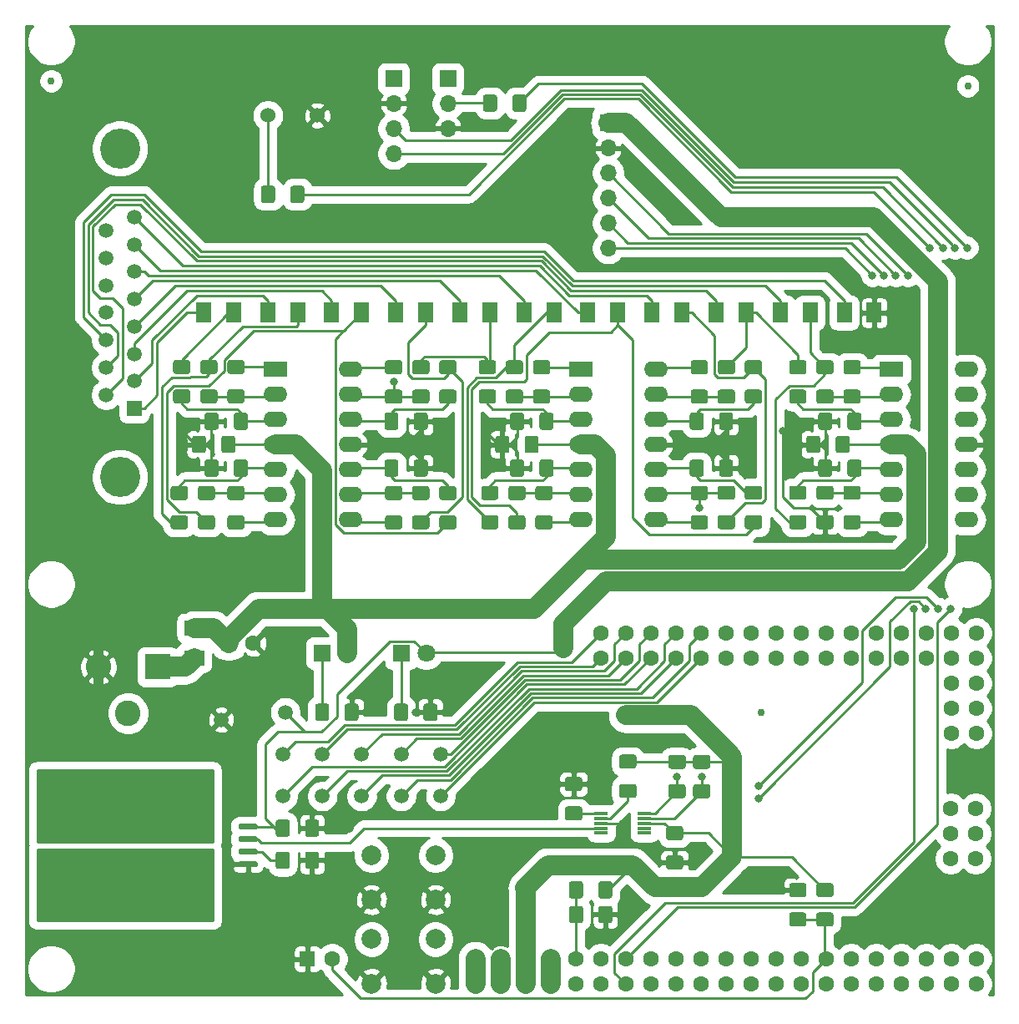
<source format=gbr>
G04 #@! TF.GenerationSoftware,KiCad,Pcbnew,(5.1.6)-1*
G04 #@! TF.CreationDate,2021-05-10T16:45:54-07:00*
G04 #@! TF.ProjectId,NiCd Battery Tester PCB Rev 3,4e694364-2042-4617-9474-657279205465,V2*
G04 #@! TF.SameCoordinates,Original*
G04 #@! TF.FileFunction,Copper,L1,Top*
G04 #@! TF.FilePolarity,Positive*
%FSLAX46Y46*%
G04 Gerber Fmt 4.6, Leading zero omitted, Abs format (unit mm)*
G04 Created by KiCad (PCBNEW (5.1.6)-1) date 2021-05-10 16:45:54*
%MOMM*%
%LPD*%
G01*
G04 APERTURE LIST*
G04 #@! TA.AperFunction,ComponentPad*
%ADD10C,1.600000*%
G04 #@! TD*
G04 #@! TA.AperFunction,ComponentPad*
%ADD11C,1.508000*%
G04 #@! TD*
G04 #@! TA.AperFunction,ComponentPad*
%ADD12C,4.066000*%
G04 #@! TD*
G04 #@! TA.AperFunction,ComponentPad*
%ADD13R,1.508000X1.508000*%
G04 #@! TD*
G04 #@! TA.AperFunction,ComponentPad*
%ADD14O,2.400000X1.600000*%
G04 #@! TD*
G04 #@! TA.AperFunction,ComponentPad*
%ADD15R,2.400000X1.600000*%
G04 #@! TD*
G04 #@! TA.AperFunction,SMDPad,CuDef*
%ADD16R,1.520000X2.000000*%
G04 #@! TD*
G04 #@! TA.AperFunction,ComponentPad*
%ADD17R,1.700000X1.700000*%
G04 #@! TD*
G04 #@! TA.AperFunction,ComponentPad*
%ADD18O,1.700000X1.700000*%
G04 #@! TD*
G04 #@! TA.AperFunction,ComponentPad*
%ADD19C,2.000000*%
G04 #@! TD*
G04 #@! TA.AperFunction,ComponentPad*
%ADD20C,1.524000*%
G04 #@! TD*
G04 #@! TA.AperFunction,ComponentPad*
%ADD21C,1.500000*%
G04 #@! TD*
G04 #@! TA.AperFunction,ComponentPad*
%ADD22R,1.800000X1.800000*%
G04 #@! TD*
G04 #@! TA.AperFunction,ComponentPad*
%ADD23C,1.800000*%
G04 #@! TD*
G04 #@! TA.AperFunction,SMDPad,CuDef*
%ADD24R,2.000000X1.520000*%
G04 #@! TD*
G04 #@! TA.AperFunction,ComponentPad*
%ADD25R,1.600000X1.600000*%
G04 #@! TD*
G04 #@! TA.AperFunction,ComponentPad*
%ADD26R,2.400000X2.400000*%
G04 #@! TD*
G04 #@! TA.AperFunction,ComponentPad*
%ADD27C,2.400000*%
G04 #@! TD*
G04 #@! TA.AperFunction,ComponentPad*
%ADD28R,2.600000X2.600000*%
G04 #@! TD*
G04 #@! TA.AperFunction,ComponentPad*
%ADD29C,2.600000*%
G04 #@! TD*
G04 #@! TA.AperFunction,SMDPad,CuDef*
%ADD30R,1.400000X0.300000*%
G04 #@! TD*
G04 #@! TA.AperFunction,SMDPad,CuDef*
%ADD31C,0.750000*%
G04 #@! TD*
G04 #@! TA.AperFunction,ViaPad*
%ADD32C,0.800000*%
G04 #@! TD*
G04 #@! TA.AperFunction,Conductor*
%ADD33C,0.250000*%
G04 #@! TD*
G04 #@! TA.AperFunction,Conductor*
%ADD34C,2.000000*%
G04 #@! TD*
G04 #@! TA.AperFunction,Conductor*
%ADD35C,1.000000*%
G04 #@! TD*
G04 #@! TA.AperFunction,Conductor*
%ADD36C,0.254000*%
G04 #@! TD*
G04 APERTURE END LIST*
D10*
X180350000Y-121010000D03*
X180350000Y-118470000D03*
X177810000Y-121010000D03*
X177810000Y-118470000D03*
X175270000Y-121010000D03*
X175270000Y-118470000D03*
X172730000Y-121010000D03*
X172730000Y-118470000D03*
X170190000Y-121010000D03*
X170190000Y-118470000D03*
X167650000Y-121010000D03*
X167650000Y-118470000D03*
X165110000Y-121010000D03*
X165110000Y-118470000D03*
X162570000Y-121010000D03*
X162570000Y-118470000D03*
X160030000Y-121010000D03*
X160030000Y-118470000D03*
X157490000Y-121010000D03*
X157490000Y-118470000D03*
X154950000Y-121010000D03*
X154950000Y-118470000D03*
X152410000Y-121010000D03*
X152410000Y-118470000D03*
X149870000Y-121010000D03*
X149870000Y-118470000D03*
X147330000Y-121010000D03*
X147330000Y-118470000D03*
X144790000Y-121010000D03*
X144790000Y-118470000D03*
X142250000Y-121010000D03*
X180350000Y-154030000D03*
X180350000Y-151490000D03*
X177810000Y-154030000D03*
X177810000Y-151490000D03*
X175270000Y-154030000D03*
X175270000Y-151490000D03*
X172730000Y-154030000D03*
X172730000Y-151490000D03*
X170190000Y-154030000D03*
X170190000Y-151490000D03*
X167650000Y-154030000D03*
X167650000Y-151490000D03*
X165110000Y-154030000D03*
X165110000Y-151490000D03*
X162570000Y-154030000D03*
X162570000Y-151490000D03*
X160030000Y-154030000D03*
X160030000Y-151490000D03*
X157490000Y-154030000D03*
X157490000Y-151490000D03*
X154950000Y-154030000D03*
X154950000Y-151490000D03*
X152410000Y-154030000D03*
X152410000Y-151490000D03*
X149870000Y-154030000D03*
X149870000Y-151490000D03*
X147330000Y-154030000D03*
X147330000Y-151490000D03*
X144790000Y-154030000D03*
X144790000Y-151490000D03*
X142250000Y-154030000D03*
X142250000Y-151490000D03*
X139710000Y-154030000D03*
X139710000Y-151490000D03*
X137170000Y-154030000D03*
X137170000Y-151490000D03*
X134630000Y-154030000D03*
X134630000Y-151490000D03*
X132090000Y-154030000D03*
X132090000Y-151490000D03*
X129550000Y-154030000D03*
X180290000Y-141330000D03*
X180290000Y-138790000D03*
X180290000Y-136250000D03*
X177750000Y-141330000D03*
X177750000Y-138790000D03*
X177750000Y-136250000D03*
X180350000Y-128630000D03*
X180350000Y-126090000D03*
X180350000Y-123550000D03*
X177810000Y-128630000D03*
X177810000Y-126090000D03*
X177810000Y-123550000D03*
X142250000Y-118470000D03*
X129550000Y-151490000D03*
D11*
X92080000Y-77690000D03*
X92080000Y-80460000D03*
X92080000Y-83230000D03*
X92080000Y-86000000D03*
X92080000Y-88770000D03*
X92080000Y-91540000D03*
X94920000Y-76305000D03*
X94920000Y-79075000D03*
X94920000Y-81845000D03*
X94920000Y-84615000D03*
X94920000Y-87385000D03*
X94920000Y-90155000D03*
D12*
X93480000Y-102650000D03*
X93480000Y-69350000D03*
D11*
X92080000Y-94310000D03*
X94920000Y-92925000D03*
D13*
X94920000Y-95695000D03*
D14*
X116870000Y-91750000D03*
X109250000Y-106990000D03*
X116870000Y-94290000D03*
X109250000Y-104450000D03*
X116870000Y-96830000D03*
X109250000Y-101910000D03*
X116870000Y-99370000D03*
X109250000Y-99370000D03*
X116870000Y-101910000D03*
X109250000Y-96830000D03*
X116870000Y-104450000D03*
X109250000Y-94290000D03*
X116870000Y-106990000D03*
D15*
X109250000Y-91750000D03*
D16*
X153960000Y-86000000D03*
X157000000Y-86000000D03*
D17*
X143000000Y-66750000D03*
D18*
X143000000Y-69290000D03*
X143000000Y-71830000D03*
X143000000Y-74370000D03*
X143000000Y-76910000D03*
X143000000Y-79450000D03*
G04 #@! TA.AperFunction,SMDPad,CuDef*
G36*
G01*
X99125000Y-90787500D02*
X100375000Y-90787500D01*
G75*
G02*
X100625000Y-91037500I0J-250000D01*
G01*
X100625000Y-91962500D01*
G75*
G02*
X100375000Y-92212500I-250000J0D01*
G01*
X99125000Y-92212500D01*
G75*
G02*
X98875000Y-91962500I0J250000D01*
G01*
X98875000Y-91037500D01*
G75*
G02*
X99125000Y-90787500I250000J0D01*
G01*
G37*
G04 #@! TD.AperFunction*
G04 #@! TA.AperFunction,SMDPad,CuDef*
G36*
G01*
X99125000Y-93762500D02*
X100375000Y-93762500D01*
G75*
G02*
X100625000Y-94012500I0J-250000D01*
G01*
X100625000Y-94937500D01*
G75*
G02*
X100375000Y-95187500I-250000J0D01*
G01*
X99125000Y-95187500D01*
G75*
G02*
X98875000Y-94937500I0J250000D01*
G01*
X98875000Y-94012500D01*
G75*
G02*
X99125000Y-93762500I250000J0D01*
G01*
G37*
G04 #@! TD.AperFunction*
G04 #@! TA.AperFunction,SMDPad,CuDef*
G36*
G01*
X101875000Y-90787500D02*
X103125000Y-90787500D01*
G75*
G02*
X103375000Y-91037500I0J-250000D01*
G01*
X103375000Y-91962500D01*
G75*
G02*
X103125000Y-92212500I-250000J0D01*
G01*
X101875000Y-92212500D01*
G75*
G02*
X101625000Y-91962500I0J250000D01*
G01*
X101625000Y-91037500D01*
G75*
G02*
X101875000Y-90787500I250000J0D01*
G01*
G37*
G04 #@! TD.AperFunction*
G04 #@! TA.AperFunction,SMDPad,CuDef*
G36*
G01*
X101875000Y-93762500D02*
X103125000Y-93762500D01*
G75*
G02*
X103375000Y-94012500I0J-250000D01*
G01*
X103375000Y-94937500D01*
G75*
G02*
X103125000Y-95187500I-250000J0D01*
G01*
X101875000Y-95187500D01*
G75*
G02*
X101625000Y-94937500I0J250000D01*
G01*
X101625000Y-94012500D01*
G75*
G02*
X101875000Y-93762500I250000J0D01*
G01*
G37*
G04 #@! TD.AperFunction*
G04 #@! TA.AperFunction,SMDPad,CuDef*
G36*
G01*
X100125000Y-107962500D02*
X98875000Y-107962500D01*
G75*
G02*
X98625000Y-107712500I0J250000D01*
G01*
X98625000Y-106787500D01*
G75*
G02*
X98875000Y-106537500I250000J0D01*
G01*
X100125000Y-106537500D01*
G75*
G02*
X100375000Y-106787500I0J-250000D01*
G01*
X100375000Y-107712500D01*
G75*
G02*
X100125000Y-107962500I-250000J0D01*
G01*
G37*
G04 #@! TD.AperFunction*
G04 #@! TA.AperFunction,SMDPad,CuDef*
G36*
G01*
X100125000Y-104987500D02*
X98875000Y-104987500D01*
G75*
G02*
X98625000Y-104737500I0J250000D01*
G01*
X98625000Y-103812500D01*
G75*
G02*
X98875000Y-103562500I250000J0D01*
G01*
X100125000Y-103562500D01*
G75*
G02*
X100375000Y-103812500I0J-250000D01*
G01*
X100375000Y-104737500D01*
G75*
G02*
X100125000Y-104987500I-250000J0D01*
G01*
G37*
G04 #@! TD.AperFunction*
G04 #@! TA.AperFunction,SMDPad,CuDef*
G36*
G01*
X102875000Y-104987500D02*
X101625000Y-104987500D01*
G75*
G02*
X101375000Y-104737500I0J250000D01*
G01*
X101375000Y-103812500D01*
G75*
G02*
X101625000Y-103562500I250000J0D01*
G01*
X102875000Y-103562500D01*
G75*
G02*
X103125000Y-103812500I0J-250000D01*
G01*
X103125000Y-104737500D01*
G75*
G02*
X102875000Y-104987500I-250000J0D01*
G01*
G37*
G04 #@! TD.AperFunction*
G04 #@! TA.AperFunction,SMDPad,CuDef*
G36*
G01*
X102875000Y-107962500D02*
X101625000Y-107962500D01*
G75*
G02*
X101375000Y-107712500I0J250000D01*
G01*
X101375000Y-106787500D01*
G75*
G02*
X101625000Y-106537500I250000J0D01*
G01*
X102875000Y-106537500D01*
G75*
G02*
X103125000Y-106787500I0J-250000D01*
G01*
X103125000Y-107712500D01*
G75*
G02*
X102875000Y-107962500I-250000J0D01*
G01*
G37*
G04 #@! TD.AperFunction*
G04 #@! TA.AperFunction,SMDPad,CuDef*
G36*
G01*
X127375000Y-104987500D02*
X126125000Y-104987500D01*
G75*
G02*
X125875000Y-104737500I0J250000D01*
G01*
X125875000Y-103812500D01*
G75*
G02*
X126125000Y-103562500I250000J0D01*
G01*
X127375000Y-103562500D01*
G75*
G02*
X127625000Y-103812500I0J-250000D01*
G01*
X127625000Y-104737500D01*
G75*
G02*
X127375000Y-104987500I-250000J0D01*
G01*
G37*
G04 #@! TD.AperFunction*
G04 #@! TA.AperFunction,SMDPad,CuDef*
G36*
G01*
X127375000Y-107962500D02*
X126125000Y-107962500D01*
G75*
G02*
X125875000Y-107712500I0J250000D01*
G01*
X125875000Y-106787500D01*
G75*
G02*
X126125000Y-106537500I250000J0D01*
G01*
X127375000Y-106537500D01*
G75*
G02*
X127625000Y-106787500I0J-250000D01*
G01*
X127625000Y-107712500D01*
G75*
G02*
X127375000Y-107962500I-250000J0D01*
G01*
G37*
G04 #@! TD.AperFunction*
G04 #@! TA.AperFunction,SMDPad,CuDef*
G36*
G01*
X124625000Y-107962500D02*
X123375000Y-107962500D01*
G75*
G02*
X123125000Y-107712500I0J250000D01*
G01*
X123125000Y-106787500D01*
G75*
G02*
X123375000Y-106537500I250000J0D01*
G01*
X124625000Y-106537500D01*
G75*
G02*
X124875000Y-106787500I0J-250000D01*
G01*
X124875000Y-107712500D01*
G75*
G02*
X124625000Y-107962500I-250000J0D01*
G01*
G37*
G04 #@! TD.AperFunction*
G04 #@! TA.AperFunction,SMDPad,CuDef*
G36*
G01*
X124625000Y-104987500D02*
X123375000Y-104987500D01*
G75*
G02*
X123125000Y-104737500I0J250000D01*
G01*
X123125000Y-103812500D01*
G75*
G02*
X123375000Y-103562500I250000J0D01*
G01*
X124625000Y-103562500D01*
G75*
G02*
X124875000Y-103812500I0J-250000D01*
G01*
X124875000Y-104737500D01*
G75*
G02*
X124625000Y-104987500I-250000J0D01*
G01*
G37*
G04 #@! TD.AperFunction*
G04 #@! TA.AperFunction,SMDPad,CuDef*
G36*
G01*
X126125000Y-93787500D02*
X127375000Y-93787500D01*
G75*
G02*
X127625000Y-94037500I0J-250000D01*
G01*
X127625000Y-94962500D01*
G75*
G02*
X127375000Y-95212500I-250000J0D01*
G01*
X126125000Y-95212500D01*
G75*
G02*
X125875000Y-94962500I0J250000D01*
G01*
X125875000Y-94037500D01*
G75*
G02*
X126125000Y-93787500I250000J0D01*
G01*
G37*
G04 #@! TD.AperFunction*
G04 #@! TA.AperFunction,SMDPad,CuDef*
G36*
G01*
X126125000Y-90812500D02*
X127375000Y-90812500D01*
G75*
G02*
X127625000Y-91062500I0J-250000D01*
G01*
X127625000Y-91987500D01*
G75*
G02*
X127375000Y-92237500I-250000J0D01*
G01*
X126125000Y-92237500D01*
G75*
G02*
X125875000Y-91987500I0J250000D01*
G01*
X125875000Y-91062500D01*
G75*
G02*
X126125000Y-90812500I250000J0D01*
G01*
G37*
G04 #@! TD.AperFunction*
G04 #@! TA.AperFunction,SMDPad,CuDef*
G36*
G01*
X123375000Y-90812500D02*
X124625000Y-90812500D01*
G75*
G02*
X124875000Y-91062500I0J-250000D01*
G01*
X124875000Y-91987500D01*
G75*
G02*
X124625000Y-92237500I-250000J0D01*
G01*
X123375000Y-92237500D01*
G75*
G02*
X123125000Y-91987500I0J250000D01*
G01*
X123125000Y-91062500D01*
G75*
G02*
X123375000Y-90812500I250000J0D01*
G01*
G37*
G04 #@! TD.AperFunction*
G04 #@! TA.AperFunction,SMDPad,CuDef*
G36*
G01*
X123375000Y-93787500D02*
X124625000Y-93787500D01*
G75*
G02*
X124875000Y-94037500I0J-250000D01*
G01*
X124875000Y-94962500D01*
G75*
G02*
X124625000Y-95212500I-250000J0D01*
G01*
X123375000Y-95212500D01*
G75*
G02*
X123125000Y-94962500I0J250000D01*
G01*
X123125000Y-94037500D01*
G75*
G02*
X123375000Y-93787500I250000J0D01*
G01*
G37*
G04 #@! TD.AperFunction*
G04 #@! TA.AperFunction,SMDPad,CuDef*
G36*
G01*
X130125000Y-90800000D02*
X131375000Y-90800000D01*
G75*
G02*
X131625000Y-91050000I0J-250000D01*
G01*
X131625000Y-91975000D01*
G75*
G02*
X131375000Y-92225000I-250000J0D01*
G01*
X130125000Y-92225000D01*
G75*
G02*
X129875000Y-91975000I0J250000D01*
G01*
X129875000Y-91050000D01*
G75*
G02*
X130125000Y-90800000I250000J0D01*
G01*
G37*
G04 #@! TD.AperFunction*
G04 #@! TA.AperFunction,SMDPad,CuDef*
G36*
G01*
X130125000Y-93775000D02*
X131375000Y-93775000D01*
G75*
G02*
X131625000Y-94025000I0J-250000D01*
G01*
X131625000Y-94950000D01*
G75*
G02*
X131375000Y-95200000I-250000J0D01*
G01*
X130125000Y-95200000D01*
G75*
G02*
X129875000Y-94950000I0J250000D01*
G01*
X129875000Y-94025000D01*
G75*
G02*
X130125000Y-93775000I250000J0D01*
G01*
G37*
G04 #@! TD.AperFunction*
G04 #@! TA.AperFunction,SMDPad,CuDef*
G36*
G01*
X132875000Y-90812500D02*
X134125000Y-90812500D01*
G75*
G02*
X134375000Y-91062500I0J-250000D01*
G01*
X134375000Y-91987500D01*
G75*
G02*
X134125000Y-92237500I-250000J0D01*
G01*
X132875000Y-92237500D01*
G75*
G02*
X132625000Y-91987500I0J250000D01*
G01*
X132625000Y-91062500D01*
G75*
G02*
X132875000Y-90812500I250000J0D01*
G01*
G37*
G04 #@! TD.AperFunction*
G04 #@! TA.AperFunction,SMDPad,CuDef*
G36*
G01*
X132875000Y-93787500D02*
X134125000Y-93787500D01*
G75*
G02*
X134375000Y-94037500I0J-250000D01*
G01*
X134375000Y-94962500D01*
G75*
G02*
X134125000Y-95212500I-250000J0D01*
G01*
X132875000Y-95212500D01*
G75*
G02*
X132625000Y-94962500I0J250000D01*
G01*
X132625000Y-94037500D01*
G75*
G02*
X132875000Y-93787500I250000J0D01*
G01*
G37*
G04 #@! TD.AperFunction*
G04 #@! TA.AperFunction,SMDPad,CuDef*
G36*
G01*
X131625000Y-107950000D02*
X130375000Y-107950000D01*
G75*
G02*
X130125000Y-107700000I0J250000D01*
G01*
X130125000Y-106775000D01*
G75*
G02*
X130375000Y-106525000I250000J0D01*
G01*
X131625000Y-106525000D01*
G75*
G02*
X131875000Y-106775000I0J-250000D01*
G01*
X131875000Y-107700000D01*
G75*
G02*
X131625000Y-107950000I-250000J0D01*
G01*
G37*
G04 #@! TD.AperFunction*
G04 #@! TA.AperFunction,SMDPad,CuDef*
G36*
G01*
X131625000Y-104975000D02*
X130375000Y-104975000D01*
G75*
G02*
X130125000Y-104725000I0J250000D01*
G01*
X130125000Y-103800000D01*
G75*
G02*
X130375000Y-103550000I250000J0D01*
G01*
X131625000Y-103550000D01*
G75*
G02*
X131875000Y-103800000I0J-250000D01*
G01*
X131875000Y-104725000D01*
G75*
G02*
X131625000Y-104975000I-250000J0D01*
G01*
G37*
G04 #@! TD.AperFunction*
G04 #@! TA.AperFunction,SMDPad,CuDef*
G36*
G01*
X134375000Y-104987500D02*
X133125000Y-104987500D01*
G75*
G02*
X132875000Y-104737500I0J250000D01*
G01*
X132875000Y-103812500D01*
G75*
G02*
X133125000Y-103562500I250000J0D01*
G01*
X134375000Y-103562500D01*
G75*
G02*
X134625000Y-103812500I0J-250000D01*
G01*
X134625000Y-104737500D01*
G75*
G02*
X134375000Y-104987500I-250000J0D01*
G01*
G37*
G04 #@! TD.AperFunction*
G04 #@! TA.AperFunction,SMDPad,CuDef*
G36*
G01*
X134375000Y-107962500D02*
X133125000Y-107962500D01*
G75*
G02*
X132875000Y-107712500I0J250000D01*
G01*
X132875000Y-106787500D01*
G75*
G02*
X133125000Y-106537500I250000J0D01*
G01*
X134375000Y-106537500D01*
G75*
G02*
X134625000Y-106787500I0J-250000D01*
G01*
X134625000Y-107712500D01*
G75*
G02*
X134375000Y-107962500I-250000J0D01*
G01*
G37*
G04 #@! TD.AperFunction*
G04 #@! TA.AperFunction,SMDPad,CuDef*
G36*
G01*
X158375000Y-107937500D02*
X157125000Y-107937500D01*
G75*
G02*
X156875000Y-107687500I0J250000D01*
G01*
X156875000Y-106762500D01*
G75*
G02*
X157125000Y-106512500I250000J0D01*
G01*
X158375000Y-106512500D01*
G75*
G02*
X158625000Y-106762500I0J-250000D01*
G01*
X158625000Y-107687500D01*
G75*
G02*
X158375000Y-107937500I-250000J0D01*
G01*
G37*
G04 #@! TD.AperFunction*
G04 #@! TA.AperFunction,SMDPad,CuDef*
G36*
G01*
X158375000Y-104962500D02*
X157125000Y-104962500D01*
G75*
G02*
X156875000Y-104712500I0J250000D01*
G01*
X156875000Y-103787500D01*
G75*
G02*
X157125000Y-103537500I250000J0D01*
G01*
X158375000Y-103537500D01*
G75*
G02*
X158625000Y-103787500I0J-250000D01*
G01*
X158625000Y-104712500D01*
G75*
G02*
X158375000Y-104962500I-250000J0D01*
G01*
G37*
G04 #@! TD.AperFunction*
G04 #@! TA.AperFunction,SMDPad,CuDef*
G36*
G01*
X155625000Y-104962500D02*
X154375000Y-104962500D01*
G75*
G02*
X154125000Y-104712500I0J250000D01*
G01*
X154125000Y-103787500D01*
G75*
G02*
X154375000Y-103537500I250000J0D01*
G01*
X155625000Y-103537500D01*
G75*
G02*
X155875000Y-103787500I0J-250000D01*
G01*
X155875000Y-104712500D01*
G75*
G02*
X155625000Y-104962500I-250000J0D01*
G01*
G37*
G04 #@! TD.AperFunction*
G04 #@! TA.AperFunction,SMDPad,CuDef*
G36*
G01*
X155625000Y-107937500D02*
X154375000Y-107937500D01*
G75*
G02*
X154125000Y-107687500I0J250000D01*
G01*
X154125000Y-106762500D01*
G75*
G02*
X154375000Y-106512500I250000J0D01*
G01*
X155625000Y-106512500D01*
G75*
G02*
X155875000Y-106762500I0J-250000D01*
G01*
X155875000Y-107687500D01*
G75*
G02*
X155625000Y-107937500I-250000J0D01*
G01*
G37*
G04 #@! TD.AperFunction*
G04 #@! TA.AperFunction,SMDPad,CuDef*
G36*
G01*
X157125000Y-90812500D02*
X158375000Y-90812500D01*
G75*
G02*
X158625000Y-91062500I0J-250000D01*
G01*
X158625000Y-91987500D01*
G75*
G02*
X158375000Y-92237500I-250000J0D01*
G01*
X157125000Y-92237500D01*
G75*
G02*
X156875000Y-91987500I0J250000D01*
G01*
X156875000Y-91062500D01*
G75*
G02*
X157125000Y-90812500I250000J0D01*
G01*
G37*
G04 #@! TD.AperFunction*
G04 #@! TA.AperFunction,SMDPad,CuDef*
G36*
G01*
X157125000Y-93787500D02*
X158375000Y-93787500D01*
G75*
G02*
X158625000Y-94037500I0J-250000D01*
G01*
X158625000Y-94962500D01*
G75*
G02*
X158375000Y-95212500I-250000J0D01*
G01*
X157125000Y-95212500D01*
G75*
G02*
X156875000Y-94962500I0J250000D01*
G01*
X156875000Y-94037500D01*
G75*
G02*
X157125000Y-93787500I250000J0D01*
G01*
G37*
G04 #@! TD.AperFunction*
G04 #@! TA.AperFunction,SMDPad,CuDef*
G36*
G01*
X154375000Y-93787500D02*
X155625000Y-93787500D01*
G75*
G02*
X155875000Y-94037500I0J-250000D01*
G01*
X155875000Y-94962500D01*
G75*
G02*
X155625000Y-95212500I-250000J0D01*
G01*
X154375000Y-95212500D01*
G75*
G02*
X154125000Y-94962500I0J250000D01*
G01*
X154125000Y-94037500D01*
G75*
G02*
X154375000Y-93787500I250000J0D01*
G01*
G37*
G04 #@! TD.AperFunction*
G04 #@! TA.AperFunction,SMDPad,CuDef*
G36*
G01*
X154375000Y-90812500D02*
X155625000Y-90812500D01*
G75*
G02*
X155875000Y-91062500I0J-250000D01*
G01*
X155875000Y-91987500D01*
G75*
G02*
X155625000Y-92237500I-250000J0D01*
G01*
X154375000Y-92237500D01*
G75*
G02*
X154125000Y-91987500I0J250000D01*
G01*
X154125000Y-91062500D01*
G75*
G02*
X154375000Y-90812500I250000J0D01*
G01*
G37*
G04 #@! TD.AperFunction*
G04 #@! TA.AperFunction,SMDPad,CuDef*
G36*
G01*
X161625000Y-93787500D02*
X162875000Y-93787500D01*
G75*
G02*
X163125000Y-94037500I0J-250000D01*
G01*
X163125000Y-94962500D01*
G75*
G02*
X162875000Y-95212500I-250000J0D01*
G01*
X161625000Y-95212500D01*
G75*
G02*
X161375000Y-94962500I0J250000D01*
G01*
X161375000Y-94037500D01*
G75*
G02*
X161625000Y-93787500I250000J0D01*
G01*
G37*
G04 #@! TD.AperFunction*
G04 #@! TA.AperFunction,SMDPad,CuDef*
G36*
G01*
X161625000Y-90812500D02*
X162875000Y-90812500D01*
G75*
G02*
X163125000Y-91062500I0J-250000D01*
G01*
X163125000Y-91987500D01*
G75*
G02*
X162875000Y-92237500I-250000J0D01*
G01*
X161625000Y-92237500D01*
G75*
G02*
X161375000Y-91987500I0J250000D01*
G01*
X161375000Y-91062500D01*
G75*
G02*
X161625000Y-90812500I250000J0D01*
G01*
G37*
G04 #@! TD.AperFunction*
G04 #@! TA.AperFunction,SMDPad,CuDef*
G36*
G01*
X164375000Y-90812500D02*
X165625000Y-90812500D01*
G75*
G02*
X165875000Y-91062500I0J-250000D01*
G01*
X165875000Y-91987500D01*
G75*
G02*
X165625000Y-92237500I-250000J0D01*
G01*
X164375000Y-92237500D01*
G75*
G02*
X164125000Y-91987500I0J250000D01*
G01*
X164125000Y-91062500D01*
G75*
G02*
X164375000Y-90812500I250000J0D01*
G01*
G37*
G04 #@! TD.AperFunction*
G04 #@! TA.AperFunction,SMDPad,CuDef*
G36*
G01*
X164375000Y-93787500D02*
X165625000Y-93787500D01*
G75*
G02*
X165875000Y-94037500I0J-250000D01*
G01*
X165875000Y-94962500D01*
G75*
G02*
X165625000Y-95212500I-250000J0D01*
G01*
X164375000Y-95212500D01*
G75*
G02*
X164125000Y-94962500I0J250000D01*
G01*
X164125000Y-94037500D01*
G75*
G02*
X164375000Y-93787500I250000J0D01*
G01*
G37*
G04 #@! TD.AperFunction*
G04 #@! TA.AperFunction,SMDPad,CuDef*
G36*
G01*
X162875000Y-104962500D02*
X161625000Y-104962500D01*
G75*
G02*
X161375000Y-104712500I0J250000D01*
G01*
X161375000Y-103787500D01*
G75*
G02*
X161625000Y-103537500I250000J0D01*
G01*
X162875000Y-103537500D01*
G75*
G02*
X163125000Y-103787500I0J-250000D01*
G01*
X163125000Y-104712500D01*
G75*
G02*
X162875000Y-104962500I-250000J0D01*
G01*
G37*
G04 #@! TD.AperFunction*
G04 #@! TA.AperFunction,SMDPad,CuDef*
G36*
G01*
X162875000Y-107937500D02*
X161625000Y-107937500D01*
G75*
G02*
X161375000Y-107687500I0J250000D01*
G01*
X161375000Y-106762500D01*
G75*
G02*
X161625000Y-106512500I250000J0D01*
G01*
X162875000Y-106512500D01*
G75*
G02*
X163125000Y-106762500I0J-250000D01*
G01*
X163125000Y-107687500D01*
G75*
G02*
X162875000Y-107937500I-250000J0D01*
G01*
G37*
G04 #@! TD.AperFunction*
G04 #@! TA.AperFunction,SMDPad,CuDef*
G36*
G01*
X106462500Y-96375000D02*
X106462500Y-97625000D01*
G75*
G02*
X106212500Y-97875000I-250000J0D01*
G01*
X105287500Y-97875000D01*
G75*
G02*
X105037500Y-97625000I0J250000D01*
G01*
X105037500Y-96375000D01*
G75*
G02*
X105287500Y-96125000I250000J0D01*
G01*
X106212500Y-96125000D01*
G75*
G02*
X106462500Y-96375000I0J-250000D01*
G01*
G37*
G04 #@! TD.AperFunction*
G04 #@! TA.AperFunction,SMDPad,CuDef*
G36*
G01*
X103487500Y-96375000D02*
X103487500Y-97625000D01*
G75*
G02*
X103237500Y-97875000I-250000J0D01*
G01*
X102312500Y-97875000D01*
G75*
G02*
X102062500Y-97625000I0J250000D01*
G01*
X102062500Y-96375000D01*
G75*
G02*
X102312500Y-96125000I250000J0D01*
G01*
X103237500Y-96125000D01*
G75*
G02*
X103487500Y-96375000I0J-250000D01*
G01*
G37*
G04 #@! TD.AperFunction*
G04 #@! TA.AperFunction,SMDPad,CuDef*
G36*
G01*
X105875000Y-92212500D02*
X104625000Y-92212500D01*
G75*
G02*
X104375000Y-91962500I0J250000D01*
G01*
X104375000Y-91037500D01*
G75*
G02*
X104625000Y-90787500I250000J0D01*
G01*
X105875000Y-90787500D01*
G75*
G02*
X106125000Y-91037500I0J-250000D01*
G01*
X106125000Y-91962500D01*
G75*
G02*
X105875000Y-92212500I-250000J0D01*
G01*
G37*
G04 #@! TD.AperFunction*
G04 #@! TA.AperFunction,SMDPad,CuDef*
G36*
G01*
X105875000Y-95187500D02*
X104625000Y-95187500D01*
G75*
G02*
X104375000Y-94937500I0J250000D01*
G01*
X104375000Y-94012500D01*
G75*
G02*
X104625000Y-93762500I250000J0D01*
G01*
X105875000Y-93762500D01*
G75*
G02*
X106125000Y-94012500I0J-250000D01*
G01*
X106125000Y-94937500D01*
G75*
G02*
X105875000Y-95187500I-250000J0D01*
G01*
G37*
G04 #@! TD.AperFunction*
G04 #@! TA.AperFunction,SMDPad,CuDef*
G36*
G01*
X106462500Y-101125000D02*
X106462500Y-102375000D01*
G75*
G02*
X106212500Y-102625000I-250000J0D01*
G01*
X105287500Y-102625000D01*
G75*
G02*
X105037500Y-102375000I0J250000D01*
G01*
X105037500Y-101125000D01*
G75*
G02*
X105287500Y-100875000I250000J0D01*
G01*
X106212500Y-100875000D01*
G75*
G02*
X106462500Y-101125000I0J-250000D01*
G01*
G37*
G04 #@! TD.AperFunction*
G04 #@! TA.AperFunction,SMDPad,CuDef*
G36*
G01*
X103487500Y-101125000D02*
X103487500Y-102375000D01*
G75*
G02*
X103237500Y-102625000I-250000J0D01*
G01*
X102312500Y-102625000D01*
G75*
G02*
X102062500Y-102375000I0J250000D01*
G01*
X102062500Y-101125000D01*
G75*
G02*
X102312500Y-100875000I250000J0D01*
G01*
X103237500Y-100875000D01*
G75*
G02*
X103487500Y-101125000I0J-250000D01*
G01*
G37*
G04 #@! TD.AperFunction*
G04 #@! TA.AperFunction,SMDPad,CuDef*
G36*
G01*
X104625000Y-103562500D02*
X105875000Y-103562500D01*
G75*
G02*
X106125000Y-103812500I0J-250000D01*
G01*
X106125000Y-104737500D01*
G75*
G02*
X105875000Y-104987500I-250000J0D01*
G01*
X104625000Y-104987500D01*
G75*
G02*
X104375000Y-104737500I0J250000D01*
G01*
X104375000Y-103812500D01*
G75*
G02*
X104625000Y-103562500I250000J0D01*
G01*
G37*
G04 #@! TD.AperFunction*
G04 #@! TA.AperFunction,SMDPad,CuDef*
G36*
G01*
X104625000Y-106537500D02*
X105875000Y-106537500D01*
G75*
G02*
X106125000Y-106787500I0J-250000D01*
G01*
X106125000Y-107712500D01*
G75*
G02*
X105875000Y-107962500I-250000J0D01*
G01*
X104625000Y-107962500D01*
G75*
G02*
X104375000Y-107712500I0J250000D01*
G01*
X104375000Y-106787500D01*
G75*
G02*
X104625000Y-106537500I250000J0D01*
G01*
G37*
G04 #@! TD.AperFunction*
G04 #@! TA.AperFunction,SMDPad,CuDef*
G36*
G01*
X123287500Y-102375000D02*
X123287500Y-101125000D01*
G75*
G02*
X123537500Y-100875000I250000J0D01*
G01*
X124462500Y-100875000D01*
G75*
G02*
X124712500Y-101125000I0J-250000D01*
G01*
X124712500Y-102375000D01*
G75*
G02*
X124462500Y-102625000I-250000J0D01*
G01*
X123537500Y-102625000D01*
G75*
G02*
X123287500Y-102375000I0J250000D01*
G01*
G37*
G04 #@! TD.AperFunction*
G04 #@! TA.AperFunction,SMDPad,CuDef*
G36*
G01*
X120312500Y-102375000D02*
X120312500Y-101125000D01*
G75*
G02*
X120562500Y-100875000I250000J0D01*
G01*
X121487500Y-100875000D01*
G75*
G02*
X121737500Y-101125000I0J-250000D01*
G01*
X121737500Y-102375000D01*
G75*
G02*
X121487500Y-102625000I-250000J0D01*
G01*
X120562500Y-102625000D01*
G75*
G02*
X120312500Y-102375000I0J250000D01*
G01*
G37*
G04 #@! TD.AperFunction*
G04 #@! TA.AperFunction,SMDPad,CuDef*
G36*
G01*
X120625000Y-103562500D02*
X121875000Y-103562500D01*
G75*
G02*
X122125000Y-103812500I0J-250000D01*
G01*
X122125000Y-104737500D01*
G75*
G02*
X121875000Y-104987500I-250000J0D01*
G01*
X120625000Y-104987500D01*
G75*
G02*
X120375000Y-104737500I0J250000D01*
G01*
X120375000Y-103812500D01*
G75*
G02*
X120625000Y-103562500I250000J0D01*
G01*
G37*
G04 #@! TD.AperFunction*
G04 #@! TA.AperFunction,SMDPad,CuDef*
G36*
G01*
X120625000Y-106537500D02*
X121875000Y-106537500D01*
G75*
G02*
X122125000Y-106787500I0J-250000D01*
G01*
X122125000Y-107712500D01*
G75*
G02*
X121875000Y-107962500I-250000J0D01*
G01*
X120625000Y-107962500D01*
G75*
G02*
X120375000Y-107712500I0J250000D01*
G01*
X120375000Y-106787500D01*
G75*
G02*
X120625000Y-106537500I250000J0D01*
G01*
G37*
G04 #@! TD.AperFunction*
G04 #@! TA.AperFunction,SMDPad,CuDef*
G36*
G01*
X123287500Y-97625000D02*
X123287500Y-96375000D01*
G75*
G02*
X123537500Y-96125000I250000J0D01*
G01*
X124462500Y-96125000D01*
G75*
G02*
X124712500Y-96375000I0J-250000D01*
G01*
X124712500Y-97625000D01*
G75*
G02*
X124462500Y-97875000I-250000J0D01*
G01*
X123537500Y-97875000D01*
G75*
G02*
X123287500Y-97625000I0J250000D01*
G01*
G37*
G04 #@! TD.AperFunction*
G04 #@! TA.AperFunction,SMDPad,CuDef*
G36*
G01*
X120312500Y-97625000D02*
X120312500Y-96375000D01*
G75*
G02*
X120562500Y-96125000I250000J0D01*
G01*
X121487500Y-96125000D01*
G75*
G02*
X121737500Y-96375000I0J-250000D01*
G01*
X121737500Y-97625000D01*
G75*
G02*
X121487500Y-97875000I-250000J0D01*
G01*
X120562500Y-97875000D01*
G75*
G02*
X120312500Y-97625000I0J250000D01*
G01*
G37*
G04 #@! TD.AperFunction*
G04 #@! TA.AperFunction,SMDPad,CuDef*
G36*
G01*
X121875000Y-95212500D02*
X120625000Y-95212500D01*
G75*
G02*
X120375000Y-94962500I0J250000D01*
G01*
X120375000Y-94037500D01*
G75*
G02*
X120625000Y-93787500I250000J0D01*
G01*
X121875000Y-93787500D01*
G75*
G02*
X122125000Y-94037500I0J-250000D01*
G01*
X122125000Y-94962500D01*
G75*
G02*
X121875000Y-95212500I-250000J0D01*
G01*
G37*
G04 #@! TD.AperFunction*
G04 #@! TA.AperFunction,SMDPad,CuDef*
G36*
G01*
X121875000Y-92237500D02*
X120625000Y-92237500D01*
G75*
G02*
X120375000Y-91987500I0J250000D01*
G01*
X120375000Y-91062500D01*
G75*
G02*
X120625000Y-90812500I250000J0D01*
G01*
X121875000Y-90812500D01*
G75*
G02*
X122125000Y-91062500I0J-250000D01*
G01*
X122125000Y-91987500D01*
G75*
G02*
X121875000Y-92237500I-250000J0D01*
G01*
G37*
G04 #@! TD.AperFunction*
G04 #@! TA.AperFunction,SMDPad,CuDef*
G36*
G01*
X134487500Y-96375000D02*
X134487500Y-97625000D01*
G75*
G02*
X134237500Y-97875000I-250000J0D01*
G01*
X133312500Y-97875000D01*
G75*
G02*
X133062500Y-97625000I0J250000D01*
G01*
X133062500Y-96375000D01*
G75*
G02*
X133312500Y-96125000I250000J0D01*
G01*
X134237500Y-96125000D01*
G75*
G02*
X134487500Y-96375000I0J-250000D01*
G01*
G37*
G04 #@! TD.AperFunction*
G04 #@! TA.AperFunction,SMDPad,CuDef*
G36*
G01*
X137462500Y-96375000D02*
X137462500Y-97625000D01*
G75*
G02*
X137212500Y-97875000I-250000J0D01*
G01*
X136287500Y-97875000D01*
G75*
G02*
X136037500Y-97625000I0J250000D01*
G01*
X136037500Y-96375000D01*
G75*
G02*
X136287500Y-96125000I250000J0D01*
G01*
X137212500Y-96125000D01*
G75*
G02*
X137462500Y-96375000I0J-250000D01*
G01*
G37*
G04 #@! TD.AperFunction*
G04 #@! TA.AperFunction,SMDPad,CuDef*
G36*
G01*
X136875000Y-92237500D02*
X135625000Y-92237500D01*
G75*
G02*
X135375000Y-91987500I0J250000D01*
G01*
X135375000Y-91062500D01*
G75*
G02*
X135625000Y-90812500I250000J0D01*
G01*
X136875000Y-90812500D01*
G75*
G02*
X137125000Y-91062500I0J-250000D01*
G01*
X137125000Y-91987500D01*
G75*
G02*
X136875000Y-92237500I-250000J0D01*
G01*
G37*
G04 #@! TD.AperFunction*
G04 #@! TA.AperFunction,SMDPad,CuDef*
G36*
G01*
X136875000Y-95212500D02*
X135625000Y-95212500D01*
G75*
G02*
X135375000Y-94962500I0J250000D01*
G01*
X135375000Y-94037500D01*
G75*
G02*
X135625000Y-93787500I250000J0D01*
G01*
X136875000Y-93787500D01*
G75*
G02*
X137125000Y-94037500I0J-250000D01*
G01*
X137125000Y-94962500D01*
G75*
G02*
X136875000Y-95212500I-250000J0D01*
G01*
G37*
G04 #@! TD.AperFunction*
G04 #@! TA.AperFunction,SMDPad,CuDef*
G36*
G01*
X134487500Y-101125000D02*
X134487500Y-102375000D01*
G75*
G02*
X134237500Y-102625000I-250000J0D01*
G01*
X133312500Y-102625000D01*
G75*
G02*
X133062500Y-102375000I0J250000D01*
G01*
X133062500Y-101125000D01*
G75*
G02*
X133312500Y-100875000I250000J0D01*
G01*
X134237500Y-100875000D01*
G75*
G02*
X134487500Y-101125000I0J-250000D01*
G01*
G37*
G04 #@! TD.AperFunction*
G04 #@! TA.AperFunction,SMDPad,CuDef*
G36*
G01*
X137462500Y-101125000D02*
X137462500Y-102375000D01*
G75*
G02*
X137212500Y-102625000I-250000J0D01*
G01*
X136287500Y-102625000D01*
G75*
G02*
X136037500Y-102375000I0J250000D01*
G01*
X136037500Y-101125000D01*
G75*
G02*
X136287500Y-100875000I250000J0D01*
G01*
X137212500Y-100875000D01*
G75*
G02*
X137462500Y-101125000I0J-250000D01*
G01*
G37*
G04 #@! TD.AperFunction*
G04 #@! TA.AperFunction,SMDPad,CuDef*
G36*
G01*
X135875000Y-103562500D02*
X137125000Y-103562500D01*
G75*
G02*
X137375000Y-103812500I0J-250000D01*
G01*
X137375000Y-104737500D01*
G75*
G02*
X137125000Y-104987500I-250000J0D01*
G01*
X135875000Y-104987500D01*
G75*
G02*
X135625000Y-104737500I0J250000D01*
G01*
X135625000Y-103812500D01*
G75*
G02*
X135875000Y-103562500I250000J0D01*
G01*
G37*
G04 #@! TD.AperFunction*
G04 #@! TA.AperFunction,SMDPad,CuDef*
G36*
G01*
X135875000Y-106537500D02*
X137125000Y-106537500D01*
G75*
G02*
X137375000Y-106787500I0J-250000D01*
G01*
X137375000Y-107712500D01*
G75*
G02*
X137125000Y-107962500I-250000J0D01*
G01*
X135875000Y-107962500D01*
G75*
G02*
X135625000Y-107712500I0J250000D01*
G01*
X135625000Y-106787500D01*
G75*
G02*
X135875000Y-106537500I250000J0D01*
G01*
G37*
G04 #@! TD.AperFunction*
G04 #@! TA.AperFunction,SMDPad,CuDef*
G36*
G01*
X154262500Y-102375000D02*
X154262500Y-101125000D01*
G75*
G02*
X154512500Y-100875000I250000J0D01*
G01*
X155437500Y-100875000D01*
G75*
G02*
X155687500Y-101125000I0J-250000D01*
G01*
X155687500Y-102375000D01*
G75*
G02*
X155437500Y-102625000I-250000J0D01*
G01*
X154512500Y-102625000D01*
G75*
G02*
X154262500Y-102375000I0J250000D01*
G01*
G37*
G04 #@! TD.AperFunction*
G04 #@! TA.AperFunction,SMDPad,CuDef*
G36*
G01*
X151287500Y-102375000D02*
X151287500Y-101125000D01*
G75*
G02*
X151537500Y-100875000I250000J0D01*
G01*
X152462500Y-100875000D01*
G75*
G02*
X152712500Y-101125000I0J-250000D01*
G01*
X152712500Y-102375000D01*
G75*
G02*
X152462500Y-102625000I-250000J0D01*
G01*
X151537500Y-102625000D01*
G75*
G02*
X151287500Y-102375000I0J250000D01*
G01*
G37*
G04 #@! TD.AperFunction*
G04 #@! TA.AperFunction,SMDPad,CuDef*
G36*
G01*
X151625000Y-103562500D02*
X152875000Y-103562500D01*
G75*
G02*
X153125000Y-103812500I0J-250000D01*
G01*
X153125000Y-104737500D01*
G75*
G02*
X152875000Y-104987500I-250000J0D01*
G01*
X151625000Y-104987500D01*
G75*
G02*
X151375000Y-104737500I0J250000D01*
G01*
X151375000Y-103812500D01*
G75*
G02*
X151625000Y-103562500I250000J0D01*
G01*
G37*
G04 #@! TD.AperFunction*
G04 #@! TA.AperFunction,SMDPad,CuDef*
G36*
G01*
X151625000Y-106537500D02*
X152875000Y-106537500D01*
G75*
G02*
X153125000Y-106787500I0J-250000D01*
G01*
X153125000Y-107712500D01*
G75*
G02*
X152875000Y-107962500I-250000J0D01*
G01*
X151625000Y-107962500D01*
G75*
G02*
X151375000Y-107712500I0J250000D01*
G01*
X151375000Y-106787500D01*
G75*
G02*
X151625000Y-106537500I250000J0D01*
G01*
G37*
G04 #@! TD.AperFunction*
G04 #@! TA.AperFunction,SMDPad,CuDef*
G36*
G01*
X154262500Y-97625000D02*
X154262500Y-96375000D01*
G75*
G02*
X154512500Y-96125000I250000J0D01*
G01*
X155437500Y-96125000D01*
G75*
G02*
X155687500Y-96375000I0J-250000D01*
G01*
X155687500Y-97625000D01*
G75*
G02*
X155437500Y-97875000I-250000J0D01*
G01*
X154512500Y-97875000D01*
G75*
G02*
X154262500Y-97625000I0J250000D01*
G01*
G37*
G04 #@! TD.AperFunction*
G04 #@! TA.AperFunction,SMDPad,CuDef*
G36*
G01*
X151287500Y-97625000D02*
X151287500Y-96375000D01*
G75*
G02*
X151537500Y-96125000I250000J0D01*
G01*
X152462500Y-96125000D01*
G75*
G02*
X152712500Y-96375000I0J-250000D01*
G01*
X152712500Y-97625000D01*
G75*
G02*
X152462500Y-97875000I-250000J0D01*
G01*
X151537500Y-97875000D01*
G75*
G02*
X151287500Y-97625000I0J250000D01*
G01*
G37*
G04 #@! TD.AperFunction*
G04 #@! TA.AperFunction,SMDPad,CuDef*
G36*
G01*
X152875000Y-95212500D02*
X151625000Y-95212500D01*
G75*
G02*
X151375000Y-94962500I0J250000D01*
G01*
X151375000Y-94037500D01*
G75*
G02*
X151625000Y-93787500I250000J0D01*
G01*
X152875000Y-93787500D01*
G75*
G02*
X153125000Y-94037500I0J-250000D01*
G01*
X153125000Y-94962500D01*
G75*
G02*
X152875000Y-95212500I-250000J0D01*
G01*
G37*
G04 #@! TD.AperFunction*
G04 #@! TA.AperFunction,SMDPad,CuDef*
G36*
G01*
X152875000Y-92237500D02*
X151625000Y-92237500D01*
G75*
G02*
X151375000Y-91987500I0J250000D01*
G01*
X151375000Y-91062500D01*
G75*
G02*
X151625000Y-90812500I250000J0D01*
G01*
X152875000Y-90812500D01*
G75*
G02*
X153125000Y-91062500I0J-250000D01*
G01*
X153125000Y-91987500D01*
G75*
G02*
X152875000Y-92237500I-250000J0D01*
G01*
G37*
G04 #@! TD.AperFunction*
G04 #@! TA.AperFunction,SMDPad,CuDef*
G36*
G01*
X165737500Y-96375000D02*
X165737500Y-97625000D01*
G75*
G02*
X165487500Y-97875000I-250000J0D01*
G01*
X164562500Y-97875000D01*
G75*
G02*
X164312500Y-97625000I0J250000D01*
G01*
X164312500Y-96375000D01*
G75*
G02*
X164562500Y-96125000I250000J0D01*
G01*
X165487500Y-96125000D01*
G75*
G02*
X165737500Y-96375000I0J-250000D01*
G01*
G37*
G04 #@! TD.AperFunction*
G04 #@! TA.AperFunction,SMDPad,CuDef*
G36*
G01*
X168712500Y-96375000D02*
X168712500Y-97625000D01*
G75*
G02*
X168462500Y-97875000I-250000J0D01*
G01*
X167537500Y-97875000D01*
G75*
G02*
X167287500Y-97625000I0J250000D01*
G01*
X167287500Y-96375000D01*
G75*
G02*
X167537500Y-96125000I250000J0D01*
G01*
X168462500Y-96125000D01*
G75*
G02*
X168712500Y-96375000I0J-250000D01*
G01*
G37*
G04 #@! TD.AperFunction*
G04 #@! TA.AperFunction,SMDPad,CuDef*
G36*
G01*
X168375000Y-95212500D02*
X167125000Y-95212500D01*
G75*
G02*
X166875000Y-94962500I0J250000D01*
G01*
X166875000Y-94037500D01*
G75*
G02*
X167125000Y-93787500I250000J0D01*
G01*
X168375000Y-93787500D01*
G75*
G02*
X168625000Y-94037500I0J-250000D01*
G01*
X168625000Y-94962500D01*
G75*
G02*
X168375000Y-95212500I-250000J0D01*
G01*
G37*
G04 #@! TD.AperFunction*
G04 #@! TA.AperFunction,SMDPad,CuDef*
G36*
G01*
X168375000Y-92237500D02*
X167125000Y-92237500D01*
G75*
G02*
X166875000Y-91987500I0J250000D01*
G01*
X166875000Y-91062500D01*
G75*
G02*
X167125000Y-90812500I250000J0D01*
G01*
X168375000Y-90812500D01*
G75*
G02*
X168625000Y-91062500I0J-250000D01*
G01*
X168625000Y-91987500D01*
G75*
G02*
X168375000Y-92237500I-250000J0D01*
G01*
G37*
G04 #@! TD.AperFunction*
G04 #@! TA.AperFunction,SMDPad,CuDef*
G36*
G01*
X165737500Y-101125000D02*
X165737500Y-102375000D01*
G75*
G02*
X165487500Y-102625000I-250000J0D01*
G01*
X164562500Y-102625000D01*
G75*
G02*
X164312500Y-102375000I0J250000D01*
G01*
X164312500Y-101125000D01*
G75*
G02*
X164562500Y-100875000I250000J0D01*
G01*
X165487500Y-100875000D01*
G75*
G02*
X165737500Y-101125000I0J-250000D01*
G01*
G37*
G04 #@! TD.AperFunction*
G04 #@! TA.AperFunction,SMDPad,CuDef*
G36*
G01*
X168712500Y-101125000D02*
X168712500Y-102375000D01*
G75*
G02*
X168462500Y-102625000I-250000J0D01*
G01*
X167537500Y-102625000D01*
G75*
G02*
X167287500Y-102375000I0J250000D01*
G01*
X167287500Y-101125000D01*
G75*
G02*
X167537500Y-100875000I250000J0D01*
G01*
X168462500Y-100875000D01*
G75*
G02*
X168712500Y-101125000I0J-250000D01*
G01*
G37*
G04 #@! TD.AperFunction*
G04 #@! TA.AperFunction,SMDPad,CuDef*
G36*
G01*
X167125000Y-103537500D02*
X168375000Y-103537500D01*
G75*
G02*
X168625000Y-103787500I0J-250000D01*
G01*
X168625000Y-104712500D01*
G75*
G02*
X168375000Y-104962500I-250000J0D01*
G01*
X167125000Y-104962500D01*
G75*
G02*
X166875000Y-104712500I0J250000D01*
G01*
X166875000Y-103787500D01*
G75*
G02*
X167125000Y-103537500I250000J0D01*
G01*
G37*
G04 #@! TD.AperFunction*
G04 #@! TA.AperFunction,SMDPad,CuDef*
G36*
G01*
X167125000Y-106512500D02*
X168375000Y-106512500D01*
G75*
G02*
X168625000Y-106762500I0J-250000D01*
G01*
X168625000Y-107687500D01*
G75*
G02*
X168375000Y-107937500I-250000J0D01*
G01*
X167125000Y-107937500D01*
G75*
G02*
X166875000Y-107687500I0J250000D01*
G01*
X166875000Y-106762500D01*
G75*
G02*
X167125000Y-106512500I250000J0D01*
G01*
G37*
G04 #@! TD.AperFunction*
G04 #@! TA.AperFunction,SMDPad,CuDef*
G36*
G01*
X140462500Y-143875000D02*
X140462500Y-145125000D01*
G75*
G02*
X140212500Y-145375000I-250000J0D01*
G01*
X139287500Y-145375000D01*
G75*
G02*
X139037500Y-145125000I0J250000D01*
G01*
X139037500Y-143875000D01*
G75*
G02*
X139287500Y-143625000I250000J0D01*
G01*
X140212500Y-143625000D01*
G75*
G02*
X140462500Y-143875000I0J-250000D01*
G01*
G37*
G04 #@! TD.AperFunction*
G04 #@! TA.AperFunction,SMDPad,CuDef*
G36*
G01*
X143437500Y-143875000D02*
X143437500Y-145125000D01*
G75*
G02*
X143187500Y-145375000I-250000J0D01*
G01*
X142262500Y-145375000D01*
G75*
G02*
X142012500Y-145125000I0J250000D01*
G01*
X142012500Y-143875000D01*
G75*
G02*
X142262500Y-143625000I250000J0D01*
G01*
X143187500Y-143625000D01*
G75*
G02*
X143437500Y-143875000I0J-250000D01*
G01*
G37*
G04 #@! TD.AperFunction*
G04 #@! TA.AperFunction,SMDPad,CuDef*
G36*
G01*
X140125000Y-137462500D02*
X138875000Y-137462500D01*
G75*
G02*
X138625000Y-137212500I0J250000D01*
G01*
X138625000Y-136287500D01*
G75*
G02*
X138875000Y-136037500I250000J0D01*
G01*
X140125000Y-136037500D01*
G75*
G02*
X140375000Y-136287500I0J-250000D01*
G01*
X140375000Y-137212500D01*
G75*
G02*
X140125000Y-137462500I-250000J0D01*
G01*
G37*
G04 #@! TD.AperFunction*
G04 #@! TA.AperFunction,SMDPad,CuDef*
G36*
G01*
X140125000Y-134487500D02*
X138875000Y-134487500D01*
G75*
G02*
X138625000Y-134237500I0J250000D01*
G01*
X138625000Y-133312500D01*
G75*
G02*
X138875000Y-133062500I250000J0D01*
G01*
X140125000Y-133062500D01*
G75*
G02*
X140375000Y-133312500I0J-250000D01*
G01*
X140375000Y-134237500D01*
G75*
G02*
X140125000Y-134487500I-250000J0D01*
G01*
G37*
G04 #@! TD.AperFunction*
D19*
X125500000Y-149500000D03*
X125500000Y-154000000D03*
X119000000Y-149500000D03*
X119000000Y-154000000D03*
D15*
X140250000Y-91750000D03*
D14*
X147870000Y-106990000D03*
X140250000Y-94290000D03*
X147870000Y-104450000D03*
X140250000Y-96830000D03*
X147870000Y-101910000D03*
X140250000Y-99370000D03*
X147870000Y-99370000D03*
X140250000Y-101910000D03*
X147870000Y-96830000D03*
X140250000Y-104450000D03*
X147870000Y-94290000D03*
X140250000Y-106990000D03*
X147870000Y-91750000D03*
D15*
X171750000Y-91750000D03*
D14*
X179370000Y-106990000D03*
X171750000Y-94290000D03*
X179370000Y-104450000D03*
X171750000Y-96830000D03*
X179370000Y-101910000D03*
X171750000Y-99370000D03*
X179370000Y-99370000D03*
X171750000Y-101910000D03*
X179370000Y-96830000D03*
X171750000Y-104450000D03*
X179370000Y-94290000D03*
X171750000Y-106990000D03*
X179370000Y-91750000D03*
D20*
X108500000Y-66000000D03*
X113500000Y-66000000D03*
G04 #@! TA.AperFunction,SMDPad,CuDef*
G36*
G01*
X139037500Y-147625000D02*
X139037500Y-146375000D01*
G75*
G02*
X139287500Y-146125000I250000J0D01*
G01*
X140212500Y-146125000D01*
G75*
G02*
X140462500Y-146375000I0J-250000D01*
G01*
X140462500Y-147625000D01*
G75*
G02*
X140212500Y-147875000I-250000J0D01*
G01*
X139287500Y-147875000D01*
G75*
G02*
X139037500Y-147625000I0J250000D01*
G01*
G37*
G04 #@! TD.AperFunction*
G04 #@! TA.AperFunction,SMDPad,CuDef*
G36*
G01*
X142012500Y-147625000D02*
X142012500Y-146375000D01*
G75*
G02*
X142262500Y-146125000I250000J0D01*
G01*
X143187500Y-146125000D01*
G75*
G02*
X143437500Y-146375000I0J-250000D01*
G01*
X143437500Y-147625000D01*
G75*
G02*
X143187500Y-147875000I-250000J0D01*
G01*
X142262500Y-147875000D01*
G75*
G02*
X142012500Y-147625000I0J250000D01*
G01*
G37*
G04 #@! TD.AperFunction*
D16*
X101960000Y-86000000D03*
X105000000Y-86000000D03*
X170000000Y-86000000D03*
X166960000Y-86000000D03*
X108460000Y-86000000D03*
X111500000Y-86000000D03*
X160460000Y-86000000D03*
X163500000Y-86000000D03*
X114960000Y-86000000D03*
X118000000Y-86000000D03*
X121460000Y-86000000D03*
X124500000Y-86000000D03*
X150500000Y-86000000D03*
X147460000Y-86000000D03*
X131000000Y-86000000D03*
X127960000Y-86000000D03*
X144000000Y-86000000D03*
X140960000Y-86000000D03*
X137500000Y-86000000D03*
X134460000Y-86000000D03*
G04 #@! TA.AperFunction,SMDPad,CuDef*
G36*
G01*
X164375000Y-146787500D02*
X165625000Y-146787500D01*
G75*
G02*
X165875000Y-147037500I0J-250000D01*
G01*
X165875000Y-147962500D01*
G75*
G02*
X165625000Y-148212500I-250000J0D01*
G01*
X164375000Y-148212500D01*
G75*
G02*
X164125000Y-147962500I0J250000D01*
G01*
X164125000Y-147037500D01*
G75*
G02*
X164375000Y-146787500I250000J0D01*
G01*
G37*
G04 #@! TD.AperFunction*
G04 #@! TA.AperFunction,SMDPad,CuDef*
G36*
G01*
X164375000Y-143812500D02*
X165625000Y-143812500D01*
G75*
G02*
X165875000Y-144062500I0J-250000D01*
G01*
X165875000Y-144987500D01*
G75*
G02*
X165625000Y-145237500I-250000J0D01*
G01*
X164375000Y-145237500D01*
G75*
G02*
X164125000Y-144987500I0J250000D01*
G01*
X164125000Y-144062500D01*
G75*
G02*
X164375000Y-143812500I250000J0D01*
G01*
G37*
G04 #@! TD.AperFunction*
G04 #@! TA.AperFunction,SMDPad,CuDef*
G36*
G01*
X149375000Y-130812500D02*
X150625000Y-130812500D01*
G75*
G02*
X150875000Y-131062500I0J-250000D01*
G01*
X150875000Y-131987500D01*
G75*
G02*
X150625000Y-132237500I-250000J0D01*
G01*
X149375000Y-132237500D01*
G75*
G02*
X149125000Y-131987500I0J250000D01*
G01*
X149125000Y-131062500D01*
G75*
G02*
X149375000Y-130812500I250000J0D01*
G01*
G37*
G04 #@! TD.AperFunction*
G04 #@! TA.AperFunction,SMDPad,CuDef*
G36*
G01*
X149375000Y-133787500D02*
X150625000Y-133787500D01*
G75*
G02*
X150875000Y-134037500I0J-250000D01*
G01*
X150875000Y-134962500D01*
G75*
G02*
X150625000Y-135212500I-250000J0D01*
G01*
X149375000Y-135212500D01*
G75*
G02*
X149125000Y-134962500I0J250000D01*
G01*
X149125000Y-134037500D01*
G75*
G02*
X149375000Y-133787500I250000J0D01*
G01*
G37*
G04 #@! TD.AperFunction*
D19*
X119000000Y-145500000D03*
X119000000Y-141000000D03*
X125500000Y-145500000D03*
X125500000Y-141000000D03*
D21*
X110000000Y-130750000D03*
X114000000Y-130750000D03*
X118000000Y-130750000D03*
X122000000Y-130750000D03*
X126000000Y-130750000D03*
X110000000Y-135000000D03*
X114000000Y-135000000D03*
X118000000Y-135000000D03*
X122000000Y-135000000D03*
X126000000Y-135000000D03*
G04 #@! TA.AperFunction,SMDPad,CuDef*
G36*
G01*
X165625000Y-107937500D02*
X164375000Y-107937500D01*
G75*
G02*
X164125000Y-107687500I0J250000D01*
G01*
X164125000Y-106762500D01*
G75*
G02*
X164375000Y-106512500I250000J0D01*
G01*
X165625000Y-106512500D01*
G75*
G02*
X165875000Y-106762500I0J-250000D01*
G01*
X165875000Y-107687500D01*
G75*
G02*
X165625000Y-107937500I-250000J0D01*
G01*
G37*
G04 #@! TD.AperFunction*
G04 #@! TA.AperFunction,SMDPad,CuDef*
G36*
G01*
X165625000Y-104962500D02*
X164375000Y-104962500D01*
G75*
G02*
X164125000Y-104712500I0J250000D01*
G01*
X164125000Y-103787500D01*
G75*
G02*
X164375000Y-103537500I250000J0D01*
G01*
X165625000Y-103537500D01*
G75*
G02*
X165875000Y-103787500I0J-250000D01*
G01*
X165875000Y-104712500D01*
G75*
G02*
X165625000Y-104962500I-250000J0D01*
G01*
G37*
G04 #@! TD.AperFunction*
D22*
X114000000Y-120500000D03*
D23*
X116540000Y-120500000D03*
D18*
X121250000Y-69870000D03*
X121250000Y-67330000D03*
X121250000Y-64790000D03*
D17*
X121250000Y-62250000D03*
G04 #@! TA.AperFunction,SMDPad,CuDef*
G36*
G01*
X161625000Y-146787500D02*
X162875000Y-146787500D01*
G75*
G02*
X163125000Y-147037500I0J-250000D01*
G01*
X163125000Y-147962500D01*
G75*
G02*
X162875000Y-148212500I-250000J0D01*
G01*
X161625000Y-148212500D01*
G75*
G02*
X161375000Y-147962500I0J250000D01*
G01*
X161375000Y-147037500D01*
G75*
G02*
X161625000Y-146787500I250000J0D01*
G01*
G37*
G04 #@! TD.AperFunction*
G04 #@! TA.AperFunction,SMDPad,CuDef*
G36*
G01*
X161625000Y-143812500D02*
X162875000Y-143812500D01*
G75*
G02*
X163125000Y-144062500I0J-250000D01*
G01*
X163125000Y-144987500D01*
G75*
G02*
X162875000Y-145237500I-250000J0D01*
G01*
X161625000Y-145237500D01*
G75*
G02*
X161375000Y-144987500I0J250000D01*
G01*
X161375000Y-144062500D01*
G75*
G02*
X161625000Y-143812500I250000J0D01*
G01*
G37*
G04 #@! TD.AperFunction*
G04 #@! TA.AperFunction,SMDPad,CuDef*
G36*
G01*
X144375000Y-130787500D02*
X145625000Y-130787500D01*
G75*
G02*
X145875000Y-131037500I0J-250000D01*
G01*
X145875000Y-131962500D01*
G75*
G02*
X145625000Y-132212500I-250000J0D01*
G01*
X144375000Y-132212500D01*
G75*
G02*
X144125000Y-131962500I0J250000D01*
G01*
X144125000Y-131037500D01*
G75*
G02*
X144375000Y-130787500I250000J0D01*
G01*
G37*
G04 #@! TD.AperFunction*
G04 #@! TA.AperFunction,SMDPad,CuDef*
G36*
G01*
X144375000Y-133762500D02*
X145625000Y-133762500D01*
G75*
G02*
X145875000Y-134012500I0J-250000D01*
G01*
X145875000Y-134937500D01*
G75*
G02*
X145625000Y-135187500I-250000J0D01*
G01*
X144375000Y-135187500D01*
G75*
G02*
X144125000Y-134937500I0J250000D01*
G01*
X144125000Y-134012500D01*
G75*
G02*
X144375000Y-133762500I250000J0D01*
G01*
G37*
G04 #@! TD.AperFunction*
D21*
X103750000Y-127250000D03*
G04 #@! TA.AperFunction,SMDPad,CuDef*
G36*
G01*
X105187500Y-98725000D02*
X105187500Y-99975000D01*
G75*
G02*
X104937500Y-100225000I-250000J0D01*
G01*
X104012500Y-100225000D01*
G75*
G02*
X103762500Y-99975000I0J250000D01*
G01*
X103762500Y-98725000D01*
G75*
G02*
X104012500Y-98475000I250000J0D01*
G01*
X104937500Y-98475000D01*
G75*
G02*
X105187500Y-98725000I0J-250000D01*
G01*
G37*
G04 #@! TD.AperFunction*
G04 #@! TA.AperFunction,SMDPad,CuDef*
G36*
G01*
X102212500Y-98725000D02*
X102212500Y-99975000D01*
G75*
G02*
X101962500Y-100225000I-250000J0D01*
G01*
X101037500Y-100225000D01*
G75*
G02*
X100787500Y-99975000I0J250000D01*
G01*
X100787500Y-98725000D01*
G75*
G02*
X101037500Y-98475000I250000J0D01*
G01*
X101962500Y-98475000D01*
G75*
G02*
X102212500Y-98725000I0J-250000D01*
G01*
G37*
G04 #@! TD.AperFunction*
G04 #@! TA.AperFunction,SMDPad,CuDef*
G36*
G01*
X135962500Y-98725000D02*
X135962500Y-99975000D01*
G75*
G02*
X135712500Y-100225000I-250000J0D01*
G01*
X134787500Y-100225000D01*
G75*
G02*
X134537500Y-99975000I0J250000D01*
G01*
X134537500Y-98725000D01*
G75*
G02*
X134787500Y-98475000I250000J0D01*
G01*
X135712500Y-98475000D01*
G75*
G02*
X135962500Y-98725000I0J-250000D01*
G01*
G37*
G04 #@! TD.AperFunction*
G04 #@! TA.AperFunction,SMDPad,CuDef*
G36*
G01*
X132987500Y-98725000D02*
X132987500Y-99975000D01*
G75*
G02*
X132737500Y-100225000I-250000J0D01*
G01*
X131812500Y-100225000D01*
G75*
G02*
X131562500Y-99975000I0J250000D01*
G01*
X131562500Y-98725000D01*
G75*
G02*
X131812500Y-98475000I250000J0D01*
G01*
X132737500Y-98475000D01*
G75*
G02*
X132987500Y-98725000I0J-250000D01*
G01*
G37*
G04 #@! TD.AperFunction*
G04 #@! TA.AperFunction,SMDPad,CuDef*
G36*
G01*
X164537500Y-98725000D02*
X164537500Y-99975000D01*
G75*
G02*
X164287500Y-100225000I-250000J0D01*
G01*
X163362500Y-100225000D01*
G75*
G02*
X163112500Y-99975000I0J250000D01*
G01*
X163112500Y-98725000D01*
G75*
G02*
X163362500Y-98475000I250000J0D01*
G01*
X164287500Y-98475000D01*
G75*
G02*
X164537500Y-98725000I0J-250000D01*
G01*
G37*
G04 #@! TD.AperFunction*
G04 #@! TA.AperFunction,SMDPad,CuDef*
G36*
G01*
X167512500Y-98725000D02*
X167512500Y-99975000D01*
G75*
G02*
X167262500Y-100225000I-250000J0D01*
G01*
X166337500Y-100225000D01*
G75*
G02*
X166087500Y-99975000I0J250000D01*
G01*
X166087500Y-98725000D01*
G75*
G02*
X166337500Y-98475000I250000J0D01*
G01*
X167262500Y-98475000D01*
G75*
G02*
X167512500Y-98725000I0J-250000D01*
G01*
G37*
G04 #@! TD.AperFunction*
D24*
X101000000Y-117960000D03*
X101000000Y-121000000D03*
G04 #@! TA.AperFunction,SMDPad,CuDef*
G36*
G01*
X107787500Y-74625000D02*
X107787500Y-73375000D01*
G75*
G02*
X108037500Y-73125000I250000J0D01*
G01*
X108962500Y-73125000D01*
G75*
G02*
X109212500Y-73375000I0J-250000D01*
G01*
X109212500Y-74625000D01*
G75*
G02*
X108962500Y-74875000I-250000J0D01*
G01*
X108037500Y-74875000D01*
G75*
G02*
X107787500Y-74625000I0J250000D01*
G01*
G37*
G04 #@! TD.AperFunction*
G04 #@! TA.AperFunction,SMDPad,CuDef*
G36*
G01*
X110762500Y-74625000D02*
X110762500Y-73375000D01*
G75*
G02*
X111012500Y-73125000I250000J0D01*
G01*
X111937500Y-73125000D01*
G75*
G02*
X112187500Y-73375000I0J-250000D01*
G01*
X112187500Y-74625000D01*
G75*
G02*
X111937500Y-74875000I-250000J0D01*
G01*
X111012500Y-74875000D01*
G75*
G02*
X110762500Y-74625000I0J250000D01*
G01*
G37*
G04 #@! TD.AperFunction*
D22*
X122000000Y-120525001D03*
D23*
X124540000Y-120525001D03*
G04 #@! TA.AperFunction,SMDPad,CuDef*
G36*
G01*
X113687500Y-137625000D02*
X113687500Y-138875000D01*
G75*
G02*
X113437500Y-139125000I-250000J0D01*
G01*
X112512500Y-139125000D01*
G75*
G02*
X112262500Y-138875000I0J250000D01*
G01*
X112262500Y-137625000D01*
G75*
G02*
X112512500Y-137375000I250000J0D01*
G01*
X113437500Y-137375000D01*
G75*
G02*
X113687500Y-137625000I0J-250000D01*
G01*
G37*
G04 #@! TD.AperFunction*
G04 #@! TA.AperFunction,SMDPad,CuDef*
G36*
G01*
X110712500Y-137625000D02*
X110712500Y-138875000D01*
G75*
G02*
X110462500Y-139125000I-250000J0D01*
G01*
X109537500Y-139125000D01*
G75*
G02*
X109287500Y-138875000I0J250000D01*
G01*
X109287500Y-137625000D01*
G75*
G02*
X109537500Y-137375000I250000J0D01*
G01*
X110462500Y-137375000D01*
G75*
G02*
X110712500Y-137625000I0J-250000D01*
G01*
G37*
G04 #@! TD.AperFunction*
G04 #@! TA.AperFunction,SMDPad,CuDef*
G36*
G01*
X110712500Y-140875000D02*
X110712500Y-142125000D01*
G75*
G02*
X110462500Y-142375000I-250000J0D01*
G01*
X109537500Y-142375000D01*
G75*
G02*
X109287500Y-142125000I0J250000D01*
G01*
X109287500Y-140875000D01*
G75*
G02*
X109537500Y-140625000I250000J0D01*
G01*
X110462500Y-140625000D01*
G75*
G02*
X110712500Y-140875000I0J-250000D01*
G01*
G37*
G04 #@! TD.AperFunction*
G04 #@! TA.AperFunction,SMDPad,CuDef*
G36*
G01*
X113687500Y-140875000D02*
X113687500Y-142125000D01*
G75*
G02*
X113437500Y-142375000I-250000J0D01*
G01*
X112512500Y-142375000D01*
G75*
G02*
X112262500Y-142125000I0J250000D01*
G01*
X112262500Y-140875000D01*
G75*
G02*
X112512500Y-140625000I250000J0D01*
G01*
X113437500Y-140625000D01*
G75*
G02*
X113687500Y-140875000I0J-250000D01*
G01*
G37*
G04 #@! TD.AperFunction*
D25*
X112500000Y-151500000D03*
D10*
X115000000Y-151500000D03*
G04 #@! TA.AperFunction,SMDPad,CuDef*
G36*
G01*
X150375000Y-142437500D02*
X149125000Y-142437500D01*
G75*
G02*
X148875000Y-142187500I0J250000D01*
G01*
X148875000Y-141262500D01*
G75*
G02*
X149125000Y-141012500I250000J0D01*
G01*
X150375000Y-141012500D01*
G75*
G02*
X150625000Y-141262500I0J-250000D01*
G01*
X150625000Y-142187500D01*
G75*
G02*
X150375000Y-142437500I-250000J0D01*
G01*
G37*
G04 #@! TD.AperFunction*
G04 #@! TA.AperFunction,SMDPad,CuDef*
G36*
G01*
X150375000Y-139462500D02*
X149125000Y-139462500D01*
G75*
G02*
X148875000Y-139212500I0J250000D01*
G01*
X148875000Y-138287500D01*
G75*
G02*
X149125000Y-138037500I250000J0D01*
G01*
X150375000Y-138037500D01*
G75*
G02*
X150625000Y-138287500I0J-250000D01*
G01*
X150625000Y-139212500D01*
G75*
G02*
X150375000Y-139462500I-250000J0D01*
G01*
G37*
G04 #@! TD.AperFunction*
X107000000Y-119500000D03*
D25*
X104500000Y-119500000D03*
D26*
X91500000Y-136500000D03*
D27*
X91500000Y-144120000D03*
D28*
X97300000Y-121900000D03*
D29*
X91300000Y-121900000D03*
X94300000Y-126600000D03*
D17*
X126750000Y-62250000D03*
D18*
X126750000Y-64790000D03*
X126750000Y-67330000D03*
G04 #@! TA.AperFunction,SMDPad,CuDef*
G36*
G01*
X151875000Y-133787500D02*
X153125000Y-133787500D01*
G75*
G02*
X153375000Y-134037500I0J-250000D01*
G01*
X153375000Y-134962500D01*
G75*
G02*
X153125000Y-135212500I-250000J0D01*
G01*
X151875000Y-135212500D01*
G75*
G02*
X151625000Y-134962500I0J250000D01*
G01*
X151625000Y-134037500D01*
G75*
G02*
X151875000Y-133787500I250000J0D01*
G01*
G37*
G04 #@! TD.AperFunction*
G04 #@! TA.AperFunction,SMDPad,CuDef*
G36*
G01*
X151875000Y-130812500D02*
X153125000Y-130812500D01*
G75*
G02*
X153375000Y-131062500I0J-250000D01*
G01*
X153375000Y-131987500D01*
G75*
G02*
X153125000Y-132237500I-250000J0D01*
G01*
X151875000Y-132237500D01*
G75*
G02*
X151625000Y-131987500I0J250000D01*
G01*
X151625000Y-131062500D01*
G75*
G02*
X151875000Y-130812500I250000J0D01*
G01*
G37*
G04 #@! TD.AperFunction*
G04 #@! TA.AperFunction,SMDPad,CuDef*
G36*
G01*
X113287500Y-127125000D02*
X113287500Y-125875000D01*
G75*
G02*
X113537500Y-125625000I250000J0D01*
G01*
X114462500Y-125625000D01*
G75*
G02*
X114712500Y-125875000I0J-250000D01*
G01*
X114712500Y-127125000D01*
G75*
G02*
X114462500Y-127375000I-250000J0D01*
G01*
X113537500Y-127375000D01*
G75*
G02*
X113287500Y-127125000I0J250000D01*
G01*
G37*
G04 #@! TD.AperFunction*
G04 #@! TA.AperFunction,SMDPad,CuDef*
G36*
G01*
X116262500Y-127125000D02*
X116262500Y-125875000D01*
G75*
G02*
X116512500Y-125625000I250000J0D01*
G01*
X117437500Y-125625000D01*
G75*
G02*
X117687500Y-125875000I0J-250000D01*
G01*
X117687500Y-127125000D01*
G75*
G02*
X117437500Y-127375000I-250000J0D01*
G01*
X116512500Y-127375000D01*
G75*
G02*
X116262500Y-127125000I0J250000D01*
G01*
G37*
G04 #@! TD.AperFunction*
G04 #@! TA.AperFunction,SMDPad,CuDef*
G36*
G01*
X125687500Y-125875000D02*
X125687500Y-127125000D01*
G75*
G02*
X125437500Y-127375000I-250000J0D01*
G01*
X124512500Y-127375000D01*
G75*
G02*
X124262500Y-127125000I0J250000D01*
G01*
X124262500Y-125875000D01*
G75*
G02*
X124512500Y-125625000I250000J0D01*
G01*
X125437500Y-125625000D01*
G75*
G02*
X125687500Y-125875000I0J-250000D01*
G01*
G37*
G04 #@! TD.AperFunction*
G04 #@! TA.AperFunction,SMDPad,CuDef*
G36*
G01*
X122712500Y-125875000D02*
X122712500Y-127125000D01*
G75*
G02*
X122462500Y-127375000I-250000J0D01*
G01*
X121537500Y-127375000D01*
G75*
G02*
X121287500Y-127125000I0J250000D01*
G01*
X121287500Y-125875000D01*
G75*
G02*
X121537500Y-125625000I250000J0D01*
G01*
X122462500Y-125625000D01*
G75*
G02*
X122712500Y-125875000I0J-250000D01*
G01*
G37*
G04 #@! TD.AperFunction*
G04 #@! TA.AperFunction,SMDPad,CuDef*
G36*
G01*
X131737500Y-64125000D02*
X131737500Y-65375000D01*
G75*
G02*
X131487500Y-65625000I-250000J0D01*
G01*
X130562500Y-65625000D01*
G75*
G02*
X130312500Y-65375000I0J250000D01*
G01*
X130312500Y-64125000D01*
G75*
G02*
X130562500Y-63875000I250000J0D01*
G01*
X131487500Y-63875000D01*
G75*
G02*
X131737500Y-64125000I0J-250000D01*
G01*
G37*
G04 #@! TD.AperFunction*
G04 #@! TA.AperFunction,SMDPad,CuDef*
G36*
G01*
X134712500Y-64125000D02*
X134712500Y-65375000D01*
G75*
G02*
X134462500Y-65625000I-250000J0D01*
G01*
X133537500Y-65625000D01*
G75*
G02*
X133287500Y-65375000I0J250000D01*
G01*
X133287500Y-64125000D01*
G75*
G02*
X133537500Y-63875000I250000J0D01*
G01*
X134462500Y-63875000D01*
G75*
G02*
X134712500Y-64125000I0J-250000D01*
G01*
G37*
G04 #@! TD.AperFunction*
G04 #@! TA.AperFunction,SMDPad,CuDef*
G36*
G01*
X100550000Y-138245000D02*
X100550000Y-137945000D01*
G75*
G02*
X100700000Y-137795000I150000J0D01*
G01*
X102350000Y-137795000D01*
G75*
G02*
X102500000Y-137945000I0J-150000D01*
G01*
X102500000Y-138245000D01*
G75*
G02*
X102350000Y-138395000I-150000J0D01*
G01*
X100700000Y-138395000D01*
G75*
G02*
X100550000Y-138245000I0J150000D01*
G01*
G37*
G04 #@! TD.AperFunction*
G04 #@! TA.AperFunction,SMDPad,CuDef*
G36*
G01*
X100550000Y-139515000D02*
X100550000Y-139215000D01*
G75*
G02*
X100700000Y-139065000I150000J0D01*
G01*
X102350000Y-139065000D01*
G75*
G02*
X102500000Y-139215000I0J-150000D01*
G01*
X102500000Y-139515000D01*
G75*
G02*
X102350000Y-139665000I-150000J0D01*
G01*
X100700000Y-139665000D01*
G75*
G02*
X100550000Y-139515000I0J150000D01*
G01*
G37*
G04 #@! TD.AperFunction*
G04 #@! TA.AperFunction,SMDPad,CuDef*
G36*
G01*
X100550000Y-140785000D02*
X100550000Y-140485000D01*
G75*
G02*
X100700000Y-140335000I150000J0D01*
G01*
X102350000Y-140335000D01*
G75*
G02*
X102500000Y-140485000I0J-150000D01*
G01*
X102500000Y-140785000D01*
G75*
G02*
X102350000Y-140935000I-150000J0D01*
G01*
X100700000Y-140935000D01*
G75*
G02*
X100550000Y-140785000I0J150000D01*
G01*
G37*
G04 #@! TD.AperFunction*
G04 #@! TA.AperFunction,SMDPad,CuDef*
G36*
G01*
X100550000Y-142055000D02*
X100550000Y-141755000D01*
G75*
G02*
X100700000Y-141605000I150000J0D01*
G01*
X102350000Y-141605000D01*
G75*
G02*
X102500000Y-141755000I0J-150000D01*
G01*
X102500000Y-142055000D01*
G75*
G02*
X102350000Y-142205000I-150000J0D01*
G01*
X100700000Y-142205000D01*
G75*
G02*
X100550000Y-142055000I0J150000D01*
G01*
G37*
G04 #@! TD.AperFunction*
G04 #@! TA.AperFunction,SMDPad,CuDef*
G36*
G01*
X105500000Y-142055000D02*
X105500000Y-141755000D01*
G75*
G02*
X105650000Y-141605000I150000J0D01*
G01*
X107300000Y-141605000D01*
G75*
G02*
X107450000Y-141755000I0J-150000D01*
G01*
X107450000Y-142055000D01*
G75*
G02*
X107300000Y-142205000I-150000J0D01*
G01*
X105650000Y-142205000D01*
G75*
G02*
X105500000Y-142055000I0J150000D01*
G01*
G37*
G04 #@! TD.AperFunction*
G04 #@! TA.AperFunction,SMDPad,CuDef*
G36*
G01*
X105500000Y-140785000D02*
X105500000Y-140485000D01*
G75*
G02*
X105650000Y-140335000I150000J0D01*
G01*
X107300000Y-140335000D01*
G75*
G02*
X107450000Y-140485000I0J-150000D01*
G01*
X107450000Y-140785000D01*
G75*
G02*
X107300000Y-140935000I-150000J0D01*
G01*
X105650000Y-140935000D01*
G75*
G02*
X105500000Y-140785000I0J150000D01*
G01*
G37*
G04 #@! TD.AperFunction*
G04 #@! TA.AperFunction,SMDPad,CuDef*
G36*
G01*
X105500000Y-139515000D02*
X105500000Y-139215000D01*
G75*
G02*
X105650000Y-139065000I150000J0D01*
G01*
X107300000Y-139065000D01*
G75*
G02*
X107450000Y-139215000I0J-150000D01*
G01*
X107450000Y-139515000D01*
G75*
G02*
X107300000Y-139665000I-150000J0D01*
G01*
X105650000Y-139665000D01*
G75*
G02*
X105500000Y-139515000I0J150000D01*
G01*
G37*
G04 #@! TD.AperFunction*
G04 #@! TA.AperFunction,SMDPad,CuDef*
G36*
G01*
X105500000Y-138245000D02*
X105500000Y-137945000D01*
G75*
G02*
X105650000Y-137795000I150000J0D01*
G01*
X107300000Y-137795000D01*
G75*
G02*
X107450000Y-137945000I0J-150000D01*
G01*
X107450000Y-138245000D01*
G75*
G02*
X107300000Y-138395000I-150000J0D01*
G01*
X105650000Y-138395000D01*
G75*
G02*
X105500000Y-138245000I0J150000D01*
G01*
G37*
G04 #@! TD.AperFunction*
D30*
X142300000Y-136750000D03*
X142300000Y-137250000D03*
X142300000Y-137750000D03*
X142300000Y-138250000D03*
X142300000Y-138750000D03*
X146700000Y-138750000D03*
X146700000Y-138250000D03*
X146700000Y-137750000D03*
X146700000Y-137250000D03*
X146700000Y-136750000D03*
D21*
X110250000Y-126500000D03*
D31*
X179500000Y-63000000D03*
X158500000Y-126500000D03*
X86500000Y-62500000D03*
D32*
X121250000Y-93000000D03*
X152250000Y-105750000D03*
X138100000Y-119600000D03*
X138900000Y-119600000D03*
X138900000Y-120400000D03*
X138100000Y-120400000D03*
X145200000Y-126400000D03*
X145200000Y-127200000D03*
X144400000Y-127200000D03*
X144400000Y-126400000D03*
X160750000Y-98000000D03*
X119250000Y-126500000D03*
X106500000Y-143500000D03*
X142750000Y-149250000D03*
X160250000Y-144500000D03*
X116750000Y-138250000D03*
X130500000Y-98000000D03*
X99750004Y-98000000D03*
X144500000Y-137750000D03*
X151750000Y-141500000D03*
X141400000Y-133800000D03*
X170000000Y-88000000D03*
X123500000Y-126500000D03*
X155000000Y-99250000D03*
X124000000Y-99250000D03*
X178200000Y-79400000D03*
X176500000Y-116000000D03*
X158250000Y-134000000D03*
X152500000Y-133000000D03*
X177000000Y-79400000D03*
X175250000Y-116000000D03*
X158250000Y-135250000D03*
X150000000Y-133000000D03*
X179400000Y-79400000D03*
X177750000Y-116000000D03*
X173400000Y-82200000D03*
X172200008Y-82200000D03*
X171000000Y-82200000D03*
X169800003Y-82199997D03*
X175600000Y-79400000D03*
X174000000Y-116000000D03*
X95250000Y-139000000D03*
X98500000Y-133000000D03*
X99750000Y-133000000D03*
X101000000Y-133000000D03*
X102250000Y-133000000D03*
X94000000Y-139000000D03*
X92750000Y-139000000D03*
X91500000Y-139000000D03*
X97250000Y-133000000D03*
X85750000Y-138000000D03*
X85750000Y-139000000D03*
X85750000Y-137000000D03*
X85750000Y-135000000D03*
X85750000Y-134000000D03*
X85750000Y-133000000D03*
X85750000Y-136000000D03*
X85750000Y-141000000D03*
X85750000Y-142000000D03*
X85750000Y-143000000D03*
X85750000Y-145000000D03*
X85750000Y-146000000D03*
X85750000Y-147000000D03*
X91500000Y-141000000D03*
X92750000Y-141000000D03*
X94000000Y-141000000D03*
X95250000Y-141000000D03*
X102250000Y-146750000D03*
X101000000Y-146750000D03*
X99750000Y-146750000D03*
X98500000Y-146750000D03*
X97250000Y-146750000D03*
X85750000Y-144000000D03*
D33*
X114000000Y-126500000D02*
X114000000Y-120500000D01*
X109080000Y-97000000D02*
X109250000Y-96830000D01*
X105750000Y-97000000D02*
X109080000Y-97000000D01*
X105374990Y-95749990D02*
X105750000Y-96125000D01*
X100312490Y-95749990D02*
X105374990Y-95749990D01*
X99750000Y-95187500D02*
X100312490Y-95749990D01*
X105750000Y-96125000D02*
X105750000Y-97000000D01*
X99750000Y-94475000D02*
X99750000Y-95187500D01*
X109065000Y-94475000D02*
X109250000Y-94290000D01*
X105250000Y-94475000D02*
X109065000Y-94475000D01*
X102500000Y-94475000D02*
X105250000Y-94475000D01*
X105750000Y-102625000D02*
X105750000Y-101750000D01*
X105374990Y-103000010D02*
X105750000Y-102625000D01*
X100062490Y-103000010D02*
X105374990Y-103000010D01*
X99500000Y-103562500D02*
X100062490Y-103000010D01*
X99500000Y-104275000D02*
X99500000Y-103562500D01*
X109090000Y-101750000D02*
X109250000Y-101910000D01*
X105750000Y-101750000D02*
X109090000Y-101750000D01*
X109075000Y-104275000D02*
X109250000Y-104450000D01*
X105250000Y-104275000D02*
X109075000Y-104275000D01*
X102250000Y-104275000D02*
X105250000Y-104275000D01*
X117030000Y-101750000D02*
X116870000Y-101910000D01*
X121025000Y-101750000D02*
X117030000Y-101750000D01*
X121400010Y-103000010D02*
X121025000Y-102625000D01*
X126187510Y-103000010D02*
X121400010Y-103000010D01*
X126750000Y-103562500D02*
X126187510Y-103000010D01*
X121025000Y-102625000D02*
X121025000Y-101750000D01*
X126750000Y-104275000D02*
X126750000Y-103562500D01*
X117045000Y-104275000D02*
X116870000Y-104450000D01*
X121250000Y-104275000D02*
X117045000Y-104275000D01*
X121250000Y-104275000D02*
X124000000Y-104275000D01*
X117040000Y-97000000D02*
X116870000Y-96830000D01*
X121025000Y-97000000D02*
X117040000Y-97000000D01*
X121025000Y-96125000D02*
X121025000Y-97000000D01*
X126212510Y-95749990D02*
X121400010Y-95749990D01*
X121400010Y-95749990D02*
X121025000Y-96125000D01*
X126750000Y-95212500D02*
X126212510Y-95749990D01*
X126750000Y-94500000D02*
X126750000Y-95212500D01*
X117080000Y-94500000D02*
X116870000Y-94290000D01*
X121250000Y-94500000D02*
X117080000Y-94500000D01*
X121250000Y-93000000D02*
X121250000Y-94500000D01*
X121250000Y-94500000D02*
X124000000Y-94500000D01*
X140040000Y-94500000D02*
X140250000Y-94290000D01*
X136250000Y-94500000D02*
X140040000Y-94500000D01*
X134375000Y-94500000D02*
X136250000Y-94500000D01*
X133500000Y-94500000D02*
X134375000Y-94500000D01*
X140090000Y-101750000D02*
X140250000Y-101910000D01*
X136750000Y-101750000D02*
X140090000Y-101750000D01*
X136750000Y-102625000D02*
X136750000Y-101750000D01*
X131549990Y-103000010D02*
X136374990Y-103000010D01*
X136374990Y-103000010D02*
X136750000Y-102625000D01*
X131000000Y-103550000D02*
X131549990Y-103000010D01*
X131000000Y-104262500D02*
X131000000Y-103550000D01*
X140075000Y-104275000D02*
X140250000Y-104450000D01*
X136500000Y-104275000D02*
X140075000Y-104275000D01*
X133750000Y-104275000D02*
X136500000Y-104275000D01*
X148030000Y-101750000D02*
X147870000Y-101910000D01*
X152000000Y-101750000D02*
X148030000Y-101750000D01*
X152000000Y-102625000D02*
X152000000Y-101750000D01*
X155721410Y-103000010D02*
X152375010Y-103000010D01*
X156971400Y-104250000D02*
X155721410Y-103000010D01*
X152375010Y-103000010D02*
X152000000Y-102625000D01*
X157750000Y-104250000D02*
X156971400Y-104250000D01*
X148045000Y-104275000D02*
X147870000Y-104450000D01*
X152250000Y-104275000D02*
X148045000Y-104275000D01*
X152250000Y-105750000D02*
X152250000Y-104275000D01*
X154975000Y-104275000D02*
X155000000Y-104250000D01*
X152250000Y-104275000D02*
X154975000Y-104275000D01*
X152000000Y-96125000D02*
X152000000Y-97000000D01*
X152375010Y-95749990D02*
X152000000Y-96125000D01*
X157212510Y-95749990D02*
X152375010Y-95749990D01*
X157750000Y-95212500D02*
X157212510Y-95749990D01*
X157750000Y-94500000D02*
X157750000Y-95212500D01*
X148040000Y-97000000D02*
X147870000Y-96830000D01*
X152000000Y-97000000D02*
X148040000Y-97000000D01*
X148080000Y-94500000D02*
X147870000Y-94290000D01*
X152250000Y-94500000D02*
X148080000Y-94500000D01*
X152250000Y-94500000D02*
X155000000Y-94500000D01*
X168000000Y-96125000D02*
X168000000Y-97000000D01*
X167624990Y-95749990D02*
X168000000Y-96125000D01*
X162787490Y-95749990D02*
X167624990Y-95749990D01*
X162250000Y-95212500D02*
X162787490Y-95749990D01*
X162250000Y-94500000D02*
X162250000Y-95212500D01*
X171580000Y-97000000D02*
X171750000Y-96830000D01*
X168000000Y-97000000D02*
X171580000Y-97000000D01*
X171540000Y-94500000D02*
X171750000Y-94290000D01*
X167750000Y-94500000D02*
X171540000Y-94500000D01*
X165000000Y-94500000D02*
X167750000Y-94500000D01*
X162787490Y-103000010D02*
X167624990Y-103000010D01*
X167624990Y-103000010D02*
X168000000Y-102625000D01*
X162250000Y-103537500D02*
X162787490Y-103000010D01*
X168000000Y-102625000D02*
X168000000Y-101750000D01*
X162250000Y-104250000D02*
X162250000Y-103537500D01*
X171590000Y-101750000D02*
X171750000Y-101910000D01*
X168000000Y-101750000D02*
X171590000Y-101750000D01*
D34*
X134630000Y-154030000D02*
X134630000Y-151490000D01*
D33*
X109845000Y-138095000D02*
X110000000Y-138250000D01*
X106475000Y-138095000D02*
X109845000Y-138095000D01*
X148750000Y-137750000D02*
X149750000Y-138750000D01*
X146700000Y-137750000D02*
X148750000Y-137750000D01*
D34*
X134630000Y-144330000D02*
X134630000Y-151490000D01*
X134600000Y-144300000D02*
X134630000Y-144330000D01*
X136900000Y-142000000D02*
X134600000Y-144300000D01*
X145500000Y-142000000D02*
X136900000Y-142000000D01*
X147750000Y-144250000D02*
X145500000Y-142000000D01*
X151400000Y-126800000D02*
X155600000Y-131000000D01*
X144800000Y-126800000D02*
X151400000Y-126800000D01*
X155600000Y-131000000D02*
X155600000Y-141150000D01*
X155600000Y-141150000D02*
X152500000Y-144250000D01*
X152500000Y-144250000D02*
X147750000Y-144250000D01*
D33*
X143000000Y-144500000D02*
X145500000Y-142000000D01*
X142725000Y-144500000D02*
X143000000Y-144500000D01*
X153200000Y-138750000D02*
X155600000Y-141150000D01*
X149750000Y-138750000D02*
X153200000Y-138750000D01*
X155075000Y-131525000D02*
X155600000Y-131000000D01*
X152500000Y-131525000D02*
X155075000Y-131525000D01*
X149975000Y-131500000D02*
X150000000Y-131525000D01*
X145000000Y-131500000D02*
X149975000Y-131500000D01*
X150000000Y-131525000D02*
X152500000Y-131525000D01*
X161625000Y-141150000D02*
X165000000Y-144525000D01*
X155600000Y-141150000D02*
X161625000Y-141150000D01*
X109500000Y-128500000D02*
X108250000Y-129750000D01*
X108250000Y-129750000D02*
X108250000Y-137250000D01*
X113900690Y-128500000D02*
X109500000Y-128500000D01*
X108250000Y-137250000D02*
X109250000Y-138250000D01*
X123314999Y-119300000D02*
X120839999Y-119300000D01*
X109250000Y-138250000D02*
X110000000Y-138250000D01*
X120839999Y-119300000D02*
X115500000Y-124639999D01*
X124540000Y-120525001D02*
X123314999Y-119300000D01*
X115500000Y-124639999D02*
X115500000Y-126900690D01*
X115500000Y-126900690D02*
X113900690Y-128500000D01*
D34*
X138500000Y-117500000D02*
X138500000Y-120000000D01*
X173411283Y-113200000D02*
X142800000Y-113200000D01*
X176450010Y-110161273D02*
X173411283Y-113200000D01*
X142800000Y-113200000D02*
X138500000Y-117500000D01*
X143000000Y-66750000D02*
X144853332Y-66750000D01*
X154428343Y-76325011D02*
X169925011Y-76325011D01*
X169925011Y-76325011D02*
X176450010Y-82850010D01*
X144853332Y-66750000D02*
X154428343Y-76325011D01*
X176450010Y-82850010D02*
X176450010Y-110161273D01*
D33*
X124665001Y-120400000D02*
X124540000Y-120525001D01*
X138100000Y-120400000D02*
X124665001Y-120400000D01*
X112250000Y-128500000D02*
X113900690Y-128500000D01*
X110250000Y-126500000D02*
X112250000Y-128500000D01*
X108500000Y-74000000D02*
X108500000Y-66000000D01*
X102775000Y-97875000D02*
X102775000Y-97000000D01*
X102775000Y-98787500D02*
X102775000Y-97875000D01*
X102212500Y-99350000D02*
X102775000Y-98787500D01*
X102212500Y-99350000D02*
X101500000Y-99350000D01*
X102775000Y-99912500D02*
X102212500Y-99350000D01*
X102775000Y-101750000D02*
X102775000Y-99912500D01*
X133775000Y-98562500D02*
X133775000Y-97875000D01*
X133775000Y-97875000D02*
X133775000Y-97000000D01*
X132987500Y-99350000D02*
X133775000Y-98562500D01*
X133775000Y-100875000D02*
X133775000Y-101750000D01*
X132987500Y-99350000D02*
X133775000Y-100137500D01*
X133775000Y-100137500D02*
X133775000Y-100875000D01*
X132275000Y-99350000D02*
X132987500Y-99350000D01*
X164537500Y-99350000D02*
X165025000Y-98862500D01*
X165025000Y-97875000D02*
X165025000Y-97000000D01*
X165025000Y-98862500D02*
X165025000Y-97875000D01*
X164537500Y-99350000D02*
X163825000Y-99350000D01*
X165025000Y-99837500D02*
X164537500Y-99350000D01*
X165025000Y-101750000D02*
X165025000Y-99837500D01*
X163825000Y-99350000D02*
X162100000Y-99350000D01*
X162100000Y-99350000D02*
X160750000Y-98000000D01*
X149320000Y-99370000D02*
X147870000Y-99370000D01*
X153480000Y-99370000D02*
X149320000Y-99370000D01*
X154975000Y-97875000D02*
X153480000Y-99370000D01*
X154975000Y-97000000D02*
X154975000Y-97875000D01*
X153370000Y-99370000D02*
X149320000Y-99370000D01*
X154975000Y-101750000D02*
X154975000Y-100975000D01*
X154975000Y-100975000D02*
X153370000Y-99370000D01*
X118320000Y-99370000D02*
X116870000Y-99370000D01*
X122505000Y-99370000D02*
X118320000Y-99370000D01*
X124000000Y-97875000D02*
X122505000Y-99370000D01*
X124000000Y-97000000D02*
X124000000Y-97875000D01*
X122495000Y-99370000D02*
X124000000Y-100875000D01*
X124000000Y-100875000D02*
X124000000Y-101750000D01*
X116870000Y-99370000D02*
X122495000Y-99370000D01*
X116975000Y-126500000D02*
X119250000Y-126500000D01*
D34*
X132090000Y-154030000D02*
X132090000Y-151490000D01*
D33*
X106475000Y-141905000D02*
X106475000Y-143475000D01*
X106475000Y-143475000D02*
X106500000Y-143500000D01*
X115000000Y-141500000D02*
X119000000Y-145500000D01*
X112975000Y-141500000D02*
X115000000Y-141500000D01*
X142725000Y-147000000D02*
X142725000Y-149225000D01*
X142725000Y-149225000D02*
X142750000Y-149250000D01*
X162250000Y-144525000D02*
X160275000Y-144525000D01*
X160275000Y-144525000D02*
X160250000Y-144500000D01*
X112975000Y-138250000D02*
X116750000Y-138250000D01*
X160750000Y-104650690D02*
X160750000Y-98000000D01*
X161849310Y-105750000D02*
X160750000Y-104650690D01*
X165000000Y-107225000D02*
X163525000Y-105750000D01*
X163525000Y-105750000D02*
X161849310Y-105750000D01*
X132275000Y-99350000D02*
X131850000Y-99350000D01*
X131850000Y-99350000D02*
X130500000Y-98000000D01*
X101100004Y-99350000D02*
X99750004Y-98000000D01*
X101500000Y-99350000D02*
X101100004Y-99350000D01*
X142300000Y-137750000D02*
X144500000Y-137750000D01*
X149750000Y-141725000D02*
X151525000Y-141725000D01*
X151525000Y-141725000D02*
X151750000Y-141500000D01*
X139500000Y-133775000D02*
X141375000Y-133775000D01*
X141375000Y-133775000D02*
X141400000Y-133800000D01*
X170000000Y-86000000D02*
X170000000Y-88000000D01*
X124975000Y-126500000D02*
X123500000Y-126500000D01*
D35*
X91300000Y-121900000D02*
X91300000Y-119550000D01*
X91300000Y-121900000D02*
X91300000Y-124200000D01*
D33*
X149750000Y-137250000D02*
X152500000Y-134500000D01*
X146700000Y-137250000D02*
X149750000Y-137250000D01*
X177800001Y-79000001D02*
X178200000Y-79400000D01*
X155772822Y-72750000D02*
X171550000Y-72750000D01*
X122425001Y-68505001D02*
X133094998Y-68505001D01*
X171550000Y-72750000D02*
X177800001Y-79000001D01*
X133094998Y-68505001D02*
X138200000Y-63399998D01*
X121250000Y-67330000D02*
X122425001Y-68505001D01*
X138200000Y-63399998D02*
X146422820Y-63399998D01*
X146422820Y-63399998D02*
X155772822Y-72750000D01*
X168775001Y-118219997D02*
X168775001Y-123474999D01*
X172170009Y-114824989D02*
X168775001Y-118219997D01*
X176500000Y-116000000D02*
X175324989Y-114824989D01*
X175324989Y-114824989D02*
X172170009Y-114824989D01*
X168775001Y-123474999D02*
X158250000Y-134000000D01*
X152500000Y-133000000D02*
X152500000Y-134500000D01*
X147750000Y-136750000D02*
X150000000Y-134500000D01*
X146700000Y-136750000D02*
X147750000Y-136750000D01*
X170850000Y-73250000D02*
X177000000Y-79400000D01*
X132366410Y-69870000D02*
X138386400Y-63850009D01*
X121250000Y-69870000D02*
X132366410Y-69870000D01*
X138386400Y-63850009D02*
X146236420Y-63850009D01*
X155636411Y-73250000D02*
X170850000Y-73250000D01*
X146236420Y-63850009D02*
X155636411Y-73250000D01*
X171604999Y-121895001D02*
X158250000Y-135250000D01*
X171604999Y-117321999D02*
X171604999Y-121895001D01*
X173651999Y-115274999D02*
X171604999Y-117321999D01*
X175250000Y-116000000D02*
X174524999Y-115274999D01*
X174524999Y-115274999D02*
X173651999Y-115274999D01*
X150000000Y-133000000D02*
X150000000Y-134500000D01*
X179000001Y-79000001D02*
X179400000Y-79400000D01*
X135950000Y-62800000D02*
X146459230Y-62800000D01*
X134000000Y-64750000D02*
X135950000Y-62800000D01*
X146459230Y-62800000D02*
X155909230Y-72250000D01*
X155909230Y-72250000D02*
X172250000Y-72250000D01*
X172250000Y-72250000D02*
X179000001Y-79000001D01*
X144790000Y-151490000D02*
X150030000Y-146250000D01*
X176395001Y-117354999D02*
X177750000Y-116000000D01*
X150030000Y-146250000D02*
X168000000Y-146250000D01*
X176395001Y-137854999D02*
X176395001Y-117354999D01*
X168000000Y-146250000D02*
X176395001Y-137854999D01*
X136374990Y-95749990D02*
X136750000Y-96125000D01*
X136750000Y-96125000D02*
X136750000Y-97000000D01*
X131299990Y-95749990D02*
X136374990Y-95749990D01*
X130750000Y-95200000D02*
X131299990Y-95749990D01*
X130750000Y-94487500D02*
X130750000Y-95200000D01*
X140080000Y-97000000D02*
X140250000Y-96830000D01*
X136750000Y-97000000D02*
X140080000Y-97000000D01*
X171550000Y-104250000D02*
X171750000Y-104450000D01*
X167750000Y-104250000D02*
X171550000Y-104250000D01*
X165875000Y-104250000D02*
X167750000Y-104250000D01*
X165000000Y-104250000D02*
X165875000Y-104250000D01*
X109230000Y-99350000D02*
X109250000Y-99370000D01*
X104495000Y-99370000D02*
X104475000Y-99350000D01*
X109250000Y-99370000D02*
X104495000Y-99370000D01*
X140230000Y-99350000D02*
X140250000Y-99370000D01*
X135250000Y-99350000D02*
X140230000Y-99350000D01*
X171730000Y-99350000D02*
X171750000Y-99370000D01*
X166800000Y-99350000D02*
X171730000Y-99350000D01*
X116540000Y-120550000D02*
X116515001Y-120525001D01*
D34*
X102960000Y-117960000D02*
X104500000Y-119500000D01*
X101000000Y-117960000D02*
X102960000Y-117960000D01*
X129550000Y-154030000D02*
X129550000Y-151490000D01*
X111370000Y-99370000D02*
X109250000Y-99370000D01*
X114000000Y-102000000D02*
X111370000Y-99370000D01*
X114000000Y-115500000D02*
X114000000Y-102000000D01*
X116540000Y-120500000D02*
X116540000Y-118040000D01*
X116540000Y-118040000D02*
X114000000Y-115500000D01*
X141654221Y-99370000D02*
X140250000Y-99370000D01*
X104500000Y-119039998D02*
X107539998Y-116000000D01*
X104500000Y-119500000D02*
X104500000Y-119039998D01*
X107539998Y-116000000D02*
X135500000Y-116000000D01*
X142750000Y-100465779D02*
X141654221Y-99370000D01*
X135500000Y-116000000D02*
X142750000Y-108750000D01*
X142750000Y-108750000D02*
X142750000Y-100465779D01*
X140500011Y-110999989D02*
X172500010Y-110999989D01*
X174249999Y-109250000D02*
X174249999Y-100249999D01*
X172500010Y-110999989D02*
X174249999Y-109250000D01*
X173370000Y-99370000D02*
X171750000Y-99370000D01*
X140000000Y-111500000D02*
X140500011Y-110999989D01*
X174249999Y-100249999D02*
X173370000Y-99370000D01*
D33*
X162250000Y-147500000D02*
X165000000Y-147500000D01*
X165000000Y-151380000D02*
X165110000Y-151490000D01*
X165000000Y-147500000D02*
X165000000Y-151380000D01*
X163750000Y-152850000D02*
X163750000Y-154757501D01*
X165110000Y-151490000D02*
X163750000Y-152850000D01*
X163007501Y-155500000D02*
X117868630Y-155500000D01*
X115000000Y-152631370D02*
X115000000Y-151500000D01*
X163750000Y-154757501D02*
X163007501Y-155500000D01*
X117868630Y-155500000D02*
X115000000Y-152631370D01*
X100250000Y-86000000D02*
X101960000Y-86000000D01*
X97250000Y-89000000D02*
X100250000Y-86000000D01*
X97250000Y-94369000D02*
X97250000Y-89000000D01*
X94920000Y-95695000D02*
X95924000Y-95695000D01*
X95924000Y-95695000D02*
X97250000Y-94369000D01*
X166960000Y-84750000D02*
X166960000Y-86000000D01*
X136500000Y-79750000D02*
X139500000Y-82750000D01*
X164960000Y-82750000D02*
X166960000Y-84750000D01*
X92080000Y-88770000D02*
X89749980Y-86439980D01*
X139500000Y-82750000D02*
X164960000Y-82750000D01*
X89749980Y-86439980D02*
X89749980Y-76835776D01*
X89749980Y-76835776D02*
X92585779Y-73999979D01*
X92585779Y-73999979D02*
X95957099Y-73999979D01*
X95957099Y-73999979D02*
X101707120Y-79750000D01*
X101707120Y-79750000D02*
X136500000Y-79750000D01*
X94920000Y-92925000D02*
X96750000Y-91095000D01*
X108460000Y-84750000D02*
X108460000Y-86000000D01*
X96750000Y-88774998D02*
X101274910Y-84250088D01*
X96750000Y-91095000D02*
X96750000Y-88774998D01*
X101274910Y-84250088D02*
X107960088Y-84250088D01*
X107960088Y-84250088D02*
X108460000Y-84750000D01*
X158960000Y-83250000D02*
X160460000Y-84750000D01*
X90249990Y-85999990D02*
X90249990Y-77042888D01*
X90249990Y-77042888D02*
X92792889Y-74499989D01*
X139363590Y-83250000D02*
X158960000Y-83250000D01*
X101500000Y-80250000D02*
X136363590Y-80250000D01*
X95749989Y-74499989D02*
X101500000Y-80250000D01*
X91500000Y-87250000D02*
X90249990Y-85999990D01*
X92792889Y-74499989D02*
X95749989Y-74499989D01*
X93249989Y-87999989D02*
X92500000Y-87250000D01*
X92500000Y-87250000D02*
X91500000Y-87250000D01*
X160460000Y-84750000D02*
X160460000Y-86000000D01*
X93249989Y-90370011D02*
X93249989Y-87999989D01*
X92080000Y-91540000D02*
X93249989Y-90370011D01*
X136363590Y-80250000D02*
X139363590Y-83250000D01*
X94920000Y-89088683D02*
X100258606Y-83750077D01*
X100258606Y-83750077D02*
X113960077Y-83750077D01*
X94920000Y-90155000D02*
X94920000Y-89088683D01*
X113960077Y-83750077D02*
X114960000Y-84750000D01*
X114960000Y-84750000D02*
X114960000Y-86000000D01*
X93750000Y-85499539D02*
X92750461Y-84500000D01*
X92080000Y-94310000D02*
X93750000Y-92640000D01*
X153960000Y-84750000D02*
X153960000Y-86000000D01*
X91500000Y-84500000D02*
X90750001Y-83750001D01*
X152960000Y-83750000D02*
X153960000Y-84750000D01*
X139227180Y-83750000D02*
X152960000Y-83750000D01*
X90750001Y-83750001D02*
X90750001Y-77249999D01*
X136227191Y-80750011D02*
X139227180Y-83750000D01*
X101292889Y-80750011D02*
X136227191Y-80750011D01*
X90750001Y-77249999D02*
X93000000Y-75000000D01*
X93000000Y-75000000D02*
X95542878Y-75000000D01*
X93750000Y-92640000D02*
X93750000Y-85499539D01*
X92750461Y-84500000D02*
X91500000Y-84500000D01*
X95542878Y-75000000D02*
X101292889Y-80750011D01*
X119960066Y-83250066D02*
X121460000Y-84750000D01*
X121460000Y-84750000D02*
X121460000Y-86000000D01*
X94920000Y-87385000D02*
X99054934Y-83250066D01*
X99054934Y-83250066D02*
X119960066Y-83250066D01*
X139090781Y-84250011D02*
X146960011Y-84250011D01*
X146960011Y-84250011D02*
X147460000Y-84750000D01*
X136090792Y-81250022D02*
X139090781Y-84250011D01*
X99865022Y-81250022D02*
X136090792Y-81250022D01*
X147460000Y-84750000D02*
X147460000Y-86000000D01*
X94920000Y-76305000D02*
X99865022Y-81250022D01*
X127960000Y-84750000D02*
X127960000Y-86000000D01*
X125960055Y-82750055D02*
X127960000Y-84750000D01*
X96784945Y-82750055D02*
X125960055Y-82750055D01*
X94920000Y-84615000D02*
X96784945Y-82750055D01*
X135700033Y-81750033D02*
X139950000Y-86000000D01*
X97595033Y-81750033D02*
X135700033Y-81750033D01*
X94920000Y-79075000D02*
X97595033Y-81750033D01*
X139950000Y-86000000D02*
X140960000Y-86000000D01*
X131960044Y-82250044D02*
X134460000Y-84750000D01*
X96391361Y-82250044D02*
X131960044Y-82250044D01*
X94920000Y-81845000D02*
X95986317Y-81845000D01*
X134460000Y-84750000D02*
X134460000Y-86000000D01*
X95986317Y-81845000D02*
X96391361Y-82250044D01*
D34*
X100100000Y-121900000D02*
X101000000Y-121000000D01*
X97300000Y-121900000D02*
X100100000Y-121900000D01*
D33*
X143000000Y-71830000D02*
X149170000Y-78000000D01*
X169200000Y-78000000D02*
X173400000Y-82200000D01*
X149170000Y-78000000D02*
X169200000Y-78000000D01*
X173400000Y-82200000D02*
X173400000Y-82200000D01*
X143000000Y-74370000D02*
X147080011Y-78450011D01*
X168450019Y-78450011D02*
X172200008Y-82200000D01*
X147080011Y-78450011D02*
X168450019Y-78450011D01*
X172200008Y-82200000D02*
X172200008Y-82200000D01*
X167700022Y-78900022D02*
X171000000Y-82200000D01*
X144990022Y-78900022D02*
X167700022Y-78900022D01*
X143000000Y-76910000D02*
X144990022Y-78900022D01*
X171000000Y-82200000D02*
X171000000Y-82200000D01*
X167050006Y-79450000D02*
X169800003Y-82199997D01*
X143000000Y-79450000D02*
X167050006Y-79450000D01*
X109000000Y-91500000D02*
X109250000Y-91750000D01*
X105250000Y-91500000D02*
X109000000Y-91500000D01*
X139295110Y-121424890D02*
X142250000Y-118470000D01*
X116313604Y-127799985D02*
X127472316Y-127799985D01*
X133847411Y-121424890D02*
X139295110Y-121424890D01*
X114613589Y-129500000D02*
X116313604Y-127799985D01*
X110000000Y-130750000D02*
X111250000Y-129500000D01*
X111250000Y-129500000D02*
X114613589Y-129500000D01*
X127472316Y-127799985D02*
X133847411Y-121424890D01*
X108990000Y-107250000D02*
X109250000Y-106990000D01*
X105250000Y-107250000D02*
X108990000Y-107250000D01*
X134033812Y-121874901D02*
X141385099Y-121874901D01*
X114000000Y-130750000D02*
X116500004Y-128249996D01*
X127658717Y-128249996D02*
X134033812Y-121874901D01*
X116500004Y-128249996D02*
X127658717Y-128249996D01*
X141385099Y-121874901D02*
X142250000Y-121010000D01*
X117130000Y-107250000D02*
X116870000Y-106990000D01*
X121250000Y-107250000D02*
X117130000Y-107250000D01*
X143664999Y-119595001D02*
X144790000Y-118470000D01*
X118000000Y-130750000D02*
X120049993Y-128700007D01*
X120049993Y-128700007D02*
X127845117Y-128700007D01*
X127845117Y-128700007D02*
X134220212Y-122324912D01*
X142600090Y-122324912D02*
X143664999Y-121260003D01*
X143664999Y-121260003D02*
X143664999Y-119595001D01*
X134220212Y-122324912D02*
X142600090Y-122324912D01*
X117095000Y-91525000D02*
X116870000Y-91750000D01*
X121250000Y-91525000D02*
X117095000Y-91525000D01*
X128031517Y-129150018D02*
X134406611Y-122774923D01*
X134406611Y-122774923D02*
X143025077Y-122774923D01*
X143025077Y-122774923D02*
X144790000Y-121010000D01*
X123599982Y-129150018D02*
X128031517Y-129150018D01*
X122000000Y-130750000D02*
X123599982Y-129150018D01*
X140025000Y-91525000D02*
X140250000Y-91750000D01*
X136250000Y-91525000D02*
X140025000Y-91525000D01*
X126000000Y-130750000D02*
X127067946Y-130750000D01*
X144240068Y-123224934D02*
X146204999Y-121260003D01*
X134593011Y-123224934D02*
X144240068Y-123224934D01*
X146204999Y-121260003D02*
X146204999Y-119595001D01*
X127067946Y-130750000D02*
X134593011Y-123224934D01*
X146204999Y-119595001D02*
X147330000Y-118470000D01*
X139990000Y-107250000D02*
X140250000Y-106990000D01*
X136500000Y-107250000D02*
X139990000Y-107250000D01*
X126454365Y-131999992D02*
X134779411Y-123674945D01*
X134779411Y-123674945D02*
X144665055Y-123674945D01*
X110000000Y-135000000D02*
X113000008Y-131999992D01*
X113000008Y-131999992D02*
X126454365Y-131999992D01*
X144665055Y-123674945D02*
X147330000Y-121010000D01*
X148130000Y-107250000D02*
X147870000Y-106990000D01*
X152250000Y-107250000D02*
X148130000Y-107250000D01*
X114000000Y-135000000D02*
X116549997Y-132450003D01*
X116549997Y-132450003D02*
X126640765Y-132450003D01*
X126640765Y-132450003D02*
X134965811Y-124124956D01*
X134965811Y-124124956D02*
X145875044Y-124124956D01*
X148744999Y-121255001D02*
X148744999Y-119595001D01*
X145875044Y-124124956D02*
X148744999Y-121255001D01*
X148744999Y-119595001D02*
X149870000Y-118470000D01*
X148095000Y-91525000D02*
X147870000Y-91750000D01*
X152250000Y-91525000D02*
X148095000Y-91525000D01*
X118000000Y-135000000D02*
X120099986Y-132900014D01*
X135152211Y-124574967D02*
X146305033Y-124574967D01*
X146305033Y-124574967D02*
X149870000Y-121010000D01*
X126827165Y-132900014D02*
X135152211Y-124574967D01*
X120099986Y-132900014D02*
X126827165Y-132900014D01*
X171525000Y-91525000D02*
X171750000Y-91750000D01*
X167750000Y-91525000D02*
X171525000Y-91525000D01*
X135338611Y-125024978D02*
X147520024Y-125024978D01*
X127013565Y-133350025D02*
X135338611Y-125024978D01*
X123649975Y-133350025D02*
X127013565Y-133350025D01*
X151250000Y-121295002D02*
X151250000Y-119630000D01*
X122000000Y-135000000D02*
X123649975Y-133350025D01*
X147520024Y-125024978D02*
X151250000Y-121295002D01*
X151250000Y-119630000D02*
X152410000Y-118470000D01*
X171515000Y-107225000D02*
X171750000Y-106990000D01*
X167750000Y-107225000D02*
X171515000Y-107225000D01*
X147945011Y-125474989D02*
X152410000Y-121010000D01*
X126000000Y-135000000D02*
X135525011Y-125474989D01*
X135525011Y-125474989D02*
X147945011Y-125474989D01*
X139750000Y-144500000D02*
X139750000Y-147000000D01*
X139750000Y-151450000D02*
X139710000Y-151490000D01*
X139750000Y-147000000D02*
X139750000Y-151450000D01*
X175600000Y-79400000D02*
X175600000Y-79400000D01*
X169950000Y-73750000D02*
X175600000Y-79400000D01*
X128872820Y-74000000D02*
X138572800Y-64300020D01*
X111475000Y-74000000D02*
X128872820Y-74000000D01*
X138572800Y-64300020D02*
X146050020Y-64300020D01*
X146050020Y-64300020D02*
X155500000Y-73750000D01*
X155500000Y-73750000D02*
X169950000Y-73750000D01*
X143664999Y-150949999D02*
X148815008Y-145799990D01*
X143664999Y-152904999D02*
X143664999Y-150949999D01*
X174000000Y-139613590D02*
X174000000Y-116000000D01*
X167813600Y-145799990D02*
X174000000Y-139613590D01*
X144790000Y-154030000D02*
X143664999Y-152904999D01*
X148815008Y-145799990D02*
X167813600Y-145799990D01*
D34*
X137170000Y-154030000D02*
X137170000Y-151490000D01*
D33*
X108750000Y-141500000D02*
X110000000Y-141500000D01*
X106475000Y-140635000D02*
X107885000Y-140635000D01*
X107885000Y-140635000D02*
X108750000Y-141500000D01*
X104537500Y-86000000D02*
X105000000Y-86000000D01*
X99750000Y-90787500D02*
X104537500Y-86000000D01*
X99750000Y-91500000D02*
X99750000Y-90787500D01*
X111374999Y-87375001D02*
X111500000Y-87250000D01*
X111500000Y-87250000D02*
X111500000Y-86000000D01*
X105912499Y-87375001D02*
X111374999Y-87375001D01*
X102500000Y-90787500D02*
X105912499Y-87375001D01*
X102500000Y-91500000D02*
X102500000Y-90787500D01*
X98625000Y-107250000D02*
X99500000Y-107250000D01*
X97750000Y-93500000D02*
X97750000Y-106375000D01*
X98712490Y-92537510D02*
X97750000Y-93500000D01*
X102500000Y-92212500D02*
X102212500Y-92500000D01*
X97750000Y-106375000D02*
X98625000Y-107250000D01*
X102500000Y-91500000D02*
X102500000Y-92212500D01*
X102212500Y-92500000D02*
X100650690Y-92500000D01*
X100650690Y-92500000D02*
X100613180Y-92537510D01*
X100613180Y-92537510D02*
X98712490Y-92537510D01*
X165000000Y-92237500D02*
X163825010Y-93412490D01*
X165000000Y-91525000D02*
X165000000Y-92237500D01*
X163825010Y-93412490D02*
X161366110Y-93412490D01*
X159974998Y-105824998D02*
X161375000Y-107225000D01*
X161366110Y-93412490D02*
X159974998Y-94803602D01*
X161375000Y-107225000D02*
X162250000Y-107225000D01*
X159974998Y-94803602D02*
X159974998Y-105824998D01*
X163500000Y-90025000D02*
X165000000Y-91525000D01*
X163500000Y-86000000D02*
X163500000Y-90025000D01*
X116174989Y-87825011D02*
X118000000Y-86000000D01*
X107024299Y-87825011D02*
X116174989Y-87825011D01*
X104049990Y-91850700D02*
X104049990Y-90799320D01*
X98886820Y-93437490D02*
X102463200Y-93437490D01*
X104049990Y-90799320D02*
X107024299Y-87825011D01*
X98250000Y-94074310D02*
X98886820Y-93437490D01*
X98250000Y-104925690D02*
X98250000Y-94074310D01*
X101212490Y-106212490D02*
X99536800Y-106212490D01*
X102463200Y-93437490D02*
X104049990Y-91850700D01*
X99536800Y-106212490D02*
X98250000Y-104925690D01*
X102250000Y-107250000D02*
X101212490Y-106212490D01*
X125712490Y-108287510D02*
X126750000Y-107250000D01*
X116176506Y-108287510D02*
X125712490Y-108287510D01*
X115344990Y-88655010D02*
X115344990Y-107455994D01*
X115344990Y-107455994D02*
X116176506Y-108287510D01*
X118000000Y-86000000D02*
X115344990Y-88655010D01*
X157000000Y-89525000D02*
X155000000Y-91525000D01*
X157000000Y-86000000D02*
X157000000Y-89525000D01*
X162250000Y-90250000D02*
X162250000Y-91525000D01*
X157000000Y-86000000D02*
X158000000Y-86000000D01*
X158000000Y-86000000D02*
X162250000Y-90250000D01*
X126750000Y-92237500D02*
X126750000Y-91525000D01*
X123116110Y-92612510D02*
X126374990Y-92612510D01*
X122749990Y-92246390D02*
X123116110Y-92612510D01*
X126374990Y-92612510D02*
X126750000Y-92237500D01*
X122749990Y-89000010D02*
X122749990Y-92246390D01*
X124500000Y-87250000D02*
X122749990Y-89000010D01*
X124500000Y-86000000D02*
X124500000Y-87250000D01*
X125037510Y-106212490D02*
X124000000Y-107250000D01*
X126713200Y-106212490D02*
X125037510Y-106212490D01*
X128250000Y-104675690D02*
X126713200Y-106212490D01*
X126750000Y-91525000D02*
X128250000Y-93025000D01*
X128250000Y-93025000D02*
X128250000Y-104675690D01*
X156712490Y-92562510D02*
X157750000Y-91525000D01*
X154136820Y-92562510D02*
X156712490Y-92562510D01*
X153799990Y-92225680D02*
X154136820Y-92562510D01*
X153799990Y-88289990D02*
X153799990Y-92225680D01*
X151510000Y-86000000D02*
X153799990Y-88289990D01*
X150500000Y-86000000D02*
X151510000Y-86000000D01*
X158950010Y-92725010D02*
X157750000Y-91525000D01*
X158950010Y-104950680D02*
X158950010Y-92725010D01*
X158613180Y-105287510D02*
X158950010Y-104950680D01*
X156937490Y-105287510D02*
X158613180Y-105287510D01*
X155000000Y-107225000D02*
X156937490Y-105287510D01*
X130750000Y-90800000D02*
X130750000Y-91512500D01*
X130387490Y-90437490D02*
X130750000Y-90800000D01*
X124375010Y-90437490D02*
X130387490Y-90437490D01*
X124000000Y-90812500D02*
X124375010Y-90437490D01*
X124000000Y-91525000D02*
X124000000Y-90812500D01*
X131000000Y-91262500D02*
X130750000Y-91512500D01*
X131000000Y-86000000D02*
X131000000Y-91262500D01*
X144000000Y-87250000D02*
X144000000Y-86000000D01*
X145500000Y-88750000D02*
X145500000Y-106805502D01*
X156987500Y-108500000D02*
X157750000Y-107737500D01*
X144000000Y-87250000D02*
X145500000Y-88750000D01*
X145500000Y-106805502D02*
X147194498Y-108500000D01*
X157750000Y-107737500D02*
X157750000Y-107225000D01*
X147194498Y-108500000D02*
X156987500Y-108500000D01*
X133000000Y-105500000D02*
X130000000Y-105500000D01*
X129150022Y-104650022D02*
X129150022Y-93768383D01*
X129150022Y-93768383D02*
X129918384Y-93000021D01*
X131799580Y-93000021D02*
X131799601Y-93000000D01*
X130000000Y-105500000D02*
X129150022Y-104650022D01*
X131799601Y-93000000D02*
X134500000Y-93000000D01*
X137000000Y-88000000D02*
X143250000Y-88000000D01*
X134750000Y-90250000D02*
X137000000Y-88000000D01*
X134750000Y-92750000D02*
X134750000Y-90250000D01*
X129918384Y-93000021D02*
X131799580Y-93000021D01*
X134500000Y-93000000D02*
X134750000Y-92750000D01*
X143250000Y-88000000D02*
X144000000Y-87250000D01*
X133750000Y-106250000D02*
X133000000Y-105500000D01*
X133750000Y-107250000D02*
X133750000Y-106250000D01*
X137500000Y-86000000D02*
X136750000Y-86000000D01*
X133500000Y-89250000D02*
X133500000Y-91525000D01*
X136750000Y-86000000D02*
X133500000Y-89250000D01*
X133500000Y-91525000D02*
X132638190Y-91525000D01*
X128700011Y-104937511D02*
X131000000Y-107237500D01*
X128700011Y-93549989D02*
X128700011Y-104937511D01*
X129699990Y-92550010D02*
X128700011Y-93549989D01*
X131613180Y-92550010D02*
X129699990Y-92550010D01*
X132638190Y-91525000D02*
X131613180Y-92550010D01*
X99930000Y-136500000D02*
X101525000Y-138095000D01*
X91500000Y-136500000D02*
X99930000Y-136500000D01*
X101525000Y-138095000D02*
X101525000Y-139365000D01*
X99310000Y-144120000D02*
X101525000Y-141905000D01*
X91500000Y-144120000D02*
X99310000Y-144120000D01*
X101525000Y-141905000D02*
X101525000Y-140635000D01*
X126790000Y-64750000D02*
X126750000Y-64790000D01*
X131025000Y-64750000D02*
X126790000Y-64750000D01*
X143235002Y-137250000D02*
X142300000Y-137250000D01*
X145000000Y-135485002D02*
X143235002Y-137250000D01*
X145000000Y-134475000D02*
X145000000Y-135485002D01*
X139500000Y-136750000D02*
X142300000Y-136750000D01*
X118250000Y-138250000D02*
X142300000Y-138250000D01*
X116750000Y-139750000D02*
X118250000Y-138250000D01*
X107835000Y-139750000D02*
X116750000Y-139750000D01*
X106475000Y-139365000D02*
X107450000Y-139365000D01*
X107450000Y-139365000D02*
X107835000Y-139750000D01*
X122000000Y-126500000D02*
X122000000Y-120525001D01*
D36*
G36*
X102873000Y-139623000D02*
G01*
X85127000Y-139623000D01*
X85127000Y-132377000D01*
X102873000Y-132377000D01*
X102873000Y-139623000D01*
G37*
X102873000Y-139623000D02*
X85127000Y-139623000D01*
X85127000Y-132377000D01*
X102873000Y-132377000D01*
X102873000Y-139623000D01*
G36*
X102873000Y-147623000D02*
G01*
X85127000Y-147623000D01*
X85127000Y-140377000D01*
X102873000Y-140377000D01*
X102873000Y-147623000D01*
G37*
X102873000Y-147623000D02*
X85127000Y-147623000D01*
X85127000Y-140377000D01*
X102873000Y-140377000D01*
X102873000Y-147623000D01*
G36*
X84575989Y-56921005D02*
G01*
X84304911Y-57326701D01*
X84118190Y-57777486D01*
X84023000Y-58256037D01*
X84023000Y-58743963D01*
X84118190Y-59222514D01*
X84304911Y-59673299D01*
X84575989Y-60078995D01*
X84921005Y-60424011D01*
X85326701Y-60695089D01*
X85777486Y-60881810D01*
X86256037Y-60977000D01*
X86743963Y-60977000D01*
X87222514Y-60881810D01*
X87673299Y-60695089D01*
X88078995Y-60424011D01*
X88424011Y-60078995D01*
X88695089Y-59673299D01*
X88881810Y-59222514D01*
X88977000Y-58743963D01*
X88977000Y-58256037D01*
X88881810Y-57777486D01*
X88695089Y-57326701D01*
X88424011Y-56921005D01*
X88405006Y-56902000D01*
X177594994Y-56902000D01*
X177575989Y-56921005D01*
X177304911Y-57326701D01*
X177118190Y-57777486D01*
X177023000Y-58256037D01*
X177023000Y-58743963D01*
X177118190Y-59222514D01*
X177304911Y-59673299D01*
X177575989Y-60078995D01*
X177921005Y-60424011D01*
X178326701Y-60695089D01*
X178777486Y-60881810D01*
X179256037Y-60977000D01*
X179743963Y-60977000D01*
X180222514Y-60881810D01*
X180673299Y-60695089D01*
X181078995Y-60424011D01*
X181424011Y-60078995D01*
X181695089Y-59673299D01*
X181881810Y-59222514D01*
X181977000Y-58743963D01*
X181977000Y-58256037D01*
X181881810Y-57777486D01*
X181695089Y-57326701D01*
X181424011Y-56921005D01*
X181405006Y-56902000D01*
X182098001Y-56902000D01*
X182098000Y-155098000D01*
X181653296Y-155098000D01*
X181836138Y-154824357D01*
X181962554Y-154519163D01*
X182027000Y-154195170D01*
X182027000Y-153864830D01*
X181962554Y-153540837D01*
X181836138Y-153235643D01*
X181652611Y-152960975D01*
X181451636Y-152760000D01*
X181652611Y-152559025D01*
X181836138Y-152284357D01*
X181962554Y-151979163D01*
X182027000Y-151655170D01*
X182027000Y-151324830D01*
X181962554Y-151000837D01*
X181836138Y-150695643D01*
X181652611Y-150420975D01*
X181419025Y-150187389D01*
X181144357Y-150003862D01*
X180839163Y-149877446D01*
X180515170Y-149813000D01*
X180184830Y-149813000D01*
X179860837Y-149877446D01*
X179555643Y-150003862D01*
X179280975Y-150187389D01*
X179080000Y-150388364D01*
X178879025Y-150187389D01*
X178604357Y-150003862D01*
X178299163Y-149877446D01*
X177975170Y-149813000D01*
X177644830Y-149813000D01*
X177320837Y-149877446D01*
X177015643Y-150003862D01*
X176740975Y-150187389D01*
X176540000Y-150388364D01*
X176339025Y-150187389D01*
X176064357Y-150003862D01*
X175759163Y-149877446D01*
X175435170Y-149813000D01*
X175104830Y-149813000D01*
X174780837Y-149877446D01*
X174475643Y-150003862D01*
X174200975Y-150187389D01*
X174000000Y-150388364D01*
X173799025Y-150187389D01*
X173524357Y-150003862D01*
X173219163Y-149877446D01*
X172895170Y-149813000D01*
X172564830Y-149813000D01*
X172240837Y-149877446D01*
X171935643Y-150003862D01*
X171660975Y-150187389D01*
X171460000Y-150388364D01*
X171259025Y-150187389D01*
X170984357Y-150003862D01*
X170679163Y-149877446D01*
X170355170Y-149813000D01*
X170024830Y-149813000D01*
X169700837Y-149877446D01*
X169395643Y-150003862D01*
X169120975Y-150187389D01*
X168920000Y-150388364D01*
X168719025Y-150187389D01*
X168444357Y-150003862D01*
X168139163Y-149877446D01*
X167815170Y-149813000D01*
X167484830Y-149813000D01*
X167160837Y-149877446D01*
X166855643Y-150003862D01*
X166580975Y-150187389D01*
X166380000Y-150388364D01*
X166179025Y-150187389D01*
X166002000Y-150069105D01*
X166002000Y-149024591D01*
X166057908Y-149007632D01*
X166253485Y-148903094D01*
X166424910Y-148762410D01*
X166565594Y-148590985D01*
X166670132Y-148395408D01*
X166734506Y-148183195D01*
X166756243Y-147962500D01*
X166756243Y-147252000D01*
X167950784Y-147252000D01*
X168000000Y-147256847D01*
X168049216Y-147252000D01*
X168049223Y-147252000D01*
X168196426Y-147237502D01*
X168385304Y-147180206D01*
X168559375Y-147087164D01*
X168711949Y-146961949D01*
X168743332Y-146923709D01*
X176210796Y-139456246D01*
X176263862Y-139584357D01*
X176447389Y-139859025D01*
X176648364Y-140060000D01*
X176447389Y-140260975D01*
X176263862Y-140535643D01*
X176137446Y-140840837D01*
X176073000Y-141164830D01*
X176073000Y-141495170D01*
X176137446Y-141819163D01*
X176263862Y-142124357D01*
X176447389Y-142399025D01*
X176680975Y-142632611D01*
X176955643Y-142816138D01*
X177260837Y-142942554D01*
X177584830Y-143007000D01*
X177915170Y-143007000D01*
X178239163Y-142942554D01*
X178544357Y-142816138D01*
X178819025Y-142632611D01*
X179020000Y-142431636D01*
X179220975Y-142632611D01*
X179495643Y-142816138D01*
X179800837Y-142942554D01*
X180124830Y-143007000D01*
X180455170Y-143007000D01*
X180779163Y-142942554D01*
X181084357Y-142816138D01*
X181359025Y-142632611D01*
X181592611Y-142399025D01*
X181776138Y-142124357D01*
X181902554Y-141819163D01*
X181967000Y-141495170D01*
X181967000Y-141164830D01*
X181902554Y-140840837D01*
X181776138Y-140535643D01*
X181592611Y-140260975D01*
X181391636Y-140060000D01*
X181592611Y-139859025D01*
X181776138Y-139584357D01*
X181902554Y-139279163D01*
X181967000Y-138955170D01*
X181967000Y-138624830D01*
X181902554Y-138300837D01*
X181776138Y-137995643D01*
X181592611Y-137720975D01*
X181391636Y-137520000D01*
X181592611Y-137319025D01*
X181776138Y-137044357D01*
X181902554Y-136739163D01*
X181967000Y-136415170D01*
X181967000Y-136084830D01*
X181902554Y-135760837D01*
X181776138Y-135455643D01*
X181592611Y-135180975D01*
X181359025Y-134947389D01*
X181084357Y-134763862D01*
X180779163Y-134637446D01*
X180455170Y-134573000D01*
X180124830Y-134573000D01*
X179800837Y-134637446D01*
X179495643Y-134763862D01*
X179220975Y-134947389D01*
X179020000Y-135148364D01*
X178819025Y-134947389D01*
X178544357Y-134763862D01*
X178239163Y-134637446D01*
X177915170Y-134573000D01*
X177584830Y-134573000D01*
X177397001Y-134610361D01*
X177397001Y-130257704D01*
X177644830Y-130307000D01*
X177975170Y-130307000D01*
X178299163Y-130242554D01*
X178604357Y-130116138D01*
X178879025Y-129932611D01*
X179080000Y-129731636D01*
X179280975Y-129932611D01*
X179555643Y-130116138D01*
X179860837Y-130242554D01*
X180184830Y-130307000D01*
X180515170Y-130307000D01*
X180839163Y-130242554D01*
X181144357Y-130116138D01*
X181419025Y-129932611D01*
X181652611Y-129699025D01*
X181836138Y-129424357D01*
X181962554Y-129119163D01*
X182027000Y-128795170D01*
X182027000Y-128464830D01*
X181962554Y-128140837D01*
X181836138Y-127835643D01*
X181652611Y-127560975D01*
X181451636Y-127360000D01*
X181652611Y-127159025D01*
X181836138Y-126884357D01*
X181962554Y-126579163D01*
X182027000Y-126255170D01*
X182027000Y-125924830D01*
X181962554Y-125600837D01*
X181836138Y-125295643D01*
X181652611Y-125020975D01*
X181451636Y-124820000D01*
X181652611Y-124619025D01*
X181836138Y-124344357D01*
X181962554Y-124039163D01*
X182027000Y-123715170D01*
X182027000Y-123384830D01*
X181962554Y-123060837D01*
X181836138Y-122755643D01*
X181652611Y-122480975D01*
X181451636Y-122280000D01*
X181652611Y-122079025D01*
X181836138Y-121804357D01*
X181962554Y-121499163D01*
X182027000Y-121175170D01*
X182027000Y-120844830D01*
X181962554Y-120520837D01*
X181836138Y-120215643D01*
X181652611Y-119940975D01*
X181451636Y-119740000D01*
X181652611Y-119539025D01*
X181836138Y-119264357D01*
X181962554Y-118959163D01*
X182027000Y-118635170D01*
X182027000Y-118304830D01*
X181962554Y-117980837D01*
X181836138Y-117675643D01*
X181652611Y-117400975D01*
X181419025Y-117167389D01*
X181144357Y-116983862D01*
X180839163Y-116857446D01*
X180515170Y-116793000D01*
X180184830Y-116793000D01*
X179860837Y-116857446D01*
X179555643Y-116983862D01*
X179280975Y-117167389D01*
X179080000Y-117368364D01*
X178879025Y-117167389D01*
X178604357Y-116983862D01*
X178581540Y-116974411D01*
X178741911Y-116814040D01*
X178881663Y-116604886D01*
X178977926Y-116372487D01*
X179027000Y-116125774D01*
X179027000Y-115931442D01*
X179256037Y-115977000D01*
X179743963Y-115977000D01*
X180222514Y-115881810D01*
X180673299Y-115695089D01*
X181078995Y-115424011D01*
X181424011Y-115078995D01*
X181695089Y-114673299D01*
X181881810Y-114222514D01*
X181977000Y-113743963D01*
X181977000Y-113256037D01*
X181881810Y-112777486D01*
X181695089Y-112326701D01*
X181424011Y-111921005D01*
X181078995Y-111575989D01*
X180673299Y-111304911D01*
X180222514Y-111118190D01*
X179743963Y-111023000D01*
X179256037Y-111023000D01*
X178777486Y-111118190D01*
X178326701Y-111304911D01*
X177921005Y-111575989D01*
X177575989Y-111921005D01*
X177304911Y-112326701D01*
X177118190Y-112777486D01*
X177023000Y-113256037D01*
X177023000Y-113743963D01*
X177118190Y-114222514D01*
X177304911Y-114673299D01*
X177372342Y-114774216D01*
X177145114Y-114868337D01*
X177125000Y-114881777D01*
X177104886Y-114868337D01*
X176872487Y-114772074D01*
X176643584Y-114726543D01*
X176068320Y-114151279D01*
X176036938Y-114113040D01*
X175884364Y-113987825D01*
X175710293Y-113894783D01*
X175521415Y-113837487D01*
X175436625Y-113829136D01*
X177712050Y-111553712D01*
X177783671Y-111494934D01*
X178018230Y-111209124D01*
X178192523Y-110883045D01*
X178278431Y-110599841D01*
X178299851Y-110529230D01*
X178307443Y-110452150D01*
X178327010Y-110253483D01*
X178327010Y-110253475D01*
X178336091Y-110161273D01*
X178327010Y-110069071D01*
X178327010Y-108547411D01*
X178641251Y-108642735D01*
X178887617Y-108667000D01*
X179852383Y-108667000D01*
X180098749Y-108642735D01*
X180414865Y-108546842D01*
X180706199Y-108391121D01*
X180961556Y-108181556D01*
X181171121Y-107926199D01*
X181326842Y-107634865D01*
X181422735Y-107318749D01*
X181455114Y-106990000D01*
X181422735Y-106661251D01*
X181326842Y-106345135D01*
X181171121Y-106053801D01*
X180961556Y-105798444D01*
X180865971Y-105720000D01*
X180961556Y-105641556D01*
X181171121Y-105386199D01*
X181326842Y-105094865D01*
X181422735Y-104778749D01*
X181455114Y-104450000D01*
X181422735Y-104121251D01*
X181326842Y-103805135D01*
X181171121Y-103513801D01*
X180961556Y-103258444D01*
X180865971Y-103180000D01*
X180961556Y-103101556D01*
X181171121Y-102846199D01*
X181326842Y-102554865D01*
X181422735Y-102238749D01*
X181455114Y-101910000D01*
X181422735Y-101581251D01*
X181326842Y-101265135D01*
X181171121Y-100973801D01*
X180961556Y-100718444D01*
X180706199Y-100508879D01*
X180673864Y-100491596D01*
X180874500Y-100294895D01*
X181033715Y-100061646D01*
X181144367Y-99801818D01*
X181161904Y-99719039D01*
X181039915Y-99497000D01*
X179497000Y-99497000D01*
X179497000Y-99517000D01*
X179243000Y-99517000D01*
X179243000Y-99497000D01*
X179223000Y-99497000D01*
X179223000Y-99243000D01*
X179243000Y-99243000D01*
X179243000Y-99223000D01*
X179497000Y-99223000D01*
X179497000Y-99243000D01*
X181039915Y-99243000D01*
X181161904Y-99020961D01*
X181144367Y-98938182D01*
X181033715Y-98678354D01*
X180874500Y-98445105D01*
X180673864Y-98248404D01*
X180706199Y-98231121D01*
X180961556Y-98021556D01*
X181171121Y-97766199D01*
X181326842Y-97474865D01*
X181422735Y-97158749D01*
X181455114Y-96830000D01*
X181422735Y-96501251D01*
X181326842Y-96185135D01*
X181171121Y-95893801D01*
X180961556Y-95638444D01*
X180865971Y-95560000D01*
X180961556Y-95481556D01*
X181171121Y-95226199D01*
X181326842Y-94934865D01*
X181422735Y-94618749D01*
X181455114Y-94290000D01*
X181422735Y-93961251D01*
X181326842Y-93645135D01*
X181171121Y-93353801D01*
X180961556Y-93098444D01*
X180865971Y-93020000D01*
X180961556Y-92941556D01*
X181171121Y-92686199D01*
X181326842Y-92394865D01*
X181422735Y-92078749D01*
X181455114Y-91750000D01*
X181422735Y-91421251D01*
X181326842Y-91105135D01*
X181171121Y-90813801D01*
X180961556Y-90558444D01*
X180706199Y-90348879D01*
X180414865Y-90193158D01*
X180098749Y-90097265D01*
X179852383Y-90073000D01*
X178887617Y-90073000D01*
X178641251Y-90097265D01*
X178327010Y-90192589D01*
X178327010Y-82942211D01*
X178336091Y-82850009D01*
X178327010Y-82757807D01*
X178327010Y-82757800D01*
X178302276Y-82506674D01*
X178299851Y-82482053D01*
X178228852Y-82248000D01*
X178192523Y-82128238D01*
X178018230Y-81802159D01*
X177783671Y-81516349D01*
X177712051Y-81457572D01*
X176931479Y-80677000D01*
X177125774Y-80677000D01*
X177372487Y-80627926D01*
X177600000Y-80533687D01*
X177827513Y-80627926D01*
X178074226Y-80677000D01*
X178325774Y-80677000D01*
X178572487Y-80627926D01*
X178800000Y-80533687D01*
X179027513Y-80627926D01*
X179274226Y-80677000D01*
X179525774Y-80677000D01*
X179772487Y-80627926D01*
X180004886Y-80531663D01*
X180214040Y-80391911D01*
X180391911Y-80214040D01*
X180531663Y-80004886D01*
X180627926Y-79772487D01*
X180677000Y-79525774D01*
X180677000Y-79274226D01*
X180627926Y-79027513D01*
X180531663Y-78795114D01*
X180391911Y-78585960D01*
X180214040Y-78408089D01*
X180004886Y-78268337D01*
X179772487Y-78172074D01*
X179543585Y-78126543D01*
X172993332Y-71576291D01*
X172961949Y-71538051D01*
X172809375Y-71412836D01*
X172635304Y-71319794D01*
X172446426Y-71262498D01*
X172299223Y-71248000D01*
X172299216Y-71248000D01*
X172250000Y-71243153D01*
X172200784Y-71248000D01*
X156324272Y-71248000D01*
X147952961Y-62876689D01*
X178248000Y-62876689D01*
X178248000Y-63123311D01*
X178296114Y-63365195D01*
X178390492Y-63593044D01*
X178527508Y-63798104D01*
X178701896Y-63972492D01*
X178906956Y-64109508D01*
X179134805Y-64203886D01*
X179376689Y-64252000D01*
X179623311Y-64252000D01*
X179865195Y-64203886D01*
X180093044Y-64109508D01*
X180298104Y-63972492D01*
X180472492Y-63798104D01*
X180609508Y-63593044D01*
X180703886Y-63365195D01*
X180752000Y-63123311D01*
X180752000Y-62876689D01*
X180703886Y-62634805D01*
X180609508Y-62406956D01*
X180472492Y-62201896D01*
X180298104Y-62027508D01*
X180093044Y-61890492D01*
X179865195Y-61796114D01*
X179623311Y-61748000D01*
X179376689Y-61748000D01*
X179134805Y-61796114D01*
X178906956Y-61890492D01*
X178701896Y-62027508D01*
X178527508Y-62201896D01*
X178390492Y-62406956D01*
X178296114Y-62634805D01*
X178248000Y-62876689D01*
X147952961Y-62876689D01*
X147202562Y-62126291D01*
X147171179Y-62088051D01*
X147018605Y-61962836D01*
X146844534Y-61869794D01*
X146655656Y-61812498D01*
X146508453Y-61798000D01*
X146508446Y-61798000D01*
X146459230Y-61793153D01*
X146410014Y-61798000D01*
X135999212Y-61798000D01*
X135949999Y-61793153D01*
X135900786Y-61798000D01*
X135900777Y-61798000D01*
X135753574Y-61812498D01*
X135564696Y-61869794D01*
X135390625Y-61962836D01*
X135238051Y-62088051D01*
X135206673Y-62126285D01*
X134339201Y-62993757D01*
X133537500Y-62993757D01*
X133316805Y-63015494D01*
X133104592Y-63079868D01*
X132909015Y-63184406D01*
X132737590Y-63325090D01*
X132596906Y-63496515D01*
X132512500Y-63654428D01*
X132428094Y-63496515D01*
X132287410Y-63325090D01*
X132115985Y-63184406D01*
X131920408Y-63079868D01*
X131708195Y-63015494D01*
X131487500Y-62993757D01*
X130562500Y-62993757D01*
X130341805Y-63015494D01*
X130129592Y-63079868D01*
X129934015Y-63184406D01*
X129762590Y-63325090D01*
X129621906Y-63496515D01*
X129517368Y-63692092D01*
X129500409Y-63748000D01*
X128192832Y-63748000D01*
X128223133Y-63723133D01*
X128332727Y-63589592D01*
X128414162Y-63437237D01*
X128464310Y-63271922D01*
X128481243Y-63100000D01*
X128481243Y-61400000D01*
X128464310Y-61228078D01*
X128414162Y-61062763D01*
X128332727Y-60910408D01*
X128223133Y-60776867D01*
X128089592Y-60667273D01*
X127937237Y-60585838D01*
X127771922Y-60535690D01*
X127600000Y-60518757D01*
X125900000Y-60518757D01*
X125728078Y-60535690D01*
X125562763Y-60585838D01*
X125410408Y-60667273D01*
X125276867Y-60776867D01*
X125167273Y-60910408D01*
X125085838Y-61062763D01*
X125035690Y-61228078D01*
X125018757Y-61400000D01*
X125018757Y-63100000D01*
X125035690Y-63271922D01*
X125085838Y-63437237D01*
X125167273Y-63589592D01*
X125276867Y-63723133D01*
X125347229Y-63780878D01*
X125219553Y-63971959D01*
X125089368Y-64286253D01*
X125023000Y-64619905D01*
X125023000Y-64960095D01*
X125089368Y-65293747D01*
X125219553Y-65608041D01*
X125408552Y-65890898D01*
X125649102Y-66131448D01*
X125777333Y-66217129D01*
X125652412Y-66329731D01*
X125478359Y-66563080D01*
X125353175Y-66825901D01*
X125308524Y-66973110D01*
X125429845Y-67203000D01*
X126623000Y-67203000D01*
X126623000Y-67183000D01*
X126877000Y-67183000D01*
X126877000Y-67203000D01*
X128070155Y-67203000D01*
X128191476Y-66973110D01*
X128146825Y-66825901D01*
X128021641Y-66563080D01*
X127847588Y-66329731D01*
X127722667Y-66217129D01*
X127850898Y-66131448D01*
X128091448Y-65890898D01*
X128184257Y-65752000D01*
X129500409Y-65752000D01*
X129517368Y-65807908D01*
X129621906Y-66003485D01*
X129762590Y-66174910D01*
X129934015Y-66315594D01*
X130129592Y-66420132D01*
X130341805Y-66484506D01*
X130562500Y-66506243D01*
X131487500Y-66506243D01*
X131708195Y-66484506D01*
X131920408Y-66420132D01*
X132115985Y-66315594D01*
X132287410Y-66174910D01*
X132428094Y-66003485D01*
X132512500Y-65845572D01*
X132596906Y-66003485D01*
X132737590Y-66174910D01*
X132909015Y-66315594D01*
X133104592Y-66420132D01*
X133316805Y-66484506D01*
X133537500Y-66506243D01*
X133676714Y-66506243D01*
X132679957Y-67503001D01*
X128094431Y-67503001D01*
X128070155Y-67457000D01*
X126877000Y-67457000D01*
X126877000Y-67477000D01*
X126623000Y-67477000D01*
X126623000Y-67457000D01*
X125429845Y-67457000D01*
X125405569Y-67503001D01*
X122976422Y-67503001D01*
X122977000Y-67500095D01*
X122977000Y-67159905D01*
X122910632Y-66826253D01*
X122780447Y-66511959D01*
X122591448Y-66229102D01*
X122350898Y-65988552D01*
X122222667Y-65902871D01*
X122347588Y-65790269D01*
X122521641Y-65556920D01*
X122646825Y-65294099D01*
X122691476Y-65146890D01*
X122570155Y-64917000D01*
X121377000Y-64917000D01*
X121377000Y-64937000D01*
X121123000Y-64937000D01*
X121123000Y-64917000D01*
X119929845Y-64917000D01*
X119808524Y-65146890D01*
X119853175Y-65294099D01*
X119978359Y-65556920D01*
X120152412Y-65790269D01*
X120277333Y-65902871D01*
X120149102Y-65988552D01*
X119908552Y-66229102D01*
X119719553Y-66511959D01*
X119589368Y-66826253D01*
X119523000Y-67159905D01*
X119523000Y-67500095D01*
X119589368Y-67833747D01*
X119719553Y-68148041D01*
X119908552Y-68430898D01*
X120077654Y-68600000D01*
X119908552Y-68769102D01*
X119719553Y-69051959D01*
X119589368Y-69366253D01*
X119523000Y-69699905D01*
X119523000Y-70040095D01*
X119589368Y-70373747D01*
X119719553Y-70688041D01*
X119908552Y-70970898D01*
X120149102Y-71211448D01*
X120431959Y-71400447D01*
X120746253Y-71530632D01*
X121079905Y-71597000D01*
X121420095Y-71597000D01*
X121753747Y-71530632D01*
X122068041Y-71400447D01*
X122350898Y-71211448D01*
X122591448Y-70970898D01*
X122657530Y-70872000D01*
X130583779Y-70872000D01*
X128457779Y-72998000D01*
X112999591Y-72998000D01*
X112982632Y-72942092D01*
X112878094Y-72746515D01*
X112737410Y-72575090D01*
X112565985Y-72434406D01*
X112370408Y-72329868D01*
X112158195Y-72265494D01*
X111937500Y-72243757D01*
X111012500Y-72243757D01*
X110791805Y-72265494D01*
X110579592Y-72329868D01*
X110384015Y-72434406D01*
X110212590Y-72575090D01*
X110071906Y-72746515D01*
X109987500Y-72904428D01*
X109903094Y-72746515D01*
X109762410Y-72575090D01*
X109590985Y-72434406D01*
X109502000Y-72386843D01*
X109502000Y-67301693D01*
X109544801Y-67273094D01*
X109773094Y-67044801D01*
X109826037Y-66965565D01*
X112714040Y-66965565D01*
X112781020Y-67205656D01*
X113030048Y-67322756D01*
X113297135Y-67389023D01*
X113572017Y-67401910D01*
X113844133Y-67360922D01*
X114103023Y-67267636D01*
X114218980Y-67205656D01*
X114285960Y-66965565D01*
X113500000Y-66179605D01*
X112714040Y-66965565D01*
X109826037Y-66965565D01*
X109952463Y-66776357D01*
X110076014Y-66478079D01*
X110139000Y-66161427D01*
X110139000Y-66072017D01*
X112098090Y-66072017D01*
X112139078Y-66344133D01*
X112232364Y-66603023D01*
X112294344Y-66718980D01*
X112534435Y-66785960D01*
X113320395Y-66000000D01*
X113679605Y-66000000D01*
X114465565Y-66785960D01*
X114705656Y-66718980D01*
X114822756Y-66469952D01*
X114889023Y-66202865D01*
X114901910Y-65927983D01*
X114860922Y-65655867D01*
X114767636Y-65396977D01*
X114705656Y-65281020D01*
X114465565Y-65214040D01*
X113679605Y-66000000D01*
X113320395Y-66000000D01*
X112534435Y-65214040D01*
X112294344Y-65281020D01*
X112177244Y-65530048D01*
X112110977Y-65797135D01*
X112098090Y-66072017D01*
X110139000Y-66072017D01*
X110139000Y-65838573D01*
X110076014Y-65521921D01*
X109952463Y-65223643D01*
X109826038Y-65034435D01*
X112714040Y-65034435D01*
X113500000Y-65820395D01*
X114285960Y-65034435D01*
X114218980Y-64794344D01*
X113969952Y-64677244D01*
X113702865Y-64610977D01*
X113427983Y-64598090D01*
X113155867Y-64639078D01*
X112896977Y-64732364D01*
X112781020Y-64794344D01*
X112714040Y-65034435D01*
X109826038Y-65034435D01*
X109773094Y-64955199D01*
X109544801Y-64726906D01*
X109276357Y-64547537D01*
X108978079Y-64423986D01*
X108661427Y-64361000D01*
X108338573Y-64361000D01*
X108021921Y-64423986D01*
X107723643Y-64547537D01*
X107455199Y-64726906D01*
X107226906Y-64955199D01*
X107047537Y-65223643D01*
X106923986Y-65521921D01*
X106861000Y-65838573D01*
X106861000Y-66161427D01*
X106923986Y-66478079D01*
X107047537Y-66776357D01*
X107226906Y-67044801D01*
X107455199Y-67273094D01*
X107498001Y-67301693D01*
X107498000Y-72386842D01*
X107409015Y-72434406D01*
X107237590Y-72575090D01*
X107096906Y-72746515D01*
X106992368Y-72942092D01*
X106927994Y-73154305D01*
X106906257Y-73375000D01*
X106906257Y-74625000D01*
X106927994Y-74845695D01*
X106992368Y-75057908D01*
X107096906Y-75253485D01*
X107237590Y-75424910D01*
X107409015Y-75565594D01*
X107604592Y-75670132D01*
X107816805Y-75734506D01*
X108037500Y-75756243D01*
X108962500Y-75756243D01*
X109183195Y-75734506D01*
X109395408Y-75670132D01*
X109590985Y-75565594D01*
X109762410Y-75424910D01*
X109903094Y-75253485D01*
X109987500Y-75095572D01*
X110071906Y-75253485D01*
X110212590Y-75424910D01*
X110384015Y-75565594D01*
X110579592Y-75670132D01*
X110791805Y-75734506D01*
X111012500Y-75756243D01*
X111937500Y-75756243D01*
X112158195Y-75734506D01*
X112370408Y-75670132D01*
X112565985Y-75565594D01*
X112737410Y-75424910D01*
X112878094Y-75253485D01*
X112982632Y-75057908D01*
X112999591Y-75002000D01*
X128823604Y-75002000D01*
X128872820Y-75006847D01*
X128922036Y-75002000D01*
X128922043Y-75002000D01*
X129069246Y-74987502D01*
X129258124Y-74930206D01*
X129432195Y-74837164D01*
X129584769Y-74711949D01*
X129616152Y-74673709D01*
X138987842Y-65302020D01*
X141506225Y-65302020D01*
X141417273Y-65410408D01*
X141335838Y-65562763D01*
X141285690Y-65728078D01*
X141268757Y-65900000D01*
X141268757Y-66007143D01*
X141257487Y-66028228D01*
X141150159Y-66382044D01*
X141113918Y-66750000D01*
X141150159Y-67117956D01*
X141257487Y-67471772D01*
X141268757Y-67492857D01*
X141268757Y-67600000D01*
X141285690Y-67771922D01*
X141335838Y-67937237D01*
X141417273Y-68089592D01*
X141526867Y-68223133D01*
X141660408Y-68332727D01*
X141810502Y-68412953D01*
X141728359Y-68523080D01*
X141603175Y-68785901D01*
X141558524Y-68933110D01*
X141679845Y-69163000D01*
X142873000Y-69163000D01*
X142873000Y-69143000D01*
X143127000Y-69143000D01*
X143127000Y-69163000D01*
X144320155Y-69163000D01*
X144420918Y-68972064D01*
X152446853Y-76998000D01*
X149585042Y-76998000D01*
X144703795Y-72116754D01*
X144727000Y-72000095D01*
X144727000Y-71659905D01*
X144660632Y-71326253D01*
X144530447Y-71011959D01*
X144341448Y-70729102D01*
X144100898Y-70488552D01*
X143972667Y-70402871D01*
X144097588Y-70290269D01*
X144271641Y-70056920D01*
X144396825Y-69794099D01*
X144441476Y-69646890D01*
X144320155Y-69417000D01*
X143127000Y-69417000D01*
X143127000Y-69437000D01*
X142873000Y-69437000D01*
X142873000Y-69417000D01*
X141679845Y-69417000D01*
X141558524Y-69646890D01*
X141603175Y-69794099D01*
X141728359Y-70056920D01*
X141902412Y-70290269D01*
X142027333Y-70402871D01*
X141899102Y-70488552D01*
X141658552Y-70729102D01*
X141469553Y-71011959D01*
X141339368Y-71326253D01*
X141273000Y-71659905D01*
X141273000Y-72000095D01*
X141339368Y-72333747D01*
X141469553Y-72648041D01*
X141658552Y-72930898D01*
X141827654Y-73100000D01*
X141658552Y-73269102D01*
X141469553Y-73551959D01*
X141339368Y-73866253D01*
X141273000Y-74199905D01*
X141273000Y-74540095D01*
X141339368Y-74873747D01*
X141469553Y-75188041D01*
X141658552Y-75470898D01*
X141827654Y-75640000D01*
X141658552Y-75809102D01*
X141469553Y-76091959D01*
X141339368Y-76406253D01*
X141273000Y-76739905D01*
X141273000Y-77080095D01*
X141339368Y-77413747D01*
X141469553Y-77728041D01*
X141658552Y-78010898D01*
X141827654Y-78180000D01*
X141658552Y-78349102D01*
X141469553Y-78631959D01*
X141339368Y-78946253D01*
X141273000Y-79279905D01*
X141273000Y-79620095D01*
X141339368Y-79953747D01*
X141469553Y-80268041D01*
X141658552Y-80550898D01*
X141899102Y-80791448D01*
X142181959Y-80980447D01*
X142496253Y-81110632D01*
X142829905Y-81177000D01*
X143170095Y-81177000D01*
X143503747Y-81110632D01*
X143818041Y-80980447D01*
X144100898Y-80791448D01*
X144341448Y-80550898D01*
X144407530Y-80452000D01*
X166634965Y-80452000D01*
X168526546Y-82343581D01*
X168572077Y-82572484D01*
X168668340Y-82804883D01*
X168808092Y-83014037D01*
X168985963Y-83191908D01*
X169195117Y-83331660D01*
X169427516Y-83427923D01*
X169674229Y-83476997D01*
X169925777Y-83476997D01*
X170172490Y-83427923D01*
X170399998Y-83333686D01*
X170627513Y-83427926D01*
X170874226Y-83477000D01*
X171125774Y-83477000D01*
X171372487Y-83427926D01*
X171600004Y-83333685D01*
X171827521Y-83427926D01*
X172074234Y-83477000D01*
X172325782Y-83477000D01*
X172572495Y-83427926D01*
X172800004Y-83333689D01*
X173027513Y-83427926D01*
X173274226Y-83477000D01*
X173525774Y-83477000D01*
X173772487Y-83427926D01*
X174004886Y-83331663D01*
X174168117Y-83222596D01*
X174573010Y-83627489D01*
X174573011Y-97929117D01*
X174417851Y-97801780D01*
X174091772Y-97627487D01*
X173737956Y-97520159D01*
X173685399Y-97514982D01*
X173706842Y-97474865D01*
X173802735Y-97158749D01*
X173835114Y-96830000D01*
X173802735Y-96501251D01*
X173706842Y-96185135D01*
X173551121Y-95893801D01*
X173341556Y-95638444D01*
X173245971Y-95560000D01*
X173341556Y-95481556D01*
X173551121Y-95226199D01*
X173706842Y-94934865D01*
X173802735Y-94618749D01*
X173835114Y-94290000D01*
X173802735Y-93961251D01*
X173706842Y-93645135D01*
X173551121Y-93353801D01*
X173471382Y-93256638D01*
X173573133Y-93173133D01*
X173682727Y-93039592D01*
X173764162Y-92887237D01*
X173814310Y-92721922D01*
X173831243Y-92550000D01*
X173831243Y-90950000D01*
X173814310Y-90778078D01*
X173764162Y-90612763D01*
X173682727Y-90460408D01*
X173573133Y-90326867D01*
X173439592Y-90217273D01*
X173287237Y-90135838D01*
X173121922Y-90085690D01*
X172950000Y-90068757D01*
X170550000Y-90068757D01*
X170378078Y-90085690D01*
X170212763Y-90135838D01*
X170060408Y-90217273D01*
X169926867Y-90326867D01*
X169817273Y-90460408D01*
X169783817Y-90523000D01*
X169363157Y-90523000D01*
X169315594Y-90434015D01*
X169174910Y-90262590D01*
X169003485Y-90121906D01*
X168807908Y-90017368D01*
X168595695Y-89952994D01*
X168375000Y-89931257D01*
X167125000Y-89931257D01*
X166904305Y-89952994D01*
X166692092Y-90017368D01*
X166496515Y-90121906D01*
X166375000Y-90221630D01*
X166253485Y-90121906D01*
X166057908Y-90017368D01*
X165845695Y-89952994D01*
X165625000Y-89931257D01*
X164823298Y-89931257D01*
X164502000Y-89609959D01*
X164502000Y-87843052D01*
X164597237Y-87814162D01*
X164749592Y-87732727D01*
X164883133Y-87623133D01*
X164992727Y-87489592D01*
X165074162Y-87337237D01*
X165124310Y-87171922D01*
X165141243Y-87000000D01*
X165141243Y-85000000D01*
X165124310Y-84828078D01*
X165074162Y-84662763D01*
X164992727Y-84510408D01*
X164883133Y-84376867D01*
X164749592Y-84267273D01*
X164597237Y-84185838D01*
X164431922Y-84135690D01*
X164260000Y-84118757D01*
X162740000Y-84118757D01*
X162568078Y-84135690D01*
X162402763Y-84185838D01*
X162250408Y-84267273D01*
X162116867Y-84376867D01*
X162007273Y-84510408D01*
X161980000Y-84561432D01*
X161952727Y-84510408D01*
X161843133Y-84376867D01*
X161709592Y-84267273D01*
X161557237Y-84185838D01*
X161391922Y-84135690D01*
X161239782Y-84120705D01*
X161171949Y-84038051D01*
X161133715Y-84006673D01*
X160879042Y-83752000D01*
X164544959Y-83752000D01*
X165410180Y-84617222D01*
X165385838Y-84662763D01*
X165335690Y-84828078D01*
X165318757Y-85000000D01*
X165318757Y-87000000D01*
X165335690Y-87171922D01*
X165385838Y-87337237D01*
X165467273Y-87489592D01*
X165576867Y-87623133D01*
X165710408Y-87732727D01*
X165862763Y-87814162D01*
X166028078Y-87864310D01*
X166200000Y-87881243D01*
X167720000Y-87881243D01*
X167891922Y-87864310D01*
X168057237Y-87814162D01*
X168209592Y-87732727D01*
X168343133Y-87623133D01*
X168452727Y-87489592D01*
X168534162Y-87337237D01*
X168584310Y-87171922D01*
X168601243Y-87000000D01*
X168601928Y-87000000D01*
X168614188Y-87124482D01*
X168650498Y-87244180D01*
X168709463Y-87354494D01*
X168788815Y-87451185D01*
X168885506Y-87530537D01*
X168995820Y-87589502D01*
X169115518Y-87625812D01*
X169240000Y-87638072D01*
X169714250Y-87635000D01*
X169873000Y-87476250D01*
X169873000Y-86127000D01*
X170127000Y-86127000D01*
X170127000Y-87476250D01*
X170285750Y-87635000D01*
X170760000Y-87638072D01*
X170884482Y-87625812D01*
X171004180Y-87589502D01*
X171114494Y-87530537D01*
X171211185Y-87451185D01*
X171290537Y-87354494D01*
X171349502Y-87244180D01*
X171385812Y-87124482D01*
X171398072Y-87000000D01*
X171395000Y-86285750D01*
X171236250Y-86127000D01*
X170127000Y-86127000D01*
X169873000Y-86127000D01*
X168763750Y-86127000D01*
X168605000Y-86285750D01*
X168601928Y-87000000D01*
X168601243Y-87000000D01*
X168601243Y-85000000D01*
X168601928Y-85000000D01*
X168605000Y-85714250D01*
X168763750Y-85873000D01*
X169873000Y-85873000D01*
X169873000Y-84523750D01*
X170127000Y-84523750D01*
X170127000Y-85873000D01*
X171236250Y-85873000D01*
X171395000Y-85714250D01*
X171398072Y-85000000D01*
X171385812Y-84875518D01*
X171349502Y-84755820D01*
X171290537Y-84645506D01*
X171211185Y-84548815D01*
X171114494Y-84469463D01*
X171004180Y-84410498D01*
X170884482Y-84374188D01*
X170760000Y-84361928D01*
X170285750Y-84365000D01*
X170127000Y-84523750D01*
X169873000Y-84523750D01*
X169714250Y-84365000D01*
X169240000Y-84361928D01*
X169115518Y-84374188D01*
X168995820Y-84410498D01*
X168885506Y-84469463D01*
X168788815Y-84548815D01*
X168709463Y-84645506D01*
X168650498Y-84755820D01*
X168614188Y-84875518D01*
X168601928Y-85000000D01*
X168601243Y-85000000D01*
X168584310Y-84828078D01*
X168534162Y-84662763D01*
X168452727Y-84510408D01*
X168343133Y-84376867D01*
X168209592Y-84267273D01*
X168057237Y-84185838D01*
X167891922Y-84135690D01*
X167739782Y-84120705D01*
X167671949Y-84038051D01*
X167633715Y-84006673D01*
X165703332Y-82076291D01*
X165671949Y-82038051D01*
X165519375Y-81912836D01*
X165345304Y-81819794D01*
X165156426Y-81762498D01*
X165009223Y-81748000D01*
X165009216Y-81748000D01*
X164960000Y-81743153D01*
X164910784Y-81748000D01*
X139915042Y-81748000D01*
X137243332Y-79076291D01*
X137211949Y-79038051D01*
X137059375Y-78912836D01*
X136885304Y-78819794D01*
X136696426Y-78762498D01*
X136549223Y-78748000D01*
X136549216Y-78748000D01*
X136500000Y-78743153D01*
X136450784Y-78748000D01*
X102122162Y-78748000D01*
X96700431Y-73326270D01*
X96669048Y-73288030D01*
X96516474Y-73162815D01*
X96342403Y-73069773D01*
X96153525Y-73012477D01*
X96006322Y-72997979D01*
X96006315Y-72997979D01*
X95957099Y-72993132D01*
X95907883Y-72997979D01*
X92634995Y-72997979D01*
X92585779Y-72993132D01*
X92536563Y-72997979D01*
X92536556Y-72997979D01*
X92407536Y-73010686D01*
X92389352Y-73012477D01*
X92253879Y-73053573D01*
X92200475Y-73069773D01*
X92026404Y-73162815D01*
X91873830Y-73288030D01*
X91842452Y-73326264D01*
X89076266Y-76092449D01*
X89038032Y-76123827D01*
X89006654Y-76162061D01*
X88912817Y-76276401D01*
X88819775Y-76450472D01*
X88762478Y-76639350D01*
X88743133Y-76835776D01*
X88747981Y-76885002D01*
X88747980Y-86390764D01*
X88743133Y-86439980D01*
X88747980Y-86489196D01*
X88747980Y-86489202D01*
X88756557Y-86576284D01*
X88762478Y-86636406D01*
X88785193Y-86711285D01*
X88819774Y-86825283D01*
X88912816Y-86999355D01*
X89038031Y-87151929D01*
X89076271Y-87183312D01*
X90457846Y-88564887D01*
X90449000Y-88609360D01*
X90449000Y-88930640D01*
X90511678Y-89245745D01*
X90634626Y-89542568D01*
X90813119Y-89809702D01*
X91040298Y-90036881D01*
X91217076Y-90155000D01*
X91040298Y-90273119D01*
X90813119Y-90500298D01*
X90634626Y-90767432D01*
X90511678Y-91064255D01*
X90449000Y-91379360D01*
X90449000Y-91700640D01*
X90511678Y-92015745D01*
X90634626Y-92312568D01*
X90813119Y-92579702D01*
X91040298Y-92806881D01*
X91217076Y-92925000D01*
X91040298Y-93043119D01*
X90813119Y-93270298D01*
X90634626Y-93537432D01*
X90511678Y-93834255D01*
X90449000Y-94149360D01*
X90449000Y-94470640D01*
X90511678Y-94785745D01*
X90634626Y-95082568D01*
X90813119Y-95349702D01*
X91040298Y-95576881D01*
X91307432Y-95755374D01*
X91604255Y-95878322D01*
X91919360Y-95941000D01*
X92240640Y-95941000D01*
X92555745Y-95878322D01*
X92852568Y-95755374D01*
X93119702Y-95576881D01*
X93284757Y-95411826D01*
X93284757Y-96449000D01*
X93301690Y-96620922D01*
X93351838Y-96786237D01*
X93433273Y-96938592D01*
X93542867Y-97072133D01*
X93676408Y-97181727D01*
X93828763Y-97263162D01*
X93994078Y-97313310D01*
X94166000Y-97330243D01*
X95674000Y-97330243D01*
X95845922Y-97313310D01*
X96011237Y-97263162D01*
X96163592Y-97181727D01*
X96297133Y-97072133D01*
X96406727Y-96938592D01*
X96488162Y-96786237D01*
X96538310Y-96620922D01*
X96552652Y-96475310D01*
X96635949Y-96406949D01*
X96667331Y-96368710D01*
X96748000Y-96288041D01*
X96748001Y-106325774D01*
X96743153Y-106375000D01*
X96762498Y-106571426D01*
X96819794Y-106760303D01*
X96875178Y-106863919D01*
X96912837Y-106934375D01*
X97038052Y-107086949D01*
X97076286Y-107118327D01*
X97751765Y-107793807D01*
X97765494Y-107933195D01*
X97829868Y-108145408D01*
X97934406Y-108340985D01*
X98075090Y-108512410D01*
X98246515Y-108653094D01*
X98442092Y-108757632D01*
X98654305Y-108822006D01*
X98875000Y-108843743D01*
X100125000Y-108843743D01*
X100345695Y-108822006D01*
X100557908Y-108757632D01*
X100753485Y-108653094D01*
X100875000Y-108553370D01*
X100996515Y-108653094D01*
X101192092Y-108757632D01*
X101404305Y-108822006D01*
X101625000Y-108843743D01*
X102875000Y-108843743D01*
X103095695Y-108822006D01*
X103307908Y-108757632D01*
X103503485Y-108653094D01*
X103674910Y-108512410D01*
X103750000Y-108420912D01*
X103825090Y-108512410D01*
X103996515Y-108653094D01*
X104192092Y-108757632D01*
X104404305Y-108822006D01*
X104625000Y-108843743D01*
X105875000Y-108843743D01*
X106095695Y-108822006D01*
X106307908Y-108757632D01*
X106503485Y-108653094D01*
X106674910Y-108512410D01*
X106815594Y-108340985D01*
X106863157Y-108252000D01*
X107744281Y-108252000D01*
X107913801Y-108391121D01*
X108205135Y-108546842D01*
X108521251Y-108642735D01*
X108767617Y-108667000D01*
X109732383Y-108667000D01*
X109978749Y-108642735D01*
X110294865Y-108546842D01*
X110586199Y-108391121D01*
X110841556Y-108181556D01*
X111051121Y-107926199D01*
X111206842Y-107634865D01*
X111302735Y-107318749D01*
X111335114Y-106990000D01*
X111302735Y-106661251D01*
X111206842Y-106345135D01*
X111051121Y-106053801D01*
X110841556Y-105798444D01*
X110745971Y-105720000D01*
X110841556Y-105641556D01*
X111051121Y-105386199D01*
X111206842Y-105094865D01*
X111302735Y-104778749D01*
X111335114Y-104450000D01*
X111302735Y-104121251D01*
X111206842Y-103805135D01*
X111051121Y-103513801D01*
X110841556Y-103258444D01*
X110745971Y-103180000D01*
X110841556Y-103101556D01*
X111051121Y-102846199D01*
X111206842Y-102554865D01*
X111302735Y-102238749D01*
X111327978Y-101982456D01*
X112123001Y-102777479D01*
X112123000Y-114123000D01*
X107632199Y-114123000D01*
X107539997Y-114113919D01*
X107447795Y-114123000D01*
X107447788Y-114123000D01*
X107207483Y-114146668D01*
X107172041Y-114150159D01*
X107118703Y-114166339D01*
X106818226Y-114257487D01*
X106492147Y-114431780D01*
X106492145Y-114431781D01*
X106492146Y-114431781D01*
X106296382Y-114592441D01*
X106206337Y-114666339D01*
X106147559Y-114737960D01*
X104274723Y-116610797D01*
X104007851Y-116391780D01*
X103681772Y-116217487D01*
X103327956Y-116110159D01*
X103052210Y-116083000D01*
X103052202Y-116083000D01*
X102960000Y-116073919D01*
X102867798Y-116083000D01*
X100907790Y-116083000D01*
X100632044Y-116110159D01*
X100278228Y-116217487D01*
X100088765Y-116318757D01*
X100000000Y-116318757D01*
X99828078Y-116335690D01*
X99662763Y-116385838D01*
X99510408Y-116467273D01*
X99376867Y-116576867D01*
X99267273Y-116710408D01*
X99185838Y-116862763D01*
X99135690Y-117028078D01*
X99118757Y-117200000D01*
X99118757Y-117910869D01*
X99113918Y-117960000D01*
X99118757Y-118009131D01*
X99118757Y-118720000D01*
X99135690Y-118891922D01*
X99185838Y-119057237D01*
X99267273Y-119209592D01*
X99376867Y-119343133D01*
X99510408Y-119452727D01*
X99561432Y-119480000D01*
X99510408Y-119507273D01*
X99376867Y-119616867D01*
X99267273Y-119750408D01*
X99185838Y-119902763D01*
X99175273Y-119937590D01*
X99089592Y-119867273D01*
X98937237Y-119785838D01*
X98771922Y-119735690D01*
X98600000Y-119718757D01*
X96000000Y-119718757D01*
X95828078Y-119735690D01*
X95662763Y-119785838D01*
X95510408Y-119867273D01*
X95376867Y-119976867D01*
X95267273Y-120110408D01*
X95185838Y-120262763D01*
X95135690Y-120428078D01*
X95118757Y-120600000D01*
X95118757Y-123200000D01*
X95135690Y-123371922D01*
X95185838Y-123537237D01*
X95267273Y-123689592D01*
X95376867Y-123823133D01*
X95510408Y-123932727D01*
X95662763Y-124014162D01*
X95828078Y-124064310D01*
X96000000Y-124081243D01*
X98600000Y-124081243D01*
X98771922Y-124064310D01*
X98937237Y-124014162D01*
X99089592Y-123932727D01*
X99223133Y-123823133D01*
X99260993Y-123777000D01*
X100007798Y-123777000D01*
X100100000Y-123786081D01*
X100192202Y-123777000D01*
X100192210Y-123777000D01*
X100467956Y-123749841D01*
X100821772Y-123642513D01*
X101147851Y-123468220D01*
X101433661Y-123233661D01*
X101492444Y-123162034D01*
X102014681Y-122639797D01*
X102171922Y-122624310D01*
X102337237Y-122574162D01*
X102489592Y-122492727D01*
X102623133Y-122383133D01*
X102732727Y-122249592D01*
X102814162Y-122097237D01*
X102864310Y-121931922D01*
X102881243Y-121760000D01*
X102881243Y-121049123D01*
X102886081Y-121000001D01*
X102881243Y-120950879D01*
X102881243Y-120622089D01*
X102885838Y-120637237D01*
X102967273Y-120789592D01*
X103076867Y-120923133D01*
X103210408Y-121032727D01*
X103362763Y-121114162D01*
X103528078Y-121164310D01*
X103655378Y-121176848D01*
X103778228Y-121242513D01*
X103981664Y-121304224D01*
X104132043Y-121349841D01*
X104165035Y-121353090D01*
X104500000Y-121386082D01*
X104834964Y-121353090D01*
X104867956Y-121349841D01*
X105018335Y-121304224D01*
X105221771Y-121242513D01*
X105344621Y-121176848D01*
X105471922Y-121164310D01*
X105637237Y-121114162D01*
X105789592Y-121032727D01*
X105923133Y-120923133D01*
X106032727Y-120789592D01*
X106114162Y-120637237D01*
X106145423Y-120534184D01*
X106186903Y-120492704D01*
X106258486Y-120736671D01*
X106513996Y-120857571D01*
X106788184Y-120926300D01*
X107070512Y-120940217D01*
X107350130Y-120898787D01*
X107616292Y-120803603D01*
X107741514Y-120736671D01*
X107813097Y-120492702D01*
X107000000Y-119679605D01*
X106985858Y-119693748D01*
X106806253Y-119514143D01*
X106820395Y-119500000D01*
X107179605Y-119500000D01*
X107992702Y-120313097D01*
X108236671Y-120241514D01*
X108357571Y-119986004D01*
X108426300Y-119711816D01*
X108440217Y-119429488D01*
X108398787Y-119149870D01*
X108303603Y-118883708D01*
X108236671Y-118758486D01*
X107992702Y-118686903D01*
X107179605Y-119500000D01*
X106820395Y-119500000D01*
X106806253Y-119485858D01*
X106985858Y-119306253D01*
X107000000Y-119320395D01*
X107813097Y-118507298D01*
X107784532Y-118409944D01*
X108317477Y-117877000D01*
X113722522Y-117877000D01*
X114564278Y-118718757D01*
X113100000Y-118718757D01*
X112928078Y-118735690D01*
X112762763Y-118785838D01*
X112610408Y-118867273D01*
X112476867Y-118976867D01*
X112367273Y-119110408D01*
X112285838Y-119262763D01*
X112235690Y-119428078D01*
X112218757Y-119600000D01*
X112218757Y-121400000D01*
X112235690Y-121571922D01*
X112285838Y-121737237D01*
X112367273Y-121889592D01*
X112476867Y-122023133D01*
X112610408Y-122132727D01*
X112762763Y-122214162D01*
X112928078Y-122264310D01*
X112998001Y-122271197D01*
X112998000Y-124886842D01*
X112909015Y-124934406D01*
X112737590Y-125075090D01*
X112596906Y-125246515D01*
X112492368Y-125442092D01*
X112427994Y-125654305D01*
X112406257Y-125875000D01*
X112406257Y-127125000D01*
X112418736Y-127251694D01*
X111868752Y-126701711D01*
X111877000Y-126660245D01*
X111877000Y-126339755D01*
X111814475Y-126025422D01*
X111691828Y-125729327D01*
X111513773Y-125462848D01*
X111287152Y-125236227D01*
X111020673Y-125058172D01*
X110724578Y-124935525D01*
X110410245Y-124873000D01*
X110089755Y-124873000D01*
X109775422Y-124935525D01*
X109479327Y-125058172D01*
X109212848Y-125236227D01*
X108986227Y-125462848D01*
X108808172Y-125729327D01*
X108685525Y-126025422D01*
X108623000Y-126339755D01*
X108623000Y-126660245D01*
X108685525Y-126974578D01*
X108808172Y-127270673D01*
X108986227Y-127537152D01*
X109052248Y-127603173D01*
X108940625Y-127662836D01*
X108788051Y-127788051D01*
X108756674Y-127826284D01*
X107576290Y-129006669D01*
X107538051Y-129038051D01*
X107412836Y-129190625D01*
X107329550Y-129346444D01*
X107319794Y-129364697D01*
X107268035Y-129535323D01*
X107262498Y-129553575D01*
X107248000Y-129700778D01*
X107248000Y-129700784D01*
X107243153Y-129750000D01*
X107248000Y-129799216D01*
X107248001Y-136913757D01*
X105650000Y-136913757D01*
X105448814Y-136933572D01*
X105255360Y-136992256D01*
X105077072Y-137087553D01*
X104920801Y-137215801D01*
X104792553Y-137372072D01*
X104697256Y-137550360D01*
X104638572Y-137743814D01*
X104618757Y-137945000D01*
X104618757Y-138245000D01*
X104638572Y-138446186D01*
X104697256Y-138639640D01*
X104745554Y-138730000D01*
X104697256Y-138820360D01*
X104638572Y-139013814D01*
X104618757Y-139215000D01*
X104618757Y-139515000D01*
X104638572Y-139716186D01*
X104697256Y-139909640D01*
X104745554Y-140000000D01*
X104697256Y-140090360D01*
X104638572Y-140283814D01*
X104618757Y-140485000D01*
X104618757Y-140785000D01*
X104638572Y-140986186D01*
X104697256Y-141179640D01*
X104792553Y-141357928D01*
X104879308Y-141463640D01*
X104874188Y-141480518D01*
X104861928Y-141605000D01*
X104865000Y-141619250D01*
X105023750Y-141778000D01*
X105388065Y-141778000D01*
X105448814Y-141796428D01*
X105650000Y-141816243D01*
X106622000Y-141816243D01*
X106622000Y-142032000D01*
X106602000Y-142032000D01*
X106602000Y-142681250D01*
X106760750Y-142840000D01*
X107450000Y-142843072D01*
X107574482Y-142830812D01*
X107694180Y-142794502D01*
X107804494Y-142735537D01*
X107901185Y-142656185D01*
X107980537Y-142559494D01*
X108039502Y-142449180D01*
X108075812Y-142329482D01*
X108083698Y-142249411D01*
X108190625Y-142337164D01*
X108330706Y-142412038D01*
X108364696Y-142430206D01*
X108462643Y-142459918D01*
X108492368Y-142557908D01*
X108596906Y-142753485D01*
X108737590Y-142924910D01*
X108909015Y-143065594D01*
X109104592Y-143170132D01*
X109316805Y-143234506D01*
X109537500Y-143256243D01*
X110462500Y-143256243D01*
X110683195Y-143234506D01*
X110895408Y-143170132D01*
X111090985Y-143065594D01*
X111262410Y-142924910D01*
X111403094Y-142753485D01*
X111507632Y-142557908D01*
X111563116Y-142375000D01*
X111624428Y-142375000D01*
X111636688Y-142499482D01*
X111672998Y-142619180D01*
X111731963Y-142729494D01*
X111811315Y-142826185D01*
X111908006Y-142905537D01*
X112018320Y-142964502D01*
X112138018Y-143000812D01*
X112262500Y-143013072D01*
X112689250Y-143010000D01*
X112848000Y-142851250D01*
X112848000Y-141627000D01*
X113102000Y-141627000D01*
X113102000Y-142851250D01*
X113260750Y-143010000D01*
X113687500Y-143013072D01*
X113811982Y-143000812D01*
X113931680Y-142964502D01*
X114041994Y-142905537D01*
X114138685Y-142826185D01*
X114218037Y-142729494D01*
X114277002Y-142619180D01*
X114313312Y-142499482D01*
X114325572Y-142375000D01*
X114322500Y-141785750D01*
X114163750Y-141627000D01*
X113102000Y-141627000D01*
X112848000Y-141627000D01*
X111786250Y-141627000D01*
X111627500Y-141785750D01*
X111624428Y-142375000D01*
X111563116Y-142375000D01*
X111572006Y-142345695D01*
X111593743Y-142125000D01*
X111593743Y-140875000D01*
X111581628Y-140752000D01*
X111625090Y-140752000D01*
X111627500Y-141214250D01*
X111786250Y-141373000D01*
X112848000Y-141373000D01*
X112848000Y-141353000D01*
X113102000Y-141353000D01*
X113102000Y-141373000D01*
X114163750Y-141373000D01*
X114322500Y-141214250D01*
X114324910Y-140752000D01*
X116700784Y-140752000D01*
X116750000Y-140756847D01*
X116799216Y-140752000D01*
X116799223Y-140752000D01*
X116946426Y-140737502D01*
X117135304Y-140680206D01*
X117151568Y-140671513D01*
X117123000Y-140815132D01*
X117123000Y-141184868D01*
X117195132Y-141547501D01*
X117336624Y-141889093D01*
X117542039Y-142196518D01*
X117803482Y-142457961D01*
X118110907Y-142663376D01*
X118452499Y-142804868D01*
X118815132Y-142877000D01*
X119184868Y-142877000D01*
X119547501Y-142804868D01*
X119889093Y-142663376D01*
X120196518Y-142457961D01*
X120457961Y-142196518D01*
X120663376Y-141889093D01*
X120804868Y-141547501D01*
X120877000Y-141184868D01*
X120877000Y-140815132D01*
X120804868Y-140452499D01*
X120663376Y-140110907D01*
X120457961Y-139803482D01*
X120196518Y-139542039D01*
X119889093Y-139336624D01*
X119684793Y-139252000D01*
X124815207Y-139252000D01*
X124610907Y-139336624D01*
X124303482Y-139542039D01*
X124042039Y-139803482D01*
X123836624Y-140110907D01*
X123695132Y-140452499D01*
X123623000Y-140815132D01*
X123623000Y-141184868D01*
X123695132Y-141547501D01*
X123836624Y-141889093D01*
X124042039Y-142196518D01*
X124303482Y-142457961D01*
X124610907Y-142663376D01*
X124952499Y-142804868D01*
X125315132Y-142877000D01*
X125684868Y-142877000D01*
X126047501Y-142804868D01*
X126389093Y-142663376D01*
X126696518Y-142457961D01*
X126957961Y-142196518D01*
X127163376Y-141889093D01*
X127304868Y-141547501D01*
X127377000Y-141184868D01*
X127377000Y-140815132D01*
X127304868Y-140452499D01*
X127163376Y-140110907D01*
X126957961Y-139803482D01*
X126696518Y-139542039D01*
X126389093Y-139336624D01*
X126184793Y-139252000D01*
X140793729Y-139252000D01*
X140867273Y-139389592D01*
X140976867Y-139523133D01*
X141110408Y-139632727D01*
X141262763Y-139714162D01*
X141428078Y-139764310D01*
X141600000Y-139781243D01*
X143000000Y-139781243D01*
X143171922Y-139764310D01*
X143337237Y-139714162D01*
X143489592Y-139632727D01*
X143623133Y-139523133D01*
X143732727Y-139389592D01*
X143814162Y-139237237D01*
X143864310Y-139071922D01*
X143881243Y-138900000D01*
X143881243Y-138600000D01*
X143871394Y-138500000D01*
X143881243Y-138400000D01*
X143881243Y-138100000D01*
X143873577Y-138022166D01*
X143946951Y-137961949D01*
X143978334Y-137923710D01*
X145118757Y-136783287D01*
X145118757Y-136900000D01*
X145128606Y-137000000D01*
X145118757Y-137100000D01*
X145118757Y-137400000D01*
X145128606Y-137500000D01*
X145118757Y-137600000D01*
X145118757Y-137900000D01*
X145128606Y-138000000D01*
X145118757Y-138100000D01*
X145118757Y-138400000D01*
X145128606Y-138500000D01*
X145118757Y-138600000D01*
X145118757Y-138900000D01*
X145135690Y-139071922D01*
X145185838Y-139237237D01*
X145267273Y-139389592D01*
X145376867Y-139523133D01*
X145510408Y-139632727D01*
X145662763Y-139714162D01*
X145828078Y-139764310D01*
X146000000Y-139781243D01*
X147400000Y-139781243D01*
X147571922Y-139764310D01*
X147737237Y-139714162D01*
X147889592Y-139632727D01*
X148023133Y-139523133D01*
X148037475Y-139505657D01*
X148079868Y-139645408D01*
X148184406Y-139840985D01*
X148325090Y-140012410D01*
X148496515Y-140153094D01*
X148692092Y-140257632D01*
X148904305Y-140322006D01*
X149125000Y-140343743D01*
X150375000Y-140343743D01*
X150595695Y-140322006D01*
X150807908Y-140257632D01*
X151003485Y-140153094D01*
X151174910Y-140012410D01*
X151315594Y-139840985D01*
X151363157Y-139752000D01*
X152784959Y-139752000D01*
X153564240Y-140531281D01*
X151722522Y-142373000D01*
X151262608Y-142373000D01*
X151260000Y-142010750D01*
X151101250Y-141852000D01*
X149877000Y-141852000D01*
X149877000Y-141872000D01*
X149623000Y-141872000D01*
X149623000Y-141852000D01*
X148398750Y-141852000D01*
X148240000Y-142010750D01*
X148239466Y-142084987D01*
X147166979Y-141012500D01*
X148236928Y-141012500D01*
X148240000Y-141439250D01*
X148398750Y-141598000D01*
X149623000Y-141598000D01*
X149623000Y-140536250D01*
X149877000Y-140536250D01*
X149877000Y-141598000D01*
X151101250Y-141598000D01*
X151260000Y-141439250D01*
X151263072Y-141012500D01*
X151250812Y-140888018D01*
X151214502Y-140768320D01*
X151155537Y-140658006D01*
X151076185Y-140561315D01*
X150979494Y-140481963D01*
X150869180Y-140422998D01*
X150749482Y-140386688D01*
X150625000Y-140374428D01*
X150035750Y-140377500D01*
X149877000Y-140536250D01*
X149623000Y-140536250D01*
X149464250Y-140377500D01*
X148875000Y-140374428D01*
X148750518Y-140386688D01*
X148630820Y-140422998D01*
X148520506Y-140481963D01*
X148423815Y-140561315D01*
X148344463Y-140658006D01*
X148285498Y-140768320D01*
X148249188Y-140888018D01*
X148236928Y-141012500D01*
X147166979Y-141012500D01*
X146892444Y-140737965D01*
X146833661Y-140666339D01*
X146547851Y-140431780D01*
X146221772Y-140257487D01*
X145867956Y-140150159D01*
X145592210Y-140123000D01*
X145592202Y-140123000D01*
X145500000Y-140113919D01*
X145407798Y-140123000D01*
X136992201Y-140123000D01*
X136899999Y-140113919D01*
X136807797Y-140123000D01*
X136807790Y-140123000D01*
X136567485Y-140146668D01*
X136532043Y-140150159D01*
X136414023Y-140185960D01*
X136178228Y-140257487D01*
X135852149Y-140431780D01*
X135808327Y-140467744D01*
X135662814Y-140587164D01*
X135566339Y-140666339D01*
X135507561Y-140737960D01*
X133337963Y-142907559D01*
X133266339Y-142966339D01*
X133085504Y-143186688D01*
X133031781Y-143252150D01*
X132857488Y-143578228D01*
X132750159Y-143932044D01*
X132713919Y-144300000D01*
X132750159Y-144667956D01*
X132753000Y-144677322D01*
X132753001Y-150216179D01*
X132576004Y-150132429D01*
X132301816Y-150063700D01*
X132019488Y-150049783D01*
X131739870Y-150091213D01*
X131473708Y-150186397D01*
X131348486Y-150253329D01*
X131276903Y-150497296D01*
X131160630Y-150381023D01*
X131109784Y-150431869D01*
X130883661Y-150156339D01*
X130597851Y-149921780D01*
X130271772Y-149747487D01*
X129917956Y-149640159D01*
X129550000Y-149603918D01*
X129182045Y-149640159D01*
X128828229Y-149747487D01*
X128502150Y-149921780D01*
X128216340Y-150156339D01*
X127981781Y-150442149D01*
X127807488Y-150768228D01*
X127700160Y-151122044D01*
X127673001Y-151397790D01*
X127673000Y-154122209D01*
X127700159Y-154397955D01*
X127730507Y-154498000D01*
X127059694Y-154498000D01*
X127122384Y-154258892D01*
X127141718Y-153937405D01*
X127097961Y-153618325D01*
X126992795Y-153313912D01*
X126899814Y-153139956D01*
X126635413Y-153044192D01*
X125679605Y-154000000D01*
X125693748Y-154014143D01*
X125514143Y-154193748D01*
X125500000Y-154179605D01*
X125485858Y-154193748D01*
X125306253Y-154014143D01*
X125320395Y-154000000D01*
X124364587Y-153044192D01*
X124100186Y-153139956D01*
X123959296Y-153429571D01*
X123877616Y-153741108D01*
X123858282Y-154062595D01*
X123902039Y-154381675D01*
X123942226Y-154498000D01*
X120559694Y-154498000D01*
X120622384Y-154258892D01*
X120641718Y-153937405D01*
X120597961Y-153618325D01*
X120492795Y-153313912D01*
X120399814Y-153139956D01*
X120135413Y-153044192D01*
X119179605Y-154000000D01*
X119193748Y-154014143D01*
X119014143Y-154193748D01*
X119000000Y-154179605D01*
X118985858Y-154193748D01*
X118806253Y-154014143D01*
X118820395Y-154000000D01*
X117864587Y-153044192D01*
X117600186Y-153139956D01*
X117459296Y-153429571D01*
X117408601Y-153622929D01*
X116650259Y-152864587D01*
X118044192Y-152864587D01*
X119000000Y-153820395D01*
X119955808Y-152864587D01*
X124544192Y-152864587D01*
X125500000Y-153820395D01*
X126455808Y-152864587D01*
X126360044Y-152600186D01*
X126070429Y-152459296D01*
X125758892Y-152377616D01*
X125437405Y-152358282D01*
X125118325Y-152402039D01*
X124813912Y-152507205D01*
X124639956Y-152600186D01*
X124544192Y-152864587D01*
X119955808Y-152864587D01*
X119860044Y-152600186D01*
X119570429Y-152459296D01*
X119258892Y-152377616D01*
X118937405Y-152358282D01*
X118618325Y-152402039D01*
X118313912Y-152507205D01*
X118139956Y-152600186D01*
X118044192Y-152864587D01*
X116650259Y-152864587D01*
X116323473Y-152537802D01*
X116486138Y-152294357D01*
X116612554Y-151989163D01*
X116677000Y-151665170D01*
X116677000Y-151334830D01*
X116612554Y-151010837D01*
X116486138Y-150705643D01*
X116302611Y-150430975D01*
X116069025Y-150197389D01*
X115794357Y-150013862D01*
X115489163Y-149887446D01*
X115165170Y-149823000D01*
X114834830Y-149823000D01*
X114510837Y-149887446D01*
X114205643Y-150013862D01*
X113930975Y-150197389D01*
X113809046Y-150319318D01*
X113751185Y-150248815D01*
X113654494Y-150169463D01*
X113544180Y-150110498D01*
X113424482Y-150074188D01*
X113300000Y-150061928D01*
X112785750Y-150065000D01*
X112627000Y-150223750D01*
X112627000Y-151373000D01*
X112647000Y-151373000D01*
X112647000Y-151627000D01*
X112627000Y-151627000D01*
X112627000Y-152776250D01*
X112785750Y-152935000D01*
X113300000Y-152938072D01*
X113424482Y-152925812D01*
X113544180Y-152889502D01*
X113654494Y-152830537D01*
X113751185Y-152751185D01*
X113809046Y-152680682D01*
X113930975Y-152802611D01*
X114023641Y-152864528D01*
X114052898Y-152960975D01*
X114069794Y-153016673D01*
X114162836Y-153190745D01*
X114288051Y-153343319D01*
X114326291Y-153374702D01*
X116049588Y-155098000D01*
X83902000Y-155098000D01*
X83902000Y-152256037D01*
X84023000Y-152256037D01*
X84023000Y-152743963D01*
X84118190Y-153222514D01*
X84304911Y-153673299D01*
X84575989Y-154078995D01*
X84921005Y-154424011D01*
X85326701Y-154695089D01*
X85777486Y-154881810D01*
X86256037Y-154977000D01*
X86743963Y-154977000D01*
X87222514Y-154881810D01*
X87673299Y-154695089D01*
X88078995Y-154424011D01*
X88424011Y-154078995D01*
X88695089Y-153673299D01*
X88881810Y-153222514D01*
X88977000Y-152743963D01*
X88977000Y-152300000D01*
X111061928Y-152300000D01*
X111074188Y-152424482D01*
X111110498Y-152544180D01*
X111169463Y-152654494D01*
X111248815Y-152751185D01*
X111345506Y-152830537D01*
X111455820Y-152889502D01*
X111575518Y-152925812D01*
X111700000Y-152938072D01*
X112214250Y-152935000D01*
X112373000Y-152776250D01*
X112373000Y-151627000D01*
X111223750Y-151627000D01*
X111065000Y-151785750D01*
X111061928Y-152300000D01*
X88977000Y-152300000D01*
X88977000Y-152256037D01*
X88881810Y-151777486D01*
X88695089Y-151326701D01*
X88424011Y-150921005D01*
X88203006Y-150700000D01*
X111061928Y-150700000D01*
X111065000Y-151214250D01*
X111223750Y-151373000D01*
X112373000Y-151373000D01*
X112373000Y-150223750D01*
X112214250Y-150065000D01*
X111700000Y-150061928D01*
X111575518Y-150074188D01*
X111455820Y-150110498D01*
X111345506Y-150169463D01*
X111248815Y-150248815D01*
X111169463Y-150345506D01*
X111110498Y-150455820D01*
X111074188Y-150575518D01*
X111061928Y-150700000D01*
X88203006Y-150700000D01*
X88078995Y-150575989D01*
X87673299Y-150304911D01*
X87222514Y-150118190D01*
X86743963Y-150023000D01*
X86256037Y-150023000D01*
X85777486Y-150118190D01*
X85326701Y-150304911D01*
X84921005Y-150575989D01*
X84575989Y-150921005D01*
X84304911Y-151326701D01*
X84118190Y-151777486D01*
X84023000Y-152256037D01*
X83902000Y-152256037D01*
X83902000Y-149315132D01*
X117123000Y-149315132D01*
X117123000Y-149684868D01*
X117195132Y-150047501D01*
X117336624Y-150389093D01*
X117542039Y-150696518D01*
X117803482Y-150957961D01*
X118110907Y-151163376D01*
X118452499Y-151304868D01*
X118815132Y-151377000D01*
X119184868Y-151377000D01*
X119547501Y-151304868D01*
X119889093Y-151163376D01*
X120196518Y-150957961D01*
X120457961Y-150696518D01*
X120663376Y-150389093D01*
X120804868Y-150047501D01*
X120877000Y-149684868D01*
X120877000Y-149315132D01*
X123623000Y-149315132D01*
X123623000Y-149684868D01*
X123695132Y-150047501D01*
X123836624Y-150389093D01*
X124042039Y-150696518D01*
X124303482Y-150957961D01*
X124610907Y-151163376D01*
X124952499Y-151304868D01*
X125315132Y-151377000D01*
X125684868Y-151377000D01*
X126047501Y-151304868D01*
X126389093Y-151163376D01*
X126696518Y-150957961D01*
X126957961Y-150696518D01*
X127163376Y-150389093D01*
X127304868Y-150047501D01*
X127377000Y-149684868D01*
X127377000Y-149315132D01*
X127304868Y-148952499D01*
X127163376Y-148610907D01*
X126957961Y-148303482D01*
X126696518Y-148042039D01*
X126389093Y-147836624D01*
X126047501Y-147695132D01*
X125684868Y-147623000D01*
X125315132Y-147623000D01*
X124952499Y-147695132D01*
X124610907Y-147836624D01*
X124303482Y-148042039D01*
X124042039Y-148303482D01*
X123836624Y-148610907D01*
X123695132Y-148952499D01*
X123623000Y-149315132D01*
X120877000Y-149315132D01*
X120804868Y-148952499D01*
X120663376Y-148610907D01*
X120457961Y-148303482D01*
X120196518Y-148042039D01*
X119889093Y-147836624D01*
X119547501Y-147695132D01*
X119184868Y-147623000D01*
X118815132Y-147623000D01*
X118452499Y-147695132D01*
X118110907Y-147836624D01*
X117803482Y-148042039D01*
X117542039Y-148303482D01*
X117336624Y-148610907D01*
X117195132Y-148952499D01*
X117123000Y-149315132D01*
X83902000Y-149315132D01*
X83902000Y-132250000D01*
X84123000Y-132250000D01*
X84123000Y-139750000D01*
X84139851Y-139921094D01*
X84163787Y-140000000D01*
X84139851Y-140078906D01*
X84123000Y-140250000D01*
X84123000Y-147750000D01*
X84139851Y-147921094D01*
X84189758Y-148085613D01*
X84270801Y-148237235D01*
X84379867Y-148370133D01*
X84512765Y-148479199D01*
X84664387Y-148560242D01*
X84828906Y-148610149D01*
X85000000Y-148627000D01*
X103000000Y-148627000D01*
X103171094Y-148610149D01*
X103335613Y-148560242D01*
X103487235Y-148479199D01*
X103620133Y-148370133D01*
X103729199Y-148237235D01*
X103810242Y-148085613D01*
X103860149Y-147921094D01*
X103877000Y-147750000D01*
X103877000Y-146635413D01*
X118044192Y-146635413D01*
X118139956Y-146899814D01*
X118429571Y-147040704D01*
X118741108Y-147122384D01*
X119062595Y-147141718D01*
X119381675Y-147097961D01*
X119686088Y-146992795D01*
X119860044Y-146899814D01*
X119955808Y-146635413D01*
X124544192Y-146635413D01*
X124639956Y-146899814D01*
X124929571Y-147040704D01*
X125241108Y-147122384D01*
X125562595Y-147141718D01*
X125881675Y-147097961D01*
X126186088Y-146992795D01*
X126360044Y-146899814D01*
X126455808Y-146635413D01*
X125500000Y-145679605D01*
X124544192Y-146635413D01*
X119955808Y-146635413D01*
X119000000Y-145679605D01*
X118044192Y-146635413D01*
X103877000Y-146635413D01*
X103877000Y-145562595D01*
X117358282Y-145562595D01*
X117402039Y-145881675D01*
X117507205Y-146186088D01*
X117600186Y-146360044D01*
X117864587Y-146455808D01*
X118820395Y-145500000D01*
X119179605Y-145500000D01*
X120135413Y-146455808D01*
X120399814Y-146360044D01*
X120540704Y-146070429D01*
X120622384Y-145758892D01*
X120634189Y-145562595D01*
X123858282Y-145562595D01*
X123902039Y-145881675D01*
X124007205Y-146186088D01*
X124100186Y-146360044D01*
X124364587Y-146455808D01*
X125320395Y-145500000D01*
X125679605Y-145500000D01*
X126635413Y-146455808D01*
X126899814Y-146360044D01*
X127040704Y-146070429D01*
X127122384Y-145758892D01*
X127141718Y-145437405D01*
X127097961Y-145118325D01*
X126992795Y-144813912D01*
X126899814Y-144639956D01*
X126635413Y-144544192D01*
X125679605Y-145500000D01*
X125320395Y-145500000D01*
X124364587Y-144544192D01*
X124100186Y-144639956D01*
X123959296Y-144929571D01*
X123877616Y-145241108D01*
X123858282Y-145562595D01*
X120634189Y-145562595D01*
X120641718Y-145437405D01*
X120597961Y-145118325D01*
X120492795Y-144813912D01*
X120399814Y-144639956D01*
X120135413Y-144544192D01*
X119179605Y-145500000D01*
X118820395Y-145500000D01*
X117864587Y-144544192D01*
X117600186Y-144639956D01*
X117459296Y-144929571D01*
X117377616Y-145241108D01*
X117358282Y-145562595D01*
X103877000Y-145562595D01*
X103877000Y-144364587D01*
X118044192Y-144364587D01*
X119000000Y-145320395D01*
X119955808Y-144364587D01*
X124544192Y-144364587D01*
X125500000Y-145320395D01*
X126455808Y-144364587D01*
X126360044Y-144100186D01*
X126070429Y-143959296D01*
X125758892Y-143877616D01*
X125437405Y-143858282D01*
X125118325Y-143902039D01*
X124813912Y-144007205D01*
X124639956Y-144100186D01*
X124544192Y-144364587D01*
X119955808Y-144364587D01*
X119860044Y-144100186D01*
X119570429Y-143959296D01*
X119258892Y-143877616D01*
X118937405Y-143858282D01*
X118618325Y-143902039D01*
X118313912Y-144007205D01*
X118139956Y-144100186D01*
X118044192Y-144364587D01*
X103877000Y-144364587D01*
X103877000Y-142205000D01*
X104861928Y-142205000D01*
X104874188Y-142329482D01*
X104910498Y-142449180D01*
X104969463Y-142559494D01*
X105048815Y-142656185D01*
X105145506Y-142735537D01*
X105255820Y-142794502D01*
X105375518Y-142830812D01*
X105500000Y-142843072D01*
X106189250Y-142840000D01*
X106348000Y-142681250D01*
X106348000Y-142032000D01*
X105023750Y-142032000D01*
X104865000Y-142190750D01*
X104861928Y-142205000D01*
X103877000Y-142205000D01*
X103877000Y-140250000D01*
X103860149Y-140078906D01*
X103836213Y-140000000D01*
X103860149Y-139921094D01*
X103877000Y-139750000D01*
X103877000Y-132250000D01*
X103860149Y-132078906D01*
X103810242Y-131914387D01*
X103729199Y-131762765D01*
X103620133Y-131629867D01*
X103487235Y-131520801D01*
X103335613Y-131439758D01*
X103171094Y-131389851D01*
X103000000Y-131373000D01*
X85000000Y-131373000D01*
X84828906Y-131389851D01*
X84664387Y-131439758D01*
X84512765Y-131520801D01*
X84379867Y-131629867D01*
X84270801Y-131762765D01*
X84189758Y-131914387D01*
X84139851Y-132078906D01*
X84123000Y-132250000D01*
X83902000Y-132250000D01*
X83902000Y-126385584D01*
X92123000Y-126385584D01*
X92123000Y-126814416D01*
X92206660Y-127235008D01*
X92370767Y-127631196D01*
X92609013Y-127987757D01*
X92912243Y-128290987D01*
X93268804Y-128529233D01*
X93664992Y-128693340D01*
X94085584Y-128777000D01*
X94514416Y-128777000D01*
X94935008Y-128693340D01*
X95331196Y-128529233D01*
X95687757Y-128290987D01*
X95771751Y-128206993D01*
X102972612Y-128206993D01*
X103038137Y-128445860D01*
X103285116Y-128561760D01*
X103549960Y-128627250D01*
X103822492Y-128639812D01*
X104092238Y-128598965D01*
X104348832Y-128506277D01*
X104461863Y-128445860D01*
X104527388Y-128206993D01*
X103750000Y-127429605D01*
X102972612Y-128206993D01*
X95771751Y-128206993D01*
X95990987Y-127987757D01*
X96229233Y-127631196D01*
X96357102Y-127322492D01*
X102360188Y-127322492D01*
X102401035Y-127592238D01*
X102493723Y-127848832D01*
X102554140Y-127961863D01*
X102793007Y-128027388D01*
X103570395Y-127250000D01*
X103929605Y-127250000D01*
X104706993Y-128027388D01*
X104945860Y-127961863D01*
X105061760Y-127714884D01*
X105127250Y-127450040D01*
X105139812Y-127177508D01*
X105098965Y-126907762D01*
X105006277Y-126651168D01*
X104945860Y-126538137D01*
X104706993Y-126472612D01*
X103929605Y-127250000D01*
X103570395Y-127250000D01*
X102793007Y-126472612D01*
X102554140Y-126538137D01*
X102438240Y-126785116D01*
X102372750Y-127049960D01*
X102360188Y-127322492D01*
X96357102Y-127322492D01*
X96393340Y-127235008D01*
X96477000Y-126814416D01*
X96477000Y-126385584D01*
X96458586Y-126293007D01*
X102972612Y-126293007D01*
X103750000Y-127070395D01*
X104527388Y-126293007D01*
X104461863Y-126054140D01*
X104214884Y-125938240D01*
X103950040Y-125872750D01*
X103677508Y-125860188D01*
X103407762Y-125901035D01*
X103151168Y-125993723D01*
X103038137Y-126054140D01*
X102972612Y-126293007D01*
X96458586Y-126293007D01*
X96393340Y-125964992D01*
X96229233Y-125568804D01*
X95990987Y-125212243D01*
X95687757Y-124909013D01*
X95331196Y-124670767D01*
X94935008Y-124506660D01*
X94514416Y-124423000D01*
X94085584Y-124423000D01*
X93664992Y-124506660D01*
X93268804Y-124670767D01*
X92912243Y-124909013D01*
X92609013Y-125212243D01*
X92370767Y-125568804D01*
X92206660Y-125964992D01*
X92123000Y-126385584D01*
X83902000Y-126385584D01*
X83902000Y-123249224D01*
X90130381Y-123249224D01*
X90262317Y-123544312D01*
X90603045Y-123715159D01*
X90970557Y-123816250D01*
X91350729Y-123843701D01*
X91728951Y-123796457D01*
X92090690Y-123676333D01*
X92337683Y-123544312D01*
X92469619Y-123249224D01*
X91300000Y-122079605D01*
X90130381Y-123249224D01*
X83902000Y-123249224D01*
X83902000Y-121950729D01*
X89356299Y-121950729D01*
X89403543Y-122328951D01*
X89523667Y-122690690D01*
X89655688Y-122937683D01*
X89950776Y-123069619D01*
X91120395Y-121900000D01*
X91479605Y-121900000D01*
X92649224Y-123069619D01*
X92944312Y-122937683D01*
X93115159Y-122596955D01*
X93216250Y-122229443D01*
X93243701Y-121849271D01*
X93196457Y-121471049D01*
X93076333Y-121109310D01*
X92944312Y-120862317D01*
X92649224Y-120730381D01*
X91479605Y-121900000D01*
X91120395Y-121900000D01*
X89950776Y-120730381D01*
X89655688Y-120862317D01*
X89484841Y-121203045D01*
X89383750Y-121570557D01*
X89356299Y-121950729D01*
X83902000Y-121950729D01*
X83902000Y-120550776D01*
X90130381Y-120550776D01*
X91300000Y-121720395D01*
X92469619Y-120550776D01*
X92337683Y-120255688D01*
X91996955Y-120084841D01*
X91629443Y-119983750D01*
X91249271Y-119956299D01*
X90871049Y-120003543D01*
X90509310Y-120123667D01*
X90262317Y-120255688D01*
X90130381Y-120550776D01*
X83902000Y-120550776D01*
X83902000Y-113256037D01*
X84023000Y-113256037D01*
X84023000Y-113743963D01*
X84118190Y-114222514D01*
X84304911Y-114673299D01*
X84575989Y-115078995D01*
X84921005Y-115424011D01*
X85326701Y-115695089D01*
X85777486Y-115881810D01*
X86256037Y-115977000D01*
X86743963Y-115977000D01*
X87222514Y-115881810D01*
X87673299Y-115695089D01*
X88078995Y-115424011D01*
X88424011Y-115078995D01*
X88695089Y-114673299D01*
X88881810Y-114222514D01*
X88977000Y-113743963D01*
X88977000Y-113256037D01*
X88881810Y-112777486D01*
X88695089Y-112326701D01*
X88424011Y-111921005D01*
X88078995Y-111575989D01*
X87673299Y-111304911D01*
X87222514Y-111118190D01*
X86743963Y-111023000D01*
X86256037Y-111023000D01*
X85777486Y-111118190D01*
X85326701Y-111304911D01*
X84921005Y-111575989D01*
X84575989Y-111921005D01*
X84304911Y-112326701D01*
X84118190Y-112777486D01*
X84023000Y-113256037D01*
X83902000Y-113256037D01*
X83902000Y-102363390D01*
X90570000Y-102363390D01*
X90570000Y-102936610D01*
X90681830Y-103498816D01*
X90901192Y-104028402D01*
X91219656Y-104505017D01*
X91624983Y-104910344D01*
X92101598Y-105228808D01*
X92631184Y-105448170D01*
X93193390Y-105560000D01*
X93766610Y-105560000D01*
X94328816Y-105448170D01*
X94858402Y-105228808D01*
X95335017Y-104910344D01*
X95740344Y-104505017D01*
X96058808Y-104028402D01*
X96278170Y-103498816D01*
X96390000Y-102936610D01*
X96390000Y-102363390D01*
X96278170Y-101801184D01*
X96058808Y-101271598D01*
X95740344Y-100794983D01*
X95335017Y-100389656D01*
X94858402Y-100071192D01*
X94328816Y-99851830D01*
X93766610Y-99740000D01*
X93193390Y-99740000D01*
X92631184Y-99851830D01*
X92101598Y-100071192D01*
X91624983Y-100389656D01*
X91219656Y-100794983D01*
X90901192Y-101271598D01*
X90681830Y-101801184D01*
X90570000Y-102363390D01*
X83902000Y-102363390D01*
X83902000Y-69063390D01*
X90570000Y-69063390D01*
X90570000Y-69636610D01*
X90681830Y-70198816D01*
X90901192Y-70728402D01*
X91219656Y-71205017D01*
X91624983Y-71610344D01*
X92101598Y-71928808D01*
X92631184Y-72148170D01*
X93193390Y-72260000D01*
X93766610Y-72260000D01*
X94328816Y-72148170D01*
X94858402Y-71928808D01*
X95335017Y-71610344D01*
X95740344Y-71205017D01*
X96058808Y-70728402D01*
X96278170Y-70198816D01*
X96390000Y-69636610D01*
X96390000Y-69063390D01*
X96278170Y-68501184D01*
X96058808Y-67971598D01*
X95740344Y-67494983D01*
X95335017Y-67089656D01*
X94858402Y-66771192D01*
X94328816Y-66551830D01*
X93766610Y-66440000D01*
X93193390Y-66440000D01*
X92631184Y-66551830D01*
X92101598Y-66771192D01*
X91624983Y-67089656D01*
X91219656Y-67494983D01*
X90901192Y-67971598D01*
X90681830Y-68501184D01*
X90570000Y-69063390D01*
X83902000Y-69063390D01*
X83902000Y-62376689D01*
X85248000Y-62376689D01*
X85248000Y-62623311D01*
X85296114Y-62865195D01*
X85390492Y-63093044D01*
X85527508Y-63298104D01*
X85701896Y-63472492D01*
X85906956Y-63609508D01*
X86134805Y-63703886D01*
X86376689Y-63752000D01*
X86623311Y-63752000D01*
X86865195Y-63703886D01*
X87093044Y-63609508D01*
X87298104Y-63472492D01*
X87472492Y-63298104D01*
X87609508Y-63093044D01*
X87703886Y-62865195D01*
X87752000Y-62623311D01*
X87752000Y-62376689D01*
X87703886Y-62134805D01*
X87609508Y-61906956D01*
X87472492Y-61701896D01*
X87298104Y-61527508D01*
X87107274Y-61400000D01*
X119518757Y-61400000D01*
X119518757Y-63100000D01*
X119535690Y-63271922D01*
X119585838Y-63437237D01*
X119667273Y-63589592D01*
X119776867Y-63723133D01*
X119910408Y-63832727D01*
X120060502Y-63912953D01*
X119978359Y-64023080D01*
X119853175Y-64285901D01*
X119808524Y-64433110D01*
X119929845Y-64663000D01*
X121123000Y-64663000D01*
X121123000Y-64643000D01*
X121377000Y-64643000D01*
X121377000Y-64663000D01*
X122570155Y-64663000D01*
X122691476Y-64433110D01*
X122646825Y-64285901D01*
X122521641Y-64023080D01*
X122439498Y-63912953D01*
X122589592Y-63832727D01*
X122723133Y-63723133D01*
X122832727Y-63589592D01*
X122914162Y-63437237D01*
X122964310Y-63271922D01*
X122981243Y-63100000D01*
X122981243Y-61400000D01*
X122964310Y-61228078D01*
X122914162Y-61062763D01*
X122832727Y-60910408D01*
X122723133Y-60776867D01*
X122589592Y-60667273D01*
X122437237Y-60585838D01*
X122271922Y-60535690D01*
X122100000Y-60518757D01*
X120400000Y-60518757D01*
X120228078Y-60535690D01*
X120062763Y-60585838D01*
X119910408Y-60667273D01*
X119776867Y-60776867D01*
X119667273Y-60910408D01*
X119585838Y-61062763D01*
X119535690Y-61228078D01*
X119518757Y-61400000D01*
X87107274Y-61400000D01*
X87093044Y-61390492D01*
X86865195Y-61296114D01*
X86623311Y-61248000D01*
X86376689Y-61248000D01*
X86134805Y-61296114D01*
X85906956Y-61390492D01*
X85701896Y-61527508D01*
X85527508Y-61701896D01*
X85390492Y-61906956D01*
X85296114Y-62134805D01*
X85248000Y-62376689D01*
X83902000Y-62376689D01*
X83902000Y-56902000D01*
X84594994Y-56902000D01*
X84575989Y-56921005D01*
G37*
X84575989Y-56921005D02*
X84304911Y-57326701D01*
X84118190Y-57777486D01*
X84023000Y-58256037D01*
X84023000Y-58743963D01*
X84118190Y-59222514D01*
X84304911Y-59673299D01*
X84575989Y-60078995D01*
X84921005Y-60424011D01*
X85326701Y-60695089D01*
X85777486Y-60881810D01*
X86256037Y-60977000D01*
X86743963Y-60977000D01*
X87222514Y-60881810D01*
X87673299Y-60695089D01*
X88078995Y-60424011D01*
X88424011Y-60078995D01*
X88695089Y-59673299D01*
X88881810Y-59222514D01*
X88977000Y-58743963D01*
X88977000Y-58256037D01*
X88881810Y-57777486D01*
X88695089Y-57326701D01*
X88424011Y-56921005D01*
X88405006Y-56902000D01*
X177594994Y-56902000D01*
X177575989Y-56921005D01*
X177304911Y-57326701D01*
X177118190Y-57777486D01*
X177023000Y-58256037D01*
X177023000Y-58743963D01*
X177118190Y-59222514D01*
X177304911Y-59673299D01*
X177575989Y-60078995D01*
X177921005Y-60424011D01*
X178326701Y-60695089D01*
X178777486Y-60881810D01*
X179256037Y-60977000D01*
X179743963Y-60977000D01*
X180222514Y-60881810D01*
X180673299Y-60695089D01*
X181078995Y-60424011D01*
X181424011Y-60078995D01*
X181695089Y-59673299D01*
X181881810Y-59222514D01*
X181977000Y-58743963D01*
X181977000Y-58256037D01*
X181881810Y-57777486D01*
X181695089Y-57326701D01*
X181424011Y-56921005D01*
X181405006Y-56902000D01*
X182098001Y-56902000D01*
X182098000Y-155098000D01*
X181653296Y-155098000D01*
X181836138Y-154824357D01*
X181962554Y-154519163D01*
X182027000Y-154195170D01*
X182027000Y-153864830D01*
X181962554Y-153540837D01*
X181836138Y-153235643D01*
X181652611Y-152960975D01*
X181451636Y-152760000D01*
X181652611Y-152559025D01*
X181836138Y-152284357D01*
X181962554Y-151979163D01*
X182027000Y-151655170D01*
X182027000Y-151324830D01*
X181962554Y-151000837D01*
X181836138Y-150695643D01*
X181652611Y-150420975D01*
X181419025Y-150187389D01*
X181144357Y-150003862D01*
X180839163Y-149877446D01*
X180515170Y-149813000D01*
X180184830Y-149813000D01*
X179860837Y-149877446D01*
X179555643Y-150003862D01*
X179280975Y-150187389D01*
X179080000Y-150388364D01*
X178879025Y-150187389D01*
X178604357Y-150003862D01*
X178299163Y-149877446D01*
X177975170Y-149813000D01*
X177644830Y-149813000D01*
X177320837Y-149877446D01*
X177015643Y-150003862D01*
X176740975Y-150187389D01*
X176540000Y-150388364D01*
X176339025Y-150187389D01*
X176064357Y-150003862D01*
X175759163Y-149877446D01*
X175435170Y-149813000D01*
X175104830Y-149813000D01*
X174780837Y-149877446D01*
X174475643Y-150003862D01*
X174200975Y-150187389D01*
X174000000Y-150388364D01*
X173799025Y-150187389D01*
X173524357Y-150003862D01*
X173219163Y-149877446D01*
X172895170Y-149813000D01*
X172564830Y-149813000D01*
X172240837Y-149877446D01*
X171935643Y-150003862D01*
X171660975Y-150187389D01*
X171460000Y-150388364D01*
X171259025Y-150187389D01*
X170984357Y-150003862D01*
X170679163Y-149877446D01*
X170355170Y-149813000D01*
X170024830Y-149813000D01*
X169700837Y-149877446D01*
X169395643Y-150003862D01*
X169120975Y-150187389D01*
X168920000Y-150388364D01*
X168719025Y-150187389D01*
X168444357Y-150003862D01*
X168139163Y-149877446D01*
X167815170Y-149813000D01*
X167484830Y-149813000D01*
X167160837Y-149877446D01*
X166855643Y-150003862D01*
X166580975Y-150187389D01*
X166380000Y-150388364D01*
X166179025Y-150187389D01*
X166002000Y-150069105D01*
X166002000Y-149024591D01*
X166057908Y-149007632D01*
X166253485Y-148903094D01*
X166424910Y-148762410D01*
X166565594Y-148590985D01*
X166670132Y-148395408D01*
X166734506Y-148183195D01*
X166756243Y-147962500D01*
X166756243Y-147252000D01*
X167950784Y-147252000D01*
X168000000Y-147256847D01*
X168049216Y-147252000D01*
X168049223Y-147252000D01*
X168196426Y-147237502D01*
X168385304Y-147180206D01*
X168559375Y-147087164D01*
X168711949Y-146961949D01*
X168743332Y-146923709D01*
X176210796Y-139456246D01*
X176263862Y-139584357D01*
X176447389Y-139859025D01*
X176648364Y-140060000D01*
X176447389Y-140260975D01*
X176263862Y-140535643D01*
X176137446Y-140840837D01*
X176073000Y-141164830D01*
X176073000Y-141495170D01*
X176137446Y-141819163D01*
X176263862Y-142124357D01*
X176447389Y-142399025D01*
X176680975Y-142632611D01*
X176955643Y-142816138D01*
X177260837Y-142942554D01*
X177584830Y-143007000D01*
X177915170Y-143007000D01*
X178239163Y-142942554D01*
X178544357Y-142816138D01*
X178819025Y-142632611D01*
X179020000Y-142431636D01*
X179220975Y-142632611D01*
X179495643Y-142816138D01*
X179800837Y-142942554D01*
X180124830Y-143007000D01*
X180455170Y-143007000D01*
X180779163Y-142942554D01*
X181084357Y-142816138D01*
X181359025Y-142632611D01*
X181592611Y-142399025D01*
X181776138Y-142124357D01*
X181902554Y-141819163D01*
X181967000Y-141495170D01*
X181967000Y-141164830D01*
X181902554Y-140840837D01*
X181776138Y-140535643D01*
X181592611Y-140260975D01*
X181391636Y-140060000D01*
X181592611Y-139859025D01*
X181776138Y-139584357D01*
X181902554Y-139279163D01*
X181967000Y-138955170D01*
X181967000Y-138624830D01*
X181902554Y-138300837D01*
X181776138Y-137995643D01*
X181592611Y-137720975D01*
X181391636Y-137520000D01*
X181592611Y-137319025D01*
X181776138Y-137044357D01*
X181902554Y-136739163D01*
X181967000Y-136415170D01*
X181967000Y-136084830D01*
X181902554Y-135760837D01*
X181776138Y-135455643D01*
X181592611Y-135180975D01*
X181359025Y-134947389D01*
X181084357Y-134763862D01*
X180779163Y-134637446D01*
X180455170Y-134573000D01*
X180124830Y-134573000D01*
X179800837Y-134637446D01*
X179495643Y-134763862D01*
X179220975Y-134947389D01*
X179020000Y-135148364D01*
X178819025Y-134947389D01*
X178544357Y-134763862D01*
X178239163Y-134637446D01*
X177915170Y-134573000D01*
X177584830Y-134573000D01*
X177397001Y-134610361D01*
X177397001Y-130257704D01*
X177644830Y-130307000D01*
X177975170Y-130307000D01*
X178299163Y-130242554D01*
X178604357Y-130116138D01*
X178879025Y-129932611D01*
X179080000Y-129731636D01*
X179280975Y-129932611D01*
X179555643Y-130116138D01*
X179860837Y-130242554D01*
X180184830Y-130307000D01*
X180515170Y-130307000D01*
X180839163Y-130242554D01*
X181144357Y-130116138D01*
X181419025Y-129932611D01*
X181652611Y-129699025D01*
X181836138Y-129424357D01*
X181962554Y-129119163D01*
X182027000Y-128795170D01*
X182027000Y-128464830D01*
X181962554Y-128140837D01*
X181836138Y-127835643D01*
X181652611Y-127560975D01*
X181451636Y-127360000D01*
X181652611Y-127159025D01*
X181836138Y-126884357D01*
X181962554Y-126579163D01*
X182027000Y-126255170D01*
X182027000Y-125924830D01*
X181962554Y-125600837D01*
X181836138Y-125295643D01*
X181652611Y-125020975D01*
X181451636Y-124820000D01*
X181652611Y-124619025D01*
X181836138Y-124344357D01*
X181962554Y-124039163D01*
X182027000Y-123715170D01*
X182027000Y-123384830D01*
X181962554Y-123060837D01*
X181836138Y-122755643D01*
X181652611Y-122480975D01*
X181451636Y-122280000D01*
X181652611Y-122079025D01*
X181836138Y-121804357D01*
X181962554Y-121499163D01*
X182027000Y-121175170D01*
X182027000Y-120844830D01*
X181962554Y-120520837D01*
X181836138Y-120215643D01*
X181652611Y-119940975D01*
X181451636Y-119740000D01*
X181652611Y-119539025D01*
X181836138Y-119264357D01*
X181962554Y-118959163D01*
X182027000Y-118635170D01*
X182027000Y-118304830D01*
X181962554Y-117980837D01*
X181836138Y-117675643D01*
X181652611Y-117400975D01*
X181419025Y-117167389D01*
X181144357Y-116983862D01*
X180839163Y-116857446D01*
X180515170Y-116793000D01*
X180184830Y-116793000D01*
X179860837Y-116857446D01*
X179555643Y-116983862D01*
X179280975Y-117167389D01*
X179080000Y-117368364D01*
X178879025Y-117167389D01*
X178604357Y-116983862D01*
X178581540Y-116974411D01*
X178741911Y-116814040D01*
X178881663Y-116604886D01*
X178977926Y-116372487D01*
X179027000Y-116125774D01*
X179027000Y-115931442D01*
X179256037Y-115977000D01*
X179743963Y-115977000D01*
X180222514Y-115881810D01*
X180673299Y-115695089D01*
X181078995Y-115424011D01*
X181424011Y-115078995D01*
X181695089Y-114673299D01*
X181881810Y-114222514D01*
X181977000Y-113743963D01*
X181977000Y-113256037D01*
X181881810Y-112777486D01*
X181695089Y-112326701D01*
X181424011Y-111921005D01*
X181078995Y-111575989D01*
X180673299Y-111304911D01*
X180222514Y-111118190D01*
X179743963Y-111023000D01*
X179256037Y-111023000D01*
X178777486Y-111118190D01*
X178326701Y-111304911D01*
X177921005Y-111575989D01*
X177575989Y-111921005D01*
X177304911Y-112326701D01*
X177118190Y-112777486D01*
X177023000Y-113256037D01*
X177023000Y-113743963D01*
X177118190Y-114222514D01*
X177304911Y-114673299D01*
X177372342Y-114774216D01*
X177145114Y-114868337D01*
X177125000Y-114881777D01*
X177104886Y-114868337D01*
X176872487Y-114772074D01*
X176643584Y-114726543D01*
X176068320Y-114151279D01*
X176036938Y-114113040D01*
X175884364Y-113987825D01*
X175710293Y-113894783D01*
X175521415Y-113837487D01*
X175436625Y-113829136D01*
X177712050Y-111553712D01*
X177783671Y-111494934D01*
X178018230Y-111209124D01*
X178192523Y-110883045D01*
X178278431Y-110599841D01*
X178299851Y-110529230D01*
X178307443Y-110452150D01*
X178327010Y-110253483D01*
X178327010Y-110253475D01*
X178336091Y-110161273D01*
X178327010Y-110069071D01*
X178327010Y-108547411D01*
X178641251Y-108642735D01*
X178887617Y-108667000D01*
X179852383Y-108667000D01*
X180098749Y-108642735D01*
X180414865Y-108546842D01*
X180706199Y-108391121D01*
X180961556Y-108181556D01*
X181171121Y-107926199D01*
X181326842Y-107634865D01*
X181422735Y-107318749D01*
X181455114Y-106990000D01*
X181422735Y-106661251D01*
X181326842Y-106345135D01*
X181171121Y-106053801D01*
X180961556Y-105798444D01*
X180865971Y-105720000D01*
X180961556Y-105641556D01*
X181171121Y-105386199D01*
X181326842Y-105094865D01*
X181422735Y-104778749D01*
X181455114Y-104450000D01*
X181422735Y-104121251D01*
X181326842Y-103805135D01*
X181171121Y-103513801D01*
X180961556Y-103258444D01*
X180865971Y-103180000D01*
X180961556Y-103101556D01*
X181171121Y-102846199D01*
X181326842Y-102554865D01*
X181422735Y-102238749D01*
X181455114Y-101910000D01*
X181422735Y-101581251D01*
X181326842Y-101265135D01*
X181171121Y-100973801D01*
X180961556Y-100718444D01*
X180706199Y-100508879D01*
X180673864Y-100491596D01*
X180874500Y-100294895D01*
X181033715Y-100061646D01*
X181144367Y-99801818D01*
X181161904Y-99719039D01*
X181039915Y-99497000D01*
X179497000Y-99497000D01*
X179497000Y-99517000D01*
X179243000Y-99517000D01*
X179243000Y-99497000D01*
X179223000Y-99497000D01*
X179223000Y-99243000D01*
X179243000Y-99243000D01*
X179243000Y-99223000D01*
X179497000Y-99223000D01*
X179497000Y-99243000D01*
X181039915Y-99243000D01*
X181161904Y-99020961D01*
X181144367Y-98938182D01*
X181033715Y-98678354D01*
X180874500Y-98445105D01*
X180673864Y-98248404D01*
X180706199Y-98231121D01*
X180961556Y-98021556D01*
X181171121Y-97766199D01*
X181326842Y-97474865D01*
X181422735Y-97158749D01*
X181455114Y-96830000D01*
X181422735Y-96501251D01*
X181326842Y-96185135D01*
X181171121Y-95893801D01*
X180961556Y-95638444D01*
X180865971Y-95560000D01*
X180961556Y-95481556D01*
X181171121Y-95226199D01*
X181326842Y-94934865D01*
X181422735Y-94618749D01*
X181455114Y-94290000D01*
X181422735Y-93961251D01*
X181326842Y-93645135D01*
X181171121Y-93353801D01*
X180961556Y-93098444D01*
X180865971Y-93020000D01*
X180961556Y-92941556D01*
X181171121Y-92686199D01*
X181326842Y-92394865D01*
X181422735Y-92078749D01*
X181455114Y-91750000D01*
X181422735Y-91421251D01*
X181326842Y-91105135D01*
X181171121Y-90813801D01*
X180961556Y-90558444D01*
X180706199Y-90348879D01*
X180414865Y-90193158D01*
X180098749Y-90097265D01*
X179852383Y-90073000D01*
X178887617Y-90073000D01*
X178641251Y-90097265D01*
X178327010Y-90192589D01*
X178327010Y-82942211D01*
X178336091Y-82850009D01*
X178327010Y-82757807D01*
X178327010Y-82757800D01*
X178302276Y-82506674D01*
X178299851Y-82482053D01*
X178228852Y-82248000D01*
X178192523Y-82128238D01*
X178018230Y-81802159D01*
X177783671Y-81516349D01*
X177712051Y-81457572D01*
X176931479Y-80677000D01*
X177125774Y-80677000D01*
X177372487Y-80627926D01*
X177600000Y-80533687D01*
X177827513Y-80627926D01*
X178074226Y-80677000D01*
X178325774Y-80677000D01*
X178572487Y-80627926D01*
X178800000Y-80533687D01*
X179027513Y-80627926D01*
X179274226Y-80677000D01*
X179525774Y-80677000D01*
X179772487Y-80627926D01*
X180004886Y-80531663D01*
X180214040Y-80391911D01*
X180391911Y-80214040D01*
X180531663Y-80004886D01*
X180627926Y-79772487D01*
X180677000Y-79525774D01*
X180677000Y-79274226D01*
X180627926Y-79027513D01*
X180531663Y-78795114D01*
X180391911Y-78585960D01*
X180214040Y-78408089D01*
X180004886Y-78268337D01*
X179772487Y-78172074D01*
X179543585Y-78126543D01*
X172993332Y-71576291D01*
X172961949Y-71538051D01*
X172809375Y-71412836D01*
X172635304Y-71319794D01*
X172446426Y-71262498D01*
X172299223Y-71248000D01*
X172299216Y-71248000D01*
X172250000Y-71243153D01*
X172200784Y-71248000D01*
X156324272Y-71248000D01*
X147952961Y-62876689D01*
X178248000Y-62876689D01*
X178248000Y-63123311D01*
X178296114Y-63365195D01*
X178390492Y-63593044D01*
X178527508Y-63798104D01*
X178701896Y-63972492D01*
X178906956Y-64109508D01*
X179134805Y-64203886D01*
X179376689Y-64252000D01*
X179623311Y-64252000D01*
X179865195Y-64203886D01*
X180093044Y-64109508D01*
X180298104Y-63972492D01*
X180472492Y-63798104D01*
X180609508Y-63593044D01*
X180703886Y-63365195D01*
X180752000Y-63123311D01*
X180752000Y-62876689D01*
X180703886Y-62634805D01*
X180609508Y-62406956D01*
X180472492Y-62201896D01*
X180298104Y-62027508D01*
X180093044Y-61890492D01*
X179865195Y-61796114D01*
X179623311Y-61748000D01*
X179376689Y-61748000D01*
X179134805Y-61796114D01*
X178906956Y-61890492D01*
X178701896Y-62027508D01*
X178527508Y-62201896D01*
X178390492Y-62406956D01*
X178296114Y-62634805D01*
X178248000Y-62876689D01*
X147952961Y-62876689D01*
X147202562Y-62126291D01*
X147171179Y-62088051D01*
X147018605Y-61962836D01*
X146844534Y-61869794D01*
X146655656Y-61812498D01*
X146508453Y-61798000D01*
X146508446Y-61798000D01*
X146459230Y-61793153D01*
X146410014Y-61798000D01*
X135999212Y-61798000D01*
X135949999Y-61793153D01*
X135900786Y-61798000D01*
X135900777Y-61798000D01*
X135753574Y-61812498D01*
X135564696Y-61869794D01*
X135390625Y-61962836D01*
X135238051Y-62088051D01*
X135206673Y-62126285D01*
X134339201Y-62993757D01*
X133537500Y-62993757D01*
X133316805Y-63015494D01*
X133104592Y-63079868D01*
X132909015Y-63184406D01*
X132737590Y-63325090D01*
X132596906Y-63496515D01*
X132512500Y-63654428D01*
X132428094Y-63496515D01*
X132287410Y-63325090D01*
X132115985Y-63184406D01*
X131920408Y-63079868D01*
X131708195Y-63015494D01*
X131487500Y-62993757D01*
X130562500Y-62993757D01*
X130341805Y-63015494D01*
X130129592Y-63079868D01*
X129934015Y-63184406D01*
X129762590Y-63325090D01*
X129621906Y-63496515D01*
X129517368Y-63692092D01*
X129500409Y-63748000D01*
X128192832Y-63748000D01*
X128223133Y-63723133D01*
X128332727Y-63589592D01*
X128414162Y-63437237D01*
X128464310Y-63271922D01*
X128481243Y-63100000D01*
X128481243Y-61400000D01*
X128464310Y-61228078D01*
X128414162Y-61062763D01*
X128332727Y-60910408D01*
X128223133Y-60776867D01*
X128089592Y-60667273D01*
X127937237Y-60585838D01*
X127771922Y-60535690D01*
X127600000Y-60518757D01*
X125900000Y-60518757D01*
X125728078Y-60535690D01*
X125562763Y-60585838D01*
X125410408Y-60667273D01*
X125276867Y-60776867D01*
X125167273Y-60910408D01*
X125085838Y-61062763D01*
X125035690Y-61228078D01*
X125018757Y-61400000D01*
X125018757Y-63100000D01*
X125035690Y-63271922D01*
X125085838Y-63437237D01*
X125167273Y-63589592D01*
X125276867Y-63723133D01*
X125347229Y-63780878D01*
X125219553Y-63971959D01*
X125089368Y-64286253D01*
X125023000Y-64619905D01*
X125023000Y-64960095D01*
X125089368Y-65293747D01*
X125219553Y-65608041D01*
X125408552Y-65890898D01*
X125649102Y-66131448D01*
X125777333Y-66217129D01*
X125652412Y-66329731D01*
X125478359Y-66563080D01*
X125353175Y-66825901D01*
X125308524Y-66973110D01*
X125429845Y-67203000D01*
X126623000Y-67203000D01*
X126623000Y-67183000D01*
X126877000Y-67183000D01*
X126877000Y-67203000D01*
X128070155Y-67203000D01*
X128191476Y-66973110D01*
X128146825Y-66825901D01*
X128021641Y-66563080D01*
X127847588Y-66329731D01*
X127722667Y-66217129D01*
X127850898Y-66131448D01*
X128091448Y-65890898D01*
X128184257Y-65752000D01*
X129500409Y-65752000D01*
X129517368Y-65807908D01*
X129621906Y-66003485D01*
X129762590Y-66174910D01*
X129934015Y-66315594D01*
X130129592Y-66420132D01*
X130341805Y-66484506D01*
X130562500Y-66506243D01*
X131487500Y-66506243D01*
X131708195Y-66484506D01*
X131920408Y-66420132D01*
X132115985Y-66315594D01*
X132287410Y-66174910D01*
X132428094Y-66003485D01*
X132512500Y-65845572D01*
X132596906Y-66003485D01*
X132737590Y-66174910D01*
X132909015Y-66315594D01*
X133104592Y-66420132D01*
X133316805Y-66484506D01*
X133537500Y-66506243D01*
X133676714Y-66506243D01*
X132679957Y-67503001D01*
X128094431Y-67503001D01*
X128070155Y-67457000D01*
X126877000Y-67457000D01*
X126877000Y-67477000D01*
X126623000Y-67477000D01*
X126623000Y-67457000D01*
X125429845Y-67457000D01*
X125405569Y-67503001D01*
X122976422Y-67503001D01*
X122977000Y-67500095D01*
X122977000Y-67159905D01*
X122910632Y-66826253D01*
X122780447Y-66511959D01*
X122591448Y-66229102D01*
X122350898Y-65988552D01*
X122222667Y-65902871D01*
X122347588Y-65790269D01*
X122521641Y-65556920D01*
X122646825Y-65294099D01*
X122691476Y-65146890D01*
X122570155Y-64917000D01*
X121377000Y-64917000D01*
X121377000Y-64937000D01*
X121123000Y-64937000D01*
X121123000Y-64917000D01*
X119929845Y-64917000D01*
X119808524Y-65146890D01*
X119853175Y-65294099D01*
X119978359Y-65556920D01*
X120152412Y-65790269D01*
X120277333Y-65902871D01*
X120149102Y-65988552D01*
X119908552Y-66229102D01*
X119719553Y-66511959D01*
X119589368Y-66826253D01*
X119523000Y-67159905D01*
X119523000Y-67500095D01*
X119589368Y-67833747D01*
X119719553Y-68148041D01*
X119908552Y-68430898D01*
X120077654Y-68600000D01*
X119908552Y-68769102D01*
X119719553Y-69051959D01*
X119589368Y-69366253D01*
X119523000Y-69699905D01*
X119523000Y-70040095D01*
X119589368Y-70373747D01*
X119719553Y-70688041D01*
X119908552Y-70970898D01*
X120149102Y-71211448D01*
X120431959Y-71400447D01*
X120746253Y-71530632D01*
X121079905Y-71597000D01*
X121420095Y-71597000D01*
X121753747Y-71530632D01*
X122068041Y-71400447D01*
X122350898Y-71211448D01*
X122591448Y-70970898D01*
X122657530Y-70872000D01*
X130583779Y-70872000D01*
X128457779Y-72998000D01*
X112999591Y-72998000D01*
X112982632Y-72942092D01*
X112878094Y-72746515D01*
X112737410Y-72575090D01*
X112565985Y-72434406D01*
X112370408Y-72329868D01*
X112158195Y-72265494D01*
X111937500Y-72243757D01*
X111012500Y-72243757D01*
X110791805Y-72265494D01*
X110579592Y-72329868D01*
X110384015Y-72434406D01*
X110212590Y-72575090D01*
X110071906Y-72746515D01*
X109987500Y-72904428D01*
X109903094Y-72746515D01*
X109762410Y-72575090D01*
X109590985Y-72434406D01*
X109502000Y-72386843D01*
X109502000Y-67301693D01*
X109544801Y-67273094D01*
X109773094Y-67044801D01*
X109826037Y-66965565D01*
X112714040Y-66965565D01*
X112781020Y-67205656D01*
X113030048Y-67322756D01*
X113297135Y-67389023D01*
X113572017Y-67401910D01*
X113844133Y-67360922D01*
X114103023Y-67267636D01*
X114218980Y-67205656D01*
X114285960Y-66965565D01*
X113500000Y-66179605D01*
X112714040Y-66965565D01*
X109826037Y-66965565D01*
X109952463Y-66776357D01*
X110076014Y-66478079D01*
X110139000Y-66161427D01*
X110139000Y-66072017D01*
X112098090Y-66072017D01*
X112139078Y-66344133D01*
X112232364Y-66603023D01*
X112294344Y-66718980D01*
X112534435Y-66785960D01*
X113320395Y-66000000D01*
X113679605Y-66000000D01*
X114465565Y-66785960D01*
X114705656Y-66718980D01*
X114822756Y-66469952D01*
X114889023Y-66202865D01*
X114901910Y-65927983D01*
X114860922Y-65655867D01*
X114767636Y-65396977D01*
X114705656Y-65281020D01*
X114465565Y-65214040D01*
X113679605Y-66000000D01*
X113320395Y-66000000D01*
X112534435Y-65214040D01*
X112294344Y-65281020D01*
X112177244Y-65530048D01*
X112110977Y-65797135D01*
X112098090Y-66072017D01*
X110139000Y-66072017D01*
X110139000Y-65838573D01*
X110076014Y-65521921D01*
X109952463Y-65223643D01*
X109826038Y-65034435D01*
X112714040Y-65034435D01*
X113500000Y-65820395D01*
X114285960Y-65034435D01*
X114218980Y-64794344D01*
X113969952Y-64677244D01*
X113702865Y-64610977D01*
X113427983Y-64598090D01*
X113155867Y-64639078D01*
X112896977Y-64732364D01*
X112781020Y-64794344D01*
X112714040Y-65034435D01*
X109826038Y-65034435D01*
X109773094Y-64955199D01*
X109544801Y-64726906D01*
X109276357Y-64547537D01*
X108978079Y-64423986D01*
X108661427Y-64361000D01*
X108338573Y-64361000D01*
X108021921Y-64423986D01*
X107723643Y-64547537D01*
X107455199Y-64726906D01*
X107226906Y-64955199D01*
X107047537Y-65223643D01*
X106923986Y-65521921D01*
X106861000Y-65838573D01*
X106861000Y-66161427D01*
X106923986Y-66478079D01*
X107047537Y-66776357D01*
X107226906Y-67044801D01*
X107455199Y-67273094D01*
X107498001Y-67301693D01*
X107498000Y-72386842D01*
X107409015Y-72434406D01*
X107237590Y-72575090D01*
X107096906Y-72746515D01*
X106992368Y-72942092D01*
X106927994Y-73154305D01*
X106906257Y-73375000D01*
X106906257Y-74625000D01*
X106927994Y-74845695D01*
X106992368Y-75057908D01*
X107096906Y-75253485D01*
X107237590Y-75424910D01*
X107409015Y-75565594D01*
X107604592Y-75670132D01*
X107816805Y-75734506D01*
X108037500Y-75756243D01*
X108962500Y-75756243D01*
X109183195Y-75734506D01*
X109395408Y-75670132D01*
X109590985Y-75565594D01*
X109762410Y-75424910D01*
X109903094Y-75253485D01*
X109987500Y-75095572D01*
X110071906Y-75253485D01*
X110212590Y-75424910D01*
X110384015Y-75565594D01*
X110579592Y-75670132D01*
X110791805Y-75734506D01*
X111012500Y-75756243D01*
X111937500Y-75756243D01*
X112158195Y-75734506D01*
X112370408Y-75670132D01*
X112565985Y-75565594D01*
X112737410Y-75424910D01*
X112878094Y-75253485D01*
X112982632Y-75057908D01*
X112999591Y-75002000D01*
X128823604Y-75002000D01*
X128872820Y-75006847D01*
X128922036Y-75002000D01*
X128922043Y-75002000D01*
X129069246Y-74987502D01*
X129258124Y-74930206D01*
X129432195Y-74837164D01*
X129584769Y-74711949D01*
X129616152Y-74673709D01*
X138987842Y-65302020D01*
X141506225Y-65302020D01*
X141417273Y-65410408D01*
X141335838Y-65562763D01*
X141285690Y-65728078D01*
X141268757Y-65900000D01*
X141268757Y-66007143D01*
X141257487Y-66028228D01*
X141150159Y-66382044D01*
X141113918Y-66750000D01*
X141150159Y-67117956D01*
X141257487Y-67471772D01*
X141268757Y-67492857D01*
X141268757Y-67600000D01*
X141285690Y-67771922D01*
X141335838Y-67937237D01*
X141417273Y-68089592D01*
X141526867Y-68223133D01*
X141660408Y-68332727D01*
X141810502Y-68412953D01*
X141728359Y-68523080D01*
X141603175Y-68785901D01*
X141558524Y-68933110D01*
X141679845Y-69163000D01*
X142873000Y-69163000D01*
X142873000Y-69143000D01*
X143127000Y-69143000D01*
X143127000Y-69163000D01*
X144320155Y-69163000D01*
X144420918Y-68972064D01*
X152446853Y-76998000D01*
X149585042Y-76998000D01*
X144703795Y-72116754D01*
X144727000Y-72000095D01*
X144727000Y-71659905D01*
X144660632Y-71326253D01*
X144530447Y-71011959D01*
X144341448Y-70729102D01*
X144100898Y-70488552D01*
X143972667Y-70402871D01*
X144097588Y-70290269D01*
X144271641Y-70056920D01*
X144396825Y-69794099D01*
X144441476Y-69646890D01*
X144320155Y-69417000D01*
X143127000Y-69417000D01*
X143127000Y-69437000D01*
X142873000Y-69437000D01*
X142873000Y-69417000D01*
X141679845Y-69417000D01*
X141558524Y-69646890D01*
X141603175Y-69794099D01*
X141728359Y-70056920D01*
X141902412Y-70290269D01*
X142027333Y-70402871D01*
X141899102Y-70488552D01*
X141658552Y-70729102D01*
X141469553Y-71011959D01*
X141339368Y-71326253D01*
X141273000Y-71659905D01*
X141273000Y-72000095D01*
X141339368Y-72333747D01*
X141469553Y-72648041D01*
X141658552Y-72930898D01*
X141827654Y-73100000D01*
X141658552Y-73269102D01*
X141469553Y-73551959D01*
X141339368Y-73866253D01*
X141273000Y-74199905D01*
X141273000Y-74540095D01*
X141339368Y-74873747D01*
X141469553Y-75188041D01*
X141658552Y-75470898D01*
X141827654Y-75640000D01*
X141658552Y-75809102D01*
X141469553Y-76091959D01*
X141339368Y-76406253D01*
X141273000Y-76739905D01*
X141273000Y-77080095D01*
X141339368Y-77413747D01*
X141469553Y-77728041D01*
X141658552Y-78010898D01*
X141827654Y-78180000D01*
X141658552Y-78349102D01*
X141469553Y-78631959D01*
X141339368Y-78946253D01*
X141273000Y-79279905D01*
X141273000Y-79620095D01*
X141339368Y-79953747D01*
X141469553Y-80268041D01*
X141658552Y-80550898D01*
X141899102Y-80791448D01*
X142181959Y-80980447D01*
X142496253Y-81110632D01*
X142829905Y-81177000D01*
X143170095Y-81177000D01*
X143503747Y-81110632D01*
X143818041Y-80980447D01*
X144100898Y-80791448D01*
X144341448Y-80550898D01*
X144407530Y-80452000D01*
X166634965Y-80452000D01*
X168526546Y-82343581D01*
X168572077Y-82572484D01*
X168668340Y-82804883D01*
X168808092Y-83014037D01*
X168985963Y-83191908D01*
X169195117Y-83331660D01*
X169427516Y-83427923D01*
X169674229Y-83476997D01*
X169925777Y-83476997D01*
X170172490Y-83427923D01*
X170399998Y-83333686D01*
X170627513Y-83427926D01*
X170874226Y-83477000D01*
X171125774Y-83477000D01*
X171372487Y-83427926D01*
X171600004Y-83333685D01*
X171827521Y-83427926D01*
X172074234Y-83477000D01*
X172325782Y-83477000D01*
X172572495Y-83427926D01*
X172800004Y-83333689D01*
X173027513Y-83427926D01*
X173274226Y-83477000D01*
X173525774Y-83477000D01*
X173772487Y-83427926D01*
X174004886Y-83331663D01*
X174168117Y-83222596D01*
X174573010Y-83627489D01*
X174573011Y-97929117D01*
X174417851Y-97801780D01*
X174091772Y-97627487D01*
X173737956Y-97520159D01*
X173685399Y-97514982D01*
X173706842Y-97474865D01*
X173802735Y-97158749D01*
X173835114Y-96830000D01*
X173802735Y-96501251D01*
X173706842Y-96185135D01*
X173551121Y-95893801D01*
X173341556Y-95638444D01*
X173245971Y-95560000D01*
X173341556Y-95481556D01*
X173551121Y-95226199D01*
X173706842Y-94934865D01*
X173802735Y-94618749D01*
X173835114Y-94290000D01*
X173802735Y-93961251D01*
X173706842Y-93645135D01*
X173551121Y-93353801D01*
X173471382Y-93256638D01*
X173573133Y-93173133D01*
X173682727Y-93039592D01*
X173764162Y-92887237D01*
X173814310Y-92721922D01*
X173831243Y-92550000D01*
X173831243Y-90950000D01*
X173814310Y-90778078D01*
X173764162Y-90612763D01*
X173682727Y-90460408D01*
X173573133Y-90326867D01*
X173439592Y-90217273D01*
X173287237Y-90135838D01*
X173121922Y-90085690D01*
X172950000Y-90068757D01*
X170550000Y-90068757D01*
X170378078Y-90085690D01*
X170212763Y-90135838D01*
X170060408Y-90217273D01*
X169926867Y-90326867D01*
X169817273Y-90460408D01*
X169783817Y-90523000D01*
X169363157Y-90523000D01*
X169315594Y-90434015D01*
X169174910Y-90262590D01*
X169003485Y-90121906D01*
X168807908Y-90017368D01*
X168595695Y-89952994D01*
X168375000Y-89931257D01*
X167125000Y-89931257D01*
X166904305Y-89952994D01*
X166692092Y-90017368D01*
X166496515Y-90121906D01*
X166375000Y-90221630D01*
X166253485Y-90121906D01*
X166057908Y-90017368D01*
X165845695Y-89952994D01*
X165625000Y-89931257D01*
X164823298Y-89931257D01*
X164502000Y-89609959D01*
X164502000Y-87843052D01*
X164597237Y-87814162D01*
X164749592Y-87732727D01*
X164883133Y-87623133D01*
X164992727Y-87489592D01*
X165074162Y-87337237D01*
X165124310Y-87171922D01*
X165141243Y-87000000D01*
X165141243Y-85000000D01*
X165124310Y-84828078D01*
X165074162Y-84662763D01*
X164992727Y-84510408D01*
X164883133Y-84376867D01*
X164749592Y-84267273D01*
X164597237Y-84185838D01*
X164431922Y-84135690D01*
X164260000Y-84118757D01*
X162740000Y-84118757D01*
X162568078Y-84135690D01*
X162402763Y-84185838D01*
X162250408Y-84267273D01*
X162116867Y-84376867D01*
X162007273Y-84510408D01*
X161980000Y-84561432D01*
X161952727Y-84510408D01*
X161843133Y-84376867D01*
X161709592Y-84267273D01*
X161557237Y-84185838D01*
X161391922Y-84135690D01*
X161239782Y-84120705D01*
X161171949Y-84038051D01*
X161133715Y-84006673D01*
X160879042Y-83752000D01*
X164544959Y-83752000D01*
X165410180Y-84617222D01*
X165385838Y-84662763D01*
X165335690Y-84828078D01*
X165318757Y-85000000D01*
X165318757Y-87000000D01*
X165335690Y-87171922D01*
X165385838Y-87337237D01*
X165467273Y-87489592D01*
X165576867Y-87623133D01*
X165710408Y-87732727D01*
X165862763Y-87814162D01*
X166028078Y-87864310D01*
X166200000Y-87881243D01*
X167720000Y-87881243D01*
X167891922Y-87864310D01*
X168057237Y-87814162D01*
X168209592Y-87732727D01*
X168343133Y-87623133D01*
X168452727Y-87489592D01*
X168534162Y-87337237D01*
X168584310Y-87171922D01*
X168601243Y-87000000D01*
X168601928Y-87000000D01*
X168614188Y-87124482D01*
X168650498Y-87244180D01*
X168709463Y-87354494D01*
X168788815Y-87451185D01*
X168885506Y-87530537D01*
X168995820Y-87589502D01*
X169115518Y-87625812D01*
X169240000Y-87638072D01*
X169714250Y-87635000D01*
X169873000Y-87476250D01*
X169873000Y-86127000D01*
X170127000Y-86127000D01*
X170127000Y-87476250D01*
X170285750Y-87635000D01*
X170760000Y-87638072D01*
X170884482Y-87625812D01*
X171004180Y-87589502D01*
X171114494Y-87530537D01*
X171211185Y-87451185D01*
X171290537Y-87354494D01*
X171349502Y-87244180D01*
X171385812Y-87124482D01*
X171398072Y-87000000D01*
X171395000Y-86285750D01*
X171236250Y-86127000D01*
X170127000Y-86127000D01*
X169873000Y-86127000D01*
X168763750Y-86127000D01*
X168605000Y-86285750D01*
X168601928Y-87000000D01*
X168601243Y-87000000D01*
X168601243Y-85000000D01*
X168601928Y-85000000D01*
X168605000Y-85714250D01*
X168763750Y-85873000D01*
X169873000Y-85873000D01*
X169873000Y-84523750D01*
X170127000Y-84523750D01*
X170127000Y-85873000D01*
X171236250Y-85873000D01*
X171395000Y-85714250D01*
X171398072Y-85000000D01*
X171385812Y-84875518D01*
X171349502Y-84755820D01*
X171290537Y-84645506D01*
X171211185Y-84548815D01*
X171114494Y-84469463D01*
X171004180Y-84410498D01*
X170884482Y-84374188D01*
X170760000Y-84361928D01*
X170285750Y-84365000D01*
X170127000Y-84523750D01*
X169873000Y-84523750D01*
X169714250Y-84365000D01*
X169240000Y-84361928D01*
X169115518Y-84374188D01*
X168995820Y-84410498D01*
X168885506Y-84469463D01*
X168788815Y-84548815D01*
X168709463Y-84645506D01*
X168650498Y-84755820D01*
X168614188Y-84875518D01*
X168601928Y-85000000D01*
X168601243Y-85000000D01*
X168584310Y-84828078D01*
X168534162Y-84662763D01*
X168452727Y-84510408D01*
X168343133Y-84376867D01*
X168209592Y-84267273D01*
X168057237Y-84185838D01*
X167891922Y-84135690D01*
X167739782Y-84120705D01*
X167671949Y-84038051D01*
X167633715Y-84006673D01*
X165703332Y-82076291D01*
X165671949Y-82038051D01*
X165519375Y-81912836D01*
X165345304Y-81819794D01*
X165156426Y-81762498D01*
X165009223Y-81748000D01*
X165009216Y-81748000D01*
X164960000Y-81743153D01*
X164910784Y-81748000D01*
X139915042Y-81748000D01*
X137243332Y-79076291D01*
X137211949Y-79038051D01*
X137059375Y-78912836D01*
X136885304Y-78819794D01*
X136696426Y-78762498D01*
X136549223Y-78748000D01*
X136549216Y-78748000D01*
X136500000Y-78743153D01*
X136450784Y-78748000D01*
X102122162Y-78748000D01*
X96700431Y-73326270D01*
X96669048Y-73288030D01*
X96516474Y-73162815D01*
X96342403Y-73069773D01*
X96153525Y-73012477D01*
X96006322Y-72997979D01*
X96006315Y-72997979D01*
X95957099Y-72993132D01*
X95907883Y-72997979D01*
X92634995Y-72997979D01*
X92585779Y-72993132D01*
X92536563Y-72997979D01*
X92536556Y-72997979D01*
X92407536Y-73010686D01*
X92389352Y-73012477D01*
X92253879Y-73053573D01*
X92200475Y-73069773D01*
X92026404Y-73162815D01*
X91873830Y-73288030D01*
X91842452Y-73326264D01*
X89076266Y-76092449D01*
X89038032Y-76123827D01*
X89006654Y-76162061D01*
X88912817Y-76276401D01*
X88819775Y-76450472D01*
X88762478Y-76639350D01*
X88743133Y-76835776D01*
X88747981Y-76885002D01*
X88747980Y-86390764D01*
X88743133Y-86439980D01*
X88747980Y-86489196D01*
X88747980Y-86489202D01*
X88756557Y-86576284D01*
X88762478Y-86636406D01*
X88785193Y-86711285D01*
X88819774Y-86825283D01*
X88912816Y-86999355D01*
X89038031Y-87151929D01*
X89076271Y-87183312D01*
X90457846Y-88564887D01*
X90449000Y-88609360D01*
X90449000Y-88930640D01*
X90511678Y-89245745D01*
X90634626Y-89542568D01*
X90813119Y-89809702D01*
X91040298Y-90036881D01*
X91217076Y-90155000D01*
X91040298Y-90273119D01*
X90813119Y-90500298D01*
X90634626Y-90767432D01*
X90511678Y-91064255D01*
X90449000Y-91379360D01*
X90449000Y-91700640D01*
X90511678Y-92015745D01*
X90634626Y-92312568D01*
X90813119Y-92579702D01*
X91040298Y-92806881D01*
X91217076Y-92925000D01*
X91040298Y-93043119D01*
X90813119Y-93270298D01*
X90634626Y-93537432D01*
X90511678Y-93834255D01*
X90449000Y-94149360D01*
X90449000Y-94470640D01*
X90511678Y-94785745D01*
X90634626Y-95082568D01*
X90813119Y-95349702D01*
X91040298Y-95576881D01*
X91307432Y-95755374D01*
X91604255Y-95878322D01*
X91919360Y-95941000D01*
X92240640Y-95941000D01*
X92555745Y-95878322D01*
X92852568Y-95755374D01*
X93119702Y-95576881D01*
X93284757Y-95411826D01*
X93284757Y-96449000D01*
X93301690Y-96620922D01*
X93351838Y-96786237D01*
X93433273Y-96938592D01*
X93542867Y-97072133D01*
X93676408Y-97181727D01*
X93828763Y-97263162D01*
X93994078Y-97313310D01*
X94166000Y-97330243D01*
X95674000Y-97330243D01*
X95845922Y-97313310D01*
X96011237Y-97263162D01*
X96163592Y-97181727D01*
X96297133Y-97072133D01*
X96406727Y-96938592D01*
X96488162Y-96786237D01*
X96538310Y-96620922D01*
X96552652Y-96475310D01*
X96635949Y-96406949D01*
X96667331Y-96368710D01*
X96748000Y-96288041D01*
X96748001Y-106325774D01*
X96743153Y-106375000D01*
X96762498Y-106571426D01*
X96819794Y-106760303D01*
X96875178Y-106863919D01*
X96912837Y-106934375D01*
X97038052Y-107086949D01*
X97076286Y-107118327D01*
X97751765Y-107793807D01*
X97765494Y-107933195D01*
X97829868Y-108145408D01*
X97934406Y-108340985D01*
X98075090Y-108512410D01*
X98246515Y-108653094D01*
X98442092Y-108757632D01*
X98654305Y-108822006D01*
X98875000Y-108843743D01*
X100125000Y-108843743D01*
X100345695Y-108822006D01*
X100557908Y-108757632D01*
X100753485Y-108653094D01*
X100875000Y-108553370D01*
X100996515Y-108653094D01*
X101192092Y-108757632D01*
X101404305Y-108822006D01*
X101625000Y-108843743D01*
X102875000Y-108843743D01*
X103095695Y-108822006D01*
X103307908Y-108757632D01*
X103503485Y-108653094D01*
X103674910Y-108512410D01*
X103750000Y-108420912D01*
X103825090Y-108512410D01*
X103996515Y-108653094D01*
X104192092Y-108757632D01*
X104404305Y-108822006D01*
X104625000Y-108843743D01*
X105875000Y-108843743D01*
X106095695Y-108822006D01*
X106307908Y-108757632D01*
X106503485Y-108653094D01*
X106674910Y-108512410D01*
X106815594Y-108340985D01*
X106863157Y-108252000D01*
X107744281Y-108252000D01*
X107913801Y-108391121D01*
X108205135Y-108546842D01*
X108521251Y-108642735D01*
X108767617Y-108667000D01*
X109732383Y-108667000D01*
X109978749Y-108642735D01*
X110294865Y-108546842D01*
X110586199Y-108391121D01*
X110841556Y-108181556D01*
X111051121Y-107926199D01*
X111206842Y-107634865D01*
X111302735Y-107318749D01*
X111335114Y-106990000D01*
X111302735Y-106661251D01*
X111206842Y-106345135D01*
X111051121Y-106053801D01*
X110841556Y-105798444D01*
X110745971Y-105720000D01*
X110841556Y-105641556D01*
X111051121Y-105386199D01*
X111206842Y-105094865D01*
X111302735Y-104778749D01*
X111335114Y-104450000D01*
X111302735Y-104121251D01*
X111206842Y-103805135D01*
X111051121Y-103513801D01*
X110841556Y-103258444D01*
X110745971Y-103180000D01*
X110841556Y-103101556D01*
X111051121Y-102846199D01*
X111206842Y-102554865D01*
X111302735Y-102238749D01*
X111327978Y-101982456D01*
X112123001Y-102777479D01*
X112123000Y-114123000D01*
X107632199Y-114123000D01*
X107539997Y-114113919D01*
X107447795Y-114123000D01*
X107447788Y-114123000D01*
X107207483Y-114146668D01*
X107172041Y-114150159D01*
X107118703Y-114166339D01*
X106818226Y-114257487D01*
X106492147Y-114431780D01*
X106492145Y-114431781D01*
X106492146Y-114431781D01*
X106296382Y-114592441D01*
X106206337Y-114666339D01*
X106147559Y-114737960D01*
X104274723Y-116610797D01*
X104007851Y-116391780D01*
X103681772Y-116217487D01*
X103327956Y-116110159D01*
X103052210Y-116083000D01*
X103052202Y-116083000D01*
X102960000Y-116073919D01*
X102867798Y-116083000D01*
X100907790Y-116083000D01*
X100632044Y-116110159D01*
X100278228Y-116217487D01*
X100088765Y-116318757D01*
X100000000Y-116318757D01*
X99828078Y-116335690D01*
X99662763Y-116385838D01*
X99510408Y-116467273D01*
X99376867Y-116576867D01*
X99267273Y-116710408D01*
X99185838Y-116862763D01*
X99135690Y-117028078D01*
X99118757Y-117200000D01*
X99118757Y-117910869D01*
X99113918Y-117960000D01*
X99118757Y-118009131D01*
X99118757Y-118720000D01*
X99135690Y-118891922D01*
X99185838Y-119057237D01*
X99267273Y-119209592D01*
X99376867Y-119343133D01*
X99510408Y-119452727D01*
X99561432Y-119480000D01*
X99510408Y-119507273D01*
X99376867Y-119616867D01*
X99267273Y-119750408D01*
X99185838Y-119902763D01*
X99175273Y-119937590D01*
X99089592Y-119867273D01*
X98937237Y-119785838D01*
X98771922Y-119735690D01*
X98600000Y-119718757D01*
X96000000Y-119718757D01*
X95828078Y-119735690D01*
X95662763Y-119785838D01*
X95510408Y-119867273D01*
X95376867Y-119976867D01*
X95267273Y-120110408D01*
X95185838Y-120262763D01*
X95135690Y-120428078D01*
X95118757Y-120600000D01*
X95118757Y-123200000D01*
X95135690Y-123371922D01*
X95185838Y-123537237D01*
X95267273Y-123689592D01*
X95376867Y-123823133D01*
X95510408Y-123932727D01*
X95662763Y-124014162D01*
X95828078Y-124064310D01*
X96000000Y-124081243D01*
X98600000Y-124081243D01*
X98771922Y-124064310D01*
X98937237Y-124014162D01*
X99089592Y-123932727D01*
X99223133Y-123823133D01*
X99260993Y-123777000D01*
X100007798Y-123777000D01*
X100100000Y-123786081D01*
X100192202Y-123777000D01*
X100192210Y-123777000D01*
X100467956Y-123749841D01*
X100821772Y-123642513D01*
X101147851Y-123468220D01*
X101433661Y-123233661D01*
X101492444Y-123162034D01*
X102014681Y-122639797D01*
X102171922Y-122624310D01*
X102337237Y-122574162D01*
X102489592Y-122492727D01*
X102623133Y-122383133D01*
X102732727Y-122249592D01*
X102814162Y-122097237D01*
X102864310Y-121931922D01*
X102881243Y-121760000D01*
X102881243Y-121049123D01*
X102886081Y-121000001D01*
X102881243Y-120950879D01*
X102881243Y-120622089D01*
X102885838Y-120637237D01*
X102967273Y-120789592D01*
X103076867Y-120923133D01*
X103210408Y-121032727D01*
X103362763Y-121114162D01*
X103528078Y-121164310D01*
X103655378Y-121176848D01*
X103778228Y-121242513D01*
X103981664Y-121304224D01*
X104132043Y-121349841D01*
X104165035Y-121353090D01*
X104500000Y-121386082D01*
X104834964Y-121353090D01*
X104867956Y-121349841D01*
X105018335Y-121304224D01*
X105221771Y-121242513D01*
X105344621Y-121176848D01*
X105471922Y-121164310D01*
X105637237Y-121114162D01*
X105789592Y-121032727D01*
X105923133Y-120923133D01*
X106032727Y-120789592D01*
X106114162Y-120637237D01*
X106145423Y-120534184D01*
X106186903Y-120492704D01*
X106258486Y-120736671D01*
X106513996Y-120857571D01*
X106788184Y-120926300D01*
X107070512Y-120940217D01*
X107350130Y-120898787D01*
X107616292Y-120803603D01*
X107741514Y-120736671D01*
X107813097Y-120492702D01*
X107000000Y-119679605D01*
X106985858Y-119693748D01*
X106806253Y-119514143D01*
X106820395Y-119500000D01*
X107179605Y-119500000D01*
X107992702Y-120313097D01*
X108236671Y-120241514D01*
X108357571Y-119986004D01*
X108426300Y-119711816D01*
X108440217Y-119429488D01*
X108398787Y-119149870D01*
X108303603Y-118883708D01*
X108236671Y-118758486D01*
X107992702Y-118686903D01*
X107179605Y-119500000D01*
X106820395Y-119500000D01*
X106806253Y-119485858D01*
X106985858Y-119306253D01*
X107000000Y-119320395D01*
X107813097Y-118507298D01*
X107784532Y-118409944D01*
X108317477Y-117877000D01*
X113722522Y-117877000D01*
X114564278Y-118718757D01*
X113100000Y-118718757D01*
X112928078Y-118735690D01*
X112762763Y-118785838D01*
X112610408Y-118867273D01*
X112476867Y-118976867D01*
X112367273Y-119110408D01*
X112285838Y-119262763D01*
X112235690Y-119428078D01*
X112218757Y-119600000D01*
X112218757Y-121400000D01*
X112235690Y-121571922D01*
X112285838Y-121737237D01*
X112367273Y-121889592D01*
X112476867Y-122023133D01*
X112610408Y-122132727D01*
X112762763Y-122214162D01*
X112928078Y-122264310D01*
X112998001Y-122271197D01*
X112998000Y-124886842D01*
X112909015Y-124934406D01*
X112737590Y-125075090D01*
X112596906Y-125246515D01*
X112492368Y-125442092D01*
X112427994Y-125654305D01*
X112406257Y-125875000D01*
X112406257Y-127125000D01*
X112418736Y-127251694D01*
X111868752Y-126701711D01*
X111877000Y-126660245D01*
X111877000Y-126339755D01*
X111814475Y-126025422D01*
X111691828Y-125729327D01*
X111513773Y-125462848D01*
X111287152Y-125236227D01*
X111020673Y-125058172D01*
X110724578Y-124935525D01*
X110410245Y-124873000D01*
X110089755Y-124873000D01*
X109775422Y-124935525D01*
X109479327Y-125058172D01*
X109212848Y-125236227D01*
X108986227Y-125462848D01*
X108808172Y-125729327D01*
X108685525Y-126025422D01*
X108623000Y-126339755D01*
X108623000Y-126660245D01*
X108685525Y-
... [99833 chars truncated]
</source>
